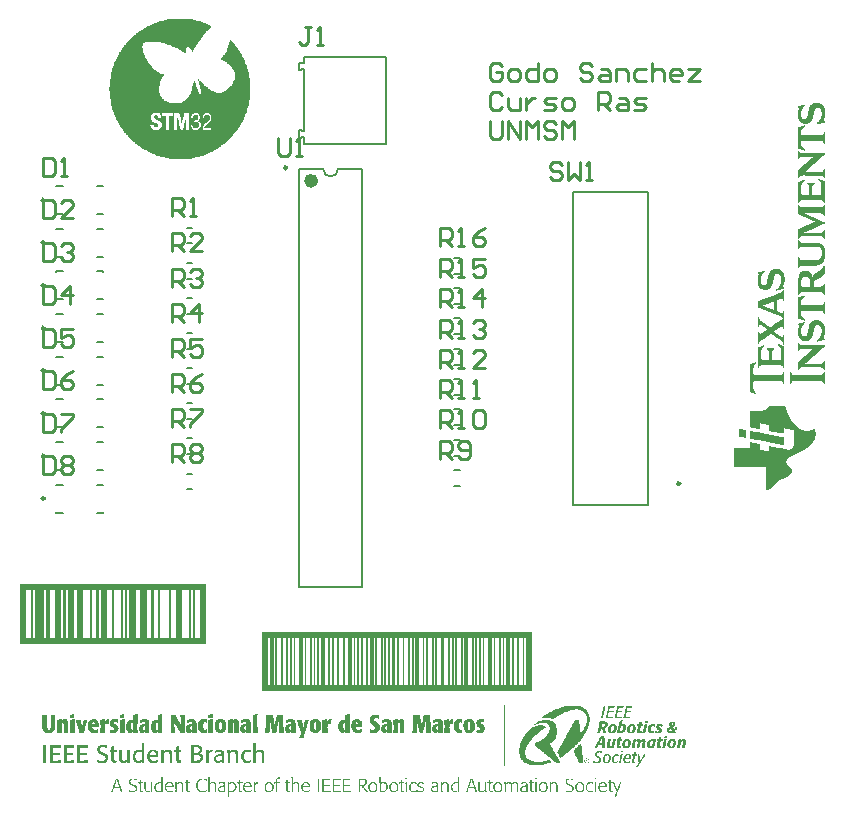
<source format=gbr>
%TF.GenerationSoftware,Altium Limited,Altium Designer,22.1.2 (22)*%
G04 Layer_Color=65535*
%FSLAX26Y26*%
%MOIN*%
%TF.SameCoordinates,26ABD0B8-493F-4C78-88A6-316F46C79C97*%
%TF.FilePolarity,Positive*%
%TF.FileFunction,Legend,Top*%
%TF.Part,Single*%
G01*
G75*
%TA.AperFunction,NonConductor*%
%ADD25C,0.009842*%
%ADD26C,0.023622*%
%ADD27C,0.007874*%
%ADD28C,0.010000*%
G36*
X5452023Y3376966D02*
X5458434D01*
Y3375898D01*
X5461640D01*
Y3374829D01*
X5463777D01*
Y3373760D01*
X5465914D01*
Y3372692D01*
X5466983D01*
Y3371623D01*
X5468051D01*
Y3370555D01*
X5469120D01*
Y3369486D01*
X5470189D01*
Y3368418D01*
X5471257D01*
Y3367349D01*
X5472326D01*
Y3365212D01*
X5473395D01*
Y3363075D01*
X5474463D01*
Y3360937D01*
X5475532D01*
Y3358800D01*
X5476600D01*
Y3354526D01*
X5477669D01*
Y3349183D01*
X5478737D01*
Y3335291D01*
X5477669D01*
Y3328880D01*
X5476600D01*
Y3325674D01*
X5475532D01*
Y3323537D01*
X5474463D01*
Y3321400D01*
X5473395D01*
Y3317125D01*
X5474463D01*
Y3316057D01*
X5476600D01*
Y3314988D01*
X5477669D01*
Y3311782D01*
X5476600D01*
Y3310714D01*
X5472326D01*
Y3309645D01*
X5468051D01*
Y3308577D01*
X5464846D01*
Y3307508D01*
X5460571D01*
Y3306439D01*
X5456297D01*
Y3305371D01*
X5453091D01*
Y3304302D01*
X5449886D01*
Y3305371D01*
X5448817D01*
Y3307508D01*
X5449886D01*
Y3308577D01*
X5450954D01*
Y3309645D01*
X5452023D01*
Y3310714D01*
X5453091D01*
Y3311782D01*
X5455228D01*
Y3313919D01*
X5456297D01*
Y3314988D01*
X5457366D01*
Y3316057D01*
X5458434D01*
Y3317125D01*
X5459503D01*
Y3319262D01*
X5460571D01*
Y3320331D01*
X5461640D01*
Y3322468D01*
X5462709D01*
Y3324605D01*
X5463777D01*
Y3326743D01*
X5464846D01*
Y3329948D01*
X5465914D01*
Y3334223D01*
X5466983D01*
Y3348114D01*
X5465914D01*
Y3351320D01*
X5464846D01*
Y3354526D01*
X5463777D01*
Y3355594D01*
X5462709D01*
Y3356663D01*
X5461640D01*
Y3357732D01*
X5460571D01*
Y3358800D01*
X5457366D01*
Y3359869D01*
X5449886D01*
Y3358800D01*
X5447748D01*
Y3357732D01*
X5446680D01*
Y3356663D01*
X5445611D01*
Y3355594D01*
X5444543D01*
Y3353457D01*
X5443474D01*
Y3350251D01*
X5442405D01*
Y3347046D01*
X5441337D01*
Y3341703D01*
X5440268D01*
Y3338497D01*
Y3337428D01*
X5439200D01*
Y3332086D01*
X5438131D01*
Y3327811D01*
X5437062D01*
Y3324605D01*
X5435994D01*
Y3321400D01*
X5434925D01*
Y3319262D01*
X5433857D01*
Y3317125D01*
X5432788D01*
Y3316057D01*
X5431720D01*
Y3313919D01*
X5430651D01*
Y3312851D01*
X5429582D01*
Y3311782D01*
X5427445D01*
Y3310714D01*
X5426377D01*
Y3309645D01*
X5424239D01*
Y3308577D01*
X5422102D01*
Y3307508D01*
X5418896D01*
Y3306439D01*
X5408211D01*
Y3307508D01*
X5405005D01*
Y3308577D01*
X5401799D01*
Y3309645D01*
X5399662D01*
Y3310714D01*
X5398593D01*
Y3311782D01*
X5397525D01*
Y3312851D01*
X5395387D01*
Y3313919D01*
X5394319D01*
Y3316057D01*
X5393250D01*
Y3317125D01*
X5392182D01*
Y3319262D01*
X5391113D01*
Y3321400D01*
X5390044D01*
Y3323537D01*
X5388976D01*
Y3327811D01*
X5387907D01*
Y3334223D01*
X5386839D01*
Y3342771D01*
X5387907D01*
Y3348114D01*
X5388976D01*
Y3352389D01*
X5390044D01*
Y3354526D01*
X5391113D01*
Y3356663D01*
X5392182D01*
Y3359869D01*
X5388976D01*
Y3365212D01*
X5391113D01*
Y3366280D01*
X5395387D01*
Y3367349D01*
X5398593D01*
Y3368418D01*
X5402868D01*
Y3369486D01*
X5406073D01*
Y3370555D01*
X5409279D01*
Y3371623D01*
X5411416D01*
Y3370555D01*
X5412485D01*
Y3368418D01*
X5411416D01*
Y3367349D01*
X5410348D01*
Y3366280D01*
X5409279D01*
Y3364143D01*
X5408211D01*
Y3363075D01*
X5407142D01*
Y3362006D01*
X5406073D01*
Y3360937D01*
X5405005D01*
Y3358800D01*
X5403936D01*
Y3357732D01*
X5402868D01*
Y3355594D01*
X5401799D01*
Y3352389D01*
X5400730D01*
Y3350251D01*
X5399662D01*
Y3344909D01*
X5398593D01*
Y3333154D01*
X5399662D01*
Y3328880D01*
X5400730D01*
Y3327811D01*
X5401799D01*
Y3325674D01*
X5402868D01*
Y3324605D01*
X5405005D01*
Y3323537D01*
X5407142D01*
Y3322468D01*
X5412485D01*
Y3323537D01*
X5414622D01*
Y3324605D01*
X5415691D01*
Y3325674D01*
X5416759D01*
Y3327811D01*
X5417828D01*
Y3329948D01*
X5418896D01*
Y3334223D01*
X5419965D01*
Y3338497D01*
X5421034D01*
Y3343840D01*
X5422102D01*
Y3349183D01*
X5423171D01*
Y3353457D01*
X5424239D01*
Y3356663D01*
X5425308D01*
Y3359869D01*
X5426377D01*
Y3362006D01*
X5427445D01*
Y3365212D01*
X5428514D01*
Y3366280D01*
X5429582D01*
Y3368418D01*
X5430651D01*
Y3369486D01*
X5431720D01*
Y3370555D01*
X5432788D01*
Y3371623D01*
X5433857D01*
Y3372692D01*
X5434925D01*
Y3373760D01*
X5435994D01*
Y3374829D01*
X5438131D01*
Y3375898D01*
X5441337D01*
Y3376966D01*
X5447748D01*
Y3378035D01*
X5452023D01*
Y3376966D01*
D02*
G37*
G36*
X5411416Y3301096D02*
X5412485D01*
Y3298959D01*
X5411416D01*
Y3297891D01*
X5410348D01*
Y3296822D01*
X5409279D01*
Y3295753D01*
X5407142D01*
Y3294685D01*
X5406073D01*
Y3293616D01*
X5405005D01*
Y3292548D01*
X5403936D01*
Y3291479D01*
X5402868D01*
Y3289342D01*
X5401799D01*
Y3288273D01*
X5400730D01*
Y3285068D01*
X5399662D01*
Y3276519D01*
X5398593D01*
Y3273313D01*
X5399662D01*
Y3270107D01*
X5400730D01*
Y3269039D01*
X5468051D01*
Y3270107D01*
X5470189D01*
Y3271176D01*
X5471257D01*
Y3272244D01*
X5472326D01*
Y3274382D01*
X5473395D01*
Y3277588D01*
X5474463D01*
Y3278656D01*
X5476600D01*
Y3277588D01*
X5477669D01*
Y3241256D01*
X5476600D01*
Y3240187D01*
X5474463D01*
Y3241256D01*
X5473395D01*
Y3244461D01*
X5472326D01*
Y3246598D01*
X5471257D01*
Y3247667D01*
X5470189D01*
Y3248736D01*
X5468051D01*
Y3249804D01*
X5400730D01*
Y3248736D01*
X5399662D01*
Y3245530D01*
X5398593D01*
Y3243393D01*
X5399662D01*
Y3233775D01*
X5400730D01*
Y3231638D01*
X5401799D01*
Y3229501D01*
X5402868D01*
Y3228432D01*
X5403936D01*
Y3227364D01*
X5405005D01*
Y3226295D01*
X5406073D01*
Y3225227D01*
X5407142D01*
Y3224158D01*
X5408211D01*
Y3223090D01*
X5410348D01*
Y3222021D01*
X5411416D01*
Y3220952D01*
X5412485D01*
Y3217747D01*
X5409279D01*
Y3218815D01*
X5406073D01*
Y3219884D01*
X5401799D01*
Y3220952D01*
X5398593D01*
Y3222021D01*
X5395387D01*
Y3223090D01*
X5391113D01*
Y3224158D01*
X5388976D01*
Y3240187D01*
Y3241256D01*
Y3295753D01*
X5392182D01*
Y3296822D01*
X5396456D01*
Y3297891D01*
X5399662D01*
Y3298959D01*
X5402868D01*
Y3300028D01*
X5406073D01*
Y3301096D01*
X5409279D01*
Y3302165D01*
X5411416D01*
Y3301096D01*
D02*
G37*
G36*
X3359318Y3655118D02*
X3371916D01*
Y3653018D01*
X3382415D01*
Y3650919D01*
X3390814D01*
Y3648819D01*
X3397113D01*
Y3646719D01*
X3403412D01*
Y3644619D01*
X3409711D01*
Y3642520D01*
X3416010D01*
Y3640420D01*
X3420210D01*
Y3638320D01*
X3424409D01*
Y3636220D01*
X3428609D01*
Y3634121D01*
X3432808D01*
Y3629921D01*
X3430709D01*
Y3627822D01*
X3428609D01*
Y3625722D01*
X3426509D01*
Y3623622D01*
X3424409D01*
Y3621522D01*
X3422310D01*
Y3619423D01*
X3420210D01*
Y3617323D01*
X3418110D01*
Y3615223D01*
X3416010D01*
Y3611024D01*
X3413911D01*
Y3608924D01*
X3411811D01*
Y3606824D01*
X3409711D01*
Y3604724D01*
X3407611D01*
Y3602625D01*
X3405512D01*
Y3598425D01*
X3403412D01*
Y3596325D01*
X3401312D01*
Y3594226D01*
X3399213D01*
Y3590026D01*
X3397113D01*
Y3587927D01*
X3395013D01*
Y3583727D01*
X3392913D01*
Y3581627D01*
X3390814D01*
Y3579528D01*
X3388714D01*
Y3575328D01*
X3386614D01*
Y3573228D01*
X3384514D01*
Y3569029D01*
X3382415D01*
Y3564829D01*
X3380315D01*
Y3562730D01*
X3378215D01*
Y3558530D01*
X3376115D01*
Y3556430D01*
X3374016D01*
Y3552231D01*
X3371916D01*
Y3548032D01*
X3367716D01*
Y3552231D01*
X3365617D01*
Y3554331D01*
X3363517D01*
Y3556430D01*
X3361417D01*
Y3560630D01*
X3357218D01*
Y3562730D01*
X3350919D01*
Y3558530D01*
X3348819D01*
Y3541732D01*
X3344619D01*
Y3543832D01*
X3342520D01*
Y3545932D01*
X3340420D01*
Y3548032D01*
X3336220D01*
Y3550131D01*
X3332021D01*
Y3552231D01*
X3329921D01*
Y3554331D01*
X3325722D01*
Y3556430D01*
X3321522D01*
Y3558530D01*
X3317323D01*
Y3560630D01*
X3313123D01*
Y3562730D01*
X3306824D01*
Y3564829D01*
X3302625D01*
Y3566929D01*
X3298425D01*
Y3569029D01*
X3292126D01*
Y3571129D01*
X3285827D01*
Y3573228D01*
X3279528D01*
Y3575328D01*
X3273228D01*
Y3577428D01*
X3264829D01*
Y3579528D01*
X3254331D01*
Y3581627D01*
X3218635D01*
Y3579528D01*
X3212336D01*
Y3577428D01*
X3210236D01*
Y3575328D01*
X3206037D01*
Y3573228D01*
X3203937D01*
Y3566929D01*
X3201837D01*
Y3558530D01*
X3203937D01*
Y3548032D01*
X3206037D01*
Y3541732D01*
X3208137D01*
Y3537533D01*
X3210236D01*
Y3531234D01*
X3212336D01*
Y3527034D01*
X3214436D01*
Y3522835D01*
X3216535D01*
Y3518635D01*
X3218635D01*
Y3516535D01*
X3220735D01*
Y3512336D01*
X3222835D01*
Y3510236D01*
X3224934D01*
Y3506037D01*
X3227034D01*
Y3503937D01*
X3229134D01*
Y3501837D01*
X3231234D01*
Y3499738D01*
X3233333D01*
Y3495538D01*
X3235433D01*
Y3493438D01*
X3237533D01*
Y3491339D01*
X3239633D01*
Y3489239D01*
X3241732D01*
Y3487139D01*
X3245932D01*
Y3485039D01*
X3248032D01*
Y3482940D01*
X3250131D01*
Y3480840D01*
X3254331D01*
Y3478740D01*
X3258530D01*
Y3476640D01*
X3262730D01*
Y3474541D01*
X3275328D01*
Y3470341D01*
X3273228D01*
Y3468242D01*
X3271129D01*
Y3464042D01*
X3269029D01*
Y3459843D01*
X3266929D01*
Y3455643D01*
X3264829D01*
Y3451444D01*
X3262730D01*
Y3443045D01*
X3260630D01*
Y3434646D01*
X3258530D01*
Y3411549D01*
X3260630D01*
Y3405249D01*
X3262730D01*
Y3398950D01*
X3264829D01*
Y3396850D01*
X3266929D01*
Y3392651D01*
X3269029D01*
Y3390551D01*
X3271129D01*
Y3388451D01*
X3273228D01*
Y3386352D01*
X3275328D01*
Y3384252D01*
X3279528D01*
Y3382152D01*
X3283727D01*
Y3380052D01*
X3290026D01*
Y3377953D01*
X3298425D01*
Y3375853D01*
X3325722D01*
Y3377953D01*
X3334121D01*
Y3380052D01*
X3338320D01*
Y3382152D01*
X3342520D01*
Y3384252D01*
X3344619D01*
Y3386352D01*
X3348819D01*
Y3388451D01*
X3350919D01*
Y3390551D01*
X3353018D01*
Y3394751D01*
X3355118D01*
Y3396850D01*
X3357218D01*
Y3401050D01*
X3359318D01*
Y3403150D01*
X3361417D01*
Y3407349D01*
X3363517D01*
Y3413648D01*
X3365617D01*
Y3417848D01*
X3367716D01*
Y3426247D01*
X3369816D01*
Y3432546D01*
X3371916D01*
Y3443045D01*
X3374016D01*
Y3451444D01*
X3378215D01*
Y3443045D01*
X3380315D01*
Y3436745D01*
X3382415D01*
Y3430446D01*
X3384514D01*
Y3424147D01*
X3386614D01*
Y3417848D01*
X3388714D01*
Y3413648D01*
X3390814D01*
Y3409449D01*
X3392913D01*
Y3407349D01*
X3395013D01*
Y3405249D01*
X3397113D01*
Y3424147D01*
X3395013D01*
Y3436745D01*
X3392913D01*
Y3445144D01*
X3390814D01*
Y3451444D01*
X3388714D01*
Y3455643D01*
X3390814D01*
Y3453543D01*
X3392913D01*
Y3451444D01*
X3395013D01*
Y3449344D01*
X3397113D01*
Y3447244D01*
X3399213D01*
Y3445144D01*
X3401312D01*
Y3443045D01*
X3403412D01*
Y3440945D01*
X3405512D01*
Y3438845D01*
X3407611D01*
Y3436745D01*
X3409711D01*
Y3434646D01*
X3411811D01*
Y3432546D01*
X3413911D01*
Y3430446D01*
X3416010D01*
Y3428347D01*
X3420210D01*
Y3426247D01*
X3422310D01*
Y3424147D01*
X3424409D01*
Y3422047D01*
X3428609D01*
Y3419948D01*
X3430709D01*
Y3417848D01*
X3434908D01*
Y3415748D01*
X3441207D01*
Y3413648D01*
X3447506D01*
Y3411549D01*
X3468504D01*
Y3413648D01*
X3474803D01*
Y3415748D01*
X3479003D01*
Y3417848D01*
X3481102D01*
Y3419948D01*
X3485302D01*
Y3422047D01*
X3487402D01*
Y3424147D01*
X3489501D01*
Y3426247D01*
X3491601D01*
Y3428347D01*
X3493701D01*
Y3430446D01*
X3495800D01*
Y3432546D01*
X3497900D01*
Y3434646D01*
X3500000D01*
Y3438845D01*
X3502100D01*
Y3440945D01*
X3504200D01*
Y3445144D01*
X3506299D01*
Y3449344D01*
X3508399D01*
Y3453543D01*
X3510499D01*
Y3464042D01*
X3512598D01*
Y3470341D01*
X3510499D01*
Y3480840D01*
X3508399D01*
Y3485039D01*
X3506299D01*
Y3489239D01*
X3504200D01*
Y3491339D01*
X3502100D01*
Y3495538D01*
X3500000D01*
Y3497638D01*
X3497900D01*
Y3499738D01*
X3495800D01*
Y3501837D01*
X3493701D01*
Y3503937D01*
X3491601D01*
Y3506037D01*
X3487402D01*
Y3508137D01*
X3485302D01*
Y3510236D01*
X3483202D01*
Y3512336D01*
X3479003D01*
Y3514436D01*
X3476903D01*
Y3516535D01*
X3472703D01*
Y3518635D01*
X3468504D01*
Y3520735D01*
X3464304D01*
Y3524934D01*
X3466404D01*
Y3527034D01*
X3468504D01*
Y3529134D01*
X3470604D01*
Y3531234D01*
X3472703D01*
Y3535433D01*
X3474803D01*
Y3537533D01*
X3476903D01*
Y3541732D01*
X3479003D01*
Y3543832D01*
X3481102D01*
Y3548032D01*
X3483202D01*
Y3554331D01*
X3485302D01*
Y3558530D01*
X3487402D01*
Y3564829D01*
X3489501D01*
Y3571129D01*
X3491601D01*
Y3579528D01*
X3493701D01*
Y3587927D01*
X3495800D01*
Y3585827D01*
X3497900D01*
Y3583727D01*
X3500000D01*
Y3581627D01*
X3502100D01*
Y3579528D01*
X3504200D01*
Y3577428D01*
X3506299D01*
Y3575328D01*
X3508399D01*
Y3573228D01*
X3510499D01*
Y3569029D01*
X3512598D01*
Y3566929D01*
X3514698D01*
Y3564829D01*
X3516798D01*
Y3560630D01*
X3518898D01*
Y3558530D01*
X3520997D01*
Y3556430D01*
X3523097D01*
Y3552231D01*
X3525197D01*
Y3550131D01*
X3527297D01*
Y3545932D01*
X3529396D01*
Y3541732D01*
X3531496D01*
Y3539633D01*
X3533596D01*
Y3535433D01*
X3535695D01*
Y3531234D01*
X3537795D01*
Y3527034D01*
X3539895D01*
Y3522835D01*
X3541995D01*
Y3518635D01*
X3544095D01*
Y3512336D01*
X3546194D01*
Y3508137D01*
X3548294D01*
Y3501837D01*
X3550394D01*
Y3495538D01*
X3552493D01*
Y3489239D01*
X3554593D01*
Y3480840D01*
X3556693D01*
Y3472441D01*
X3558793D01*
Y3459843D01*
X3560892D01*
Y3440945D01*
X3562992D01*
Y3405249D01*
X3560892D01*
Y3386352D01*
X3558793D01*
Y3375853D01*
X3556693D01*
Y3365354D01*
X3554593D01*
Y3359055D01*
X3552493D01*
Y3350656D01*
X3550394D01*
Y3344357D01*
X3548294D01*
Y3340157D01*
X3546194D01*
Y3333858D01*
X3544095D01*
Y3329659D01*
X3541995D01*
Y3325459D01*
X3539895D01*
Y3319160D01*
X3537795D01*
Y3314961D01*
X3535695D01*
Y3312861D01*
X3533596D01*
Y3308661D01*
X3531496D01*
Y3304462D01*
X3529396D01*
Y3300262D01*
X3527297D01*
Y3298163D01*
X3525197D01*
Y3293963D01*
X3523097D01*
Y3291863D01*
X3520997D01*
Y3287664D01*
X3518898D01*
Y3285564D01*
X3516798D01*
Y3283465D01*
X3514698D01*
Y3279265D01*
X3512598D01*
Y3277165D01*
X3510499D01*
Y3275066D01*
X3508399D01*
Y3272966D01*
X3506299D01*
Y3268766D01*
X3504200D01*
Y3266667D01*
X3502100D01*
Y3264567D01*
X3500000D01*
Y3262467D01*
X3497900D01*
Y3260367D01*
X3495800D01*
Y3258268D01*
X3493701D01*
Y3256168D01*
X3491601D01*
Y3254068D01*
X3489501D01*
Y3251968D01*
X3487402D01*
Y3249869D01*
X3485302D01*
Y3247769D01*
X3483202D01*
Y3245669D01*
X3481102D01*
Y3243570D01*
X3476903D01*
Y3241470D01*
X3474803D01*
Y3239370D01*
X3472703D01*
Y3237270D01*
X3470604D01*
Y3235171D01*
X3466404D01*
Y3233071D01*
X3464304D01*
Y3230971D01*
X3460105D01*
Y3228871D01*
X3458005D01*
Y3226772D01*
X3453806D01*
Y3224672D01*
X3451706D01*
Y3222572D01*
X3447506D01*
Y3220472D01*
X3443307D01*
Y3218373D01*
X3441207D01*
Y3216273D01*
X3437008D01*
Y3214173D01*
X3432808D01*
Y3212073D01*
X3428609D01*
Y3209974D01*
X3422310D01*
Y3207874D01*
X3418110D01*
Y3205774D01*
X3413911D01*
Y3203675D01*
X3407611D01*
Y3201575D01*
X3401312D01*
Y3199475D01*
X3395013D01*
Y3197375D01*
X3386614D01*
Y3195276D01*
X3378215D01*
Y3193176D01*
X3367716D01*
Y3191076D01*
X3350919D01*
Y3188976D01*
X3306824D01*
Y3191076D01*
X3290026D01*
Y3193176D01*
X3277428D01*
Y3195276D01*
X3269029D01*
Y3197375D01*
X3260630D01*
Y3199475D01*
X3254331D01*
Y3201575D01*
X3248032D01*
Y3203675D01*
X3243832D01*
Y3205774D01*
X3237533D01*
Y3207874D01*
X3233333D01*
Y3209974D01*
X3229134D01*
Y3212073D01*
X3224934D01*
Y3214173D01*
X3220735D01*
Y3216273D01*
X3216535D01*
Y3218373D01*
X3212336D01*
Y3220472D01*
X3208137D01*
Y3222572D01*
X3206037D01*
Y3224672D01*
X3201837D01*
Y3226772D01*
X3197638D01*
Y3228871D01*
X3195538D01*
Y3230971D01*
X3193438D01*
Y3233071D01*
X3189239D01*
Y3235171D01*
X3187139D01*
Y3237270D01*
X3185039D01*
Y3239370D01*
X3180840D01*
Y3241470D01*
X3178740D01*
Y3243570D01*
X3176640D01*
Y3245669D01*
X3174541D01*
Y3247769D01*
X3172441D01*
Y3249869D01*
X3168242D01*
Y3251968D01*
X3166142D01*
Y3254068D01*
X3164042D01*
Y3256168D01*
X3161942D01*
Y3258268D01*
X3159843D01*
Y3260367D01*
X3157743D01*
Y3262467D01*
X3155643D01*
Y3264567D01*
X3153543D01*
Y3268766D01*
X3151444D01*
Y3270866D01*
X3149344D01*
Y3272966D01*
X3147244D01*
Y3275066D01*
X3145144D01*
Y3277165D01*
X3143045D01*
Y3281365D01*
X3140945D01*
Y3283465D01*
X3138845D01*
Y3285564D01*
X3136745D01*
Y3289764D01*
X3134646D01*
Y3291863D01*
X3132546D01*
Y3296063D01*
X3130446D01*
Y3298163D01*
X3128347D01*
Y3302362D01*
X3126247D01*
Y3306562D01*
X3124147D01*
Y3308661D01*
X3122047D01*
Y3312861D01*
X3119948D01*
Y3317060D01*
X3117848D01*
Y3321260D01*
X3115748D01*
Y3325459D01*
X3113648D01*
Y3329659D01*
X3111549D01*
Y3335958D01*
X3109449D01*
Y3340157D01*
X3107349D01*
Y3346457D01*
X3105249D01*
Y3352756D01*
X3103150D01*
Y3361155D01*
X3101050D01*
Y3367454D01*
X3098950D01*
Y3377953D01*
X3096850D01*
Y3390551D01*
X3094751D01*
Y3417848D01*
X3092651D01*
Y3430446D01*
X3094751D01*
Y3455643D01*
X3096850D01*
Y3468242D01*
X3098950D01*
Y3478740D01*
X3101050D01*
Y3487139D01*
X3103150D01*
Y3493438D01*
X3105249D01*
Y3499738D01*
X3107349D01*
Y3506037D01*
X3109449D01*
Y3512336D01*
X3111549D01*
Y3516535D01*
X3113648D01*
Y3520735D01*
X3115748D01*
Y3524934D01*
X3117848D01*
Y3529134D01*
X3119948D01*
Y3533333D01*
X3122047D01*
Y3537533D01*
X3124147D01*
Y3541732D01*
X3126247D01*
Y3545932D01*
X3128347D01*
Y3548032D01*
X3130446D01*
Y3552231D01*
X3132546D01*
Y3554331D01*
X3134646D01*
Y3558530D01*
X3136745D01*
Y3560630D01*
X3138845D01*
Y3562730D01*
X3140945D01*
Y3566929D01*
X3143045D01*
Y3569029D01*
X3145144D01*
Y3571129D01*
X3147244D01*
Y3573228D01*
X3149344D01*
Y3577428D01*
X3151444D01*
Y3579528D01*
X3153543D01*
Y3581627D01*
X3155643D01*
Y3583727D01*
X3157743D01*
Y3585827D01*
X3159843D01*
Y3587927D01*
X3161942D01*
Y3590026D01*
X3164042D01*
Y3592126D01*
X3166142D01*
Y3594226D01*
X3168242D01*
Y3596325D01*
X3170341D01*
Y3598425D01*
X3172441D01*
Y3600525D01*
X3174541D01*
Y3602625D01*
X3178740D01*
Y3604724D01*
X3180840D01*
Y3606824D01*
X3182940D01*
Y3608924D01*
X3185039D01*
Y3611024D01*
X3189239D01*
Y3613123D01*
X3191339D01*
Y3615223D01*
X3193438D01*
Y3617323D01*
X3197638D01*
Y3619423D01*
X3199738D01*
Y3621522D01*
X3203937D01*
Y3623622D01*
X3208137D01*
Y3625722D01*
X3210236D01*
Y3627822D01*
X3214436D01*
Y3629921D01*
X3218635D01*
Y3632021D01*
X3222835D01*
Y3634121D01*
X3227034D01*
Y3636220D01*
X3231234D01*
Y3638320D01*
X3235433D01*
Y3640420D01*
X3241732D01*
Y3642520D01*
X3245932D01*
Y3644619D01*
X3252231D01*
Y3646719D01*
X3258530D01*
Y3648819D01*
X3266929D01*
Y3650919D01*
X3275328D01*
Y3653018D01*
X3283727D01*
Y3655118D01*
X3298425D01*
Y3657218D01*
X3359318D01*
Y3655118D01*
D02*
G37*
G36*
X5392182Y3214541D02*
X5393250D01*
Y3212403D01*
X5394319D01*
Y3211335D01*
X5395387D01*
Y3210266D01*
X5397525D01*
Y3209198D01*
X5477669D01*
Y3208129D01*
X5478737D01*
Y3205992D01*
X5477669D01*
Y3204923D01*
X5476600D01*
Y3203855D01*
X5475532D01*
Y3202786D01*
X5474463D01*
Y3201718D01*
X5473395D01*
Y3200649D01*
X5472326D01*
Y3199581D01*
X5471257D01*
Y3198512D01*
X5469120D01*
Y3197443D01*
X5468051D01*
Y3196375D01*
X5466983D01*
Y3195306D01*
X5465914D01*
Y3194238D01*
X5464846D01*
Y3193169D01*
X5463777D01*
Y3192100D01*
X5461640D01*
Y3191032D01*
X5460571D01*
Y3189963D01*
X5459503D01*
Y3188895D01*
X5458434D01*
Y3187826D01*
X5457366D01*
Y3186757D01*
X5456297D01*
Y3185689D01*
X5455228D01*
Y3184620D01*
X5453091D01*
Y3183552D01*
X5452023D01*
Y3182483D01*
X5450954D01*
Y3181414D01*
X5449886D01*
Y3180346D01*
X5448817D01*
Y3179277D01*
X5447748D01*
Y3178209D01*
X5445611D01*
Y3176072D01*
X5443474D01*
Y3175003D01*
X5442405D01*
Y3173934D01*
X5441337D01*
Y3172866D01*
X5440268D01*
Y3171797D01*
X5439200D01*
Y3170729D01*
X5438131D01*
Y3169660D01*
X5435994D01*
Y3168591D01*
X5434925D01*
Y3167523D01*
X5433857D01*
Y3166454D01*
X5432788D01*
Y3165386D01*
X5431720D01*
Y3164317D01*
X5430651D01*
Y3163249D01*
X5429582D01*
Y3162180D01*
X5427445D01*
Y3161111D01*
X5426377D01*
Y3160043D01*
X5425308D01*
Y3158974D01*
X5424239D01*
Y3157905D01*
X5423171D01*
Y3156837D01*
X5422102D01*
Y3155768D01*
X5421034D01*
Y3154700D01*
X5418896D01*
Y3153631D01*
X5417828D01*
Y3152563D01*
X5416759D01*
Y3151494D01*
X5415691D01*
Y3150425D01*
X5414622D01*
Y3149357D01*
X5413553D01*
Y3148288D01*
X5411416D01*
Y3147220D01*
X5412485D01*
Y3146151D01*
X5413553D01*
Y3147220D01*
X5414622D01*
Y3146151D01*
X5416759D01*
Y3147220D01*
X5417828D01*
Y3146151D01*
X5461640D01*
Y3147220D01*
X5462709D01*
Y3146151D01*
X5463777D01*
Y3147220D01*
X5468051D01*
Y3148288D01*
X5470189D01*
Y3149357D01*
X5471257D01*
Y3151494D01*
X5472326D01*
Y3152563D01*
X5473395D01*
Y3155768D01*
X5477669D01*
Y3126916D01*
X5476600D01*
Y3125848D01*
X5474463D01*
Y3126916D01*
X5473395D01*
Y3129054D01*
X5472326D01*
Y3131191D01*
X5471257D01*
Y3132259D01*
X5470189D01*
Y3133328D01*
X5469120D01*
Y3134397D01*
X5462709D01*
Y3135465D01*
X5461640D01*
Y3134397D01*
X5410348D01*
Y3135465D01*
X5409279D01*
Y3134397D01*
X5408211D01*
Y3135465D01*
X5406073D01*
Y3134397D01*
X5397525D01*
Y3133328D01*
X5395387D01*
Y3132259D01*
X5394319D01*
Y3130122D01*
X5393250D01*
Y3129054D01*
X5392182D01*
Y3126916D01*
X5391113D01*
Y3125848D01*
X5388976D01*
Y3153631D01*
X5390044D01*
Y3154700D01*
X5391113D01*
Y3155768D01*
X5393250D01*
Y3156837D01*
X5394319D01*
Y3157905D01*
X5395387D01*
Y3158974D01*
X5396456D01*
Y3160043D01*
X5397525D01*
Y3161111D01*
X5398593D01*
Y3162180D01*
X5399662D01*
Y3163249D01*
X5401799D01*
Y3164317D01*
X5402868D01*
Y3165386D01*
X5403936D01*
Y3166454D01*
X5405005D01*
Y3167523D01*
X5406073D01*
Y3168591D01*
X5407142D01*
Y3169660D01*
X5409279D01*
Y3171797D01*
X5411416D01*
Y3172866D01*
X5412485D01*
Y3173934D01*
X5413553D01*
Y3175003D01*
X5414622D01*
Y3176072D01*
X5415691D01*
Y3177140D01*
X5416759D01*
Y3178209D01*
X5417828D01*
Y3179277D01*
X5419965D01*
Y3180346D01*
X5421034D01*
Y3181414D01*
X5422102D01*
Y3182483D01*
X5423171D01*
Y3183552D01*
X5424239D01*
Y3184620D01*
X5425308D01*
Y3185689D01*
X5426377D01*
Y3186757D01*
X5428514D01*
Y3187826D01*
X5429582D01*
Y3188895D01*
X5430651D01*
Y3189963D01*
X5431720D01*
Y3191032D01*
X5432788D01*
Y3192100D01*
X5433857D01*
Y3193169D01*
X5434925D01*
Y3194238D01*
X5437062D01*
Y3195306D01*
X5438131D01*
Y3196375D01*
X5439200D01*
Y3197443D01*
X5399662D01*
Y3196375D01*
X5396456D01*
Y3195306D01*
X5394319D01*
Y3194238D01*
X5393250D01*
Y3192100D01*
X5392182D01*
Y3188895D01*
X5388976D01*
Y3216678D01*
X5392182D01*
Y3214541D01*
D02*
G37*
G36*
X5457366Y3123711D02*
X5459503D01*
Y3122642D01*
X5461640D01*
Y3121573D01*
X5464846D01*
Y3120505D01*
X5466983D01*
Y3119436D01*
X5470189D01*
Y3118368D01*
X5472326D01*
Y3117299D01*
X5475532D01*
Y3116231D01*
X5477669D01*
Y3044635D01*
X5476600D01*
Y3043567D01*
X5474463D01*
Y3044635D01*
X5473395D01*
Y3047841D01*
X5472326D01*
Y3048910D01*
X5471257D01*
Y3049978D01*
X5470189D01*
Y3051047D01*
X5468051D01*
Y3052115D01*
X5397525D01*
Y3051047D01*
X5395387D01*
Y3049978D01*
X5394319D01*
Y3048910D01*
X5393250D01*
Y3046772D01*
X5392182D01*
Y3043567D01*
X5388976D01*
Y3113025D01*
X5390044D01*
Y3114093D01*
X5393250D01*
Y3115162D01*
X5396456D01*
Y3116231D01*
X5399662D01*
Y3117299D01*
X5401799D01*
Y3118368D01*
X5405005D01*
Y3119436D01*
X5409279D01*
Y3118368D01*
X5410348D01*
Y3117299D01*
X5409279D01*
Y3116231D01*
X5408211D01*
Y3115162D01*
X5407142D01*
Y3114093D01*
X5406073D01*
Y3113025D01*
X5405005D01*
Y3111956D01*
X5403936D01*
Y3109819D01*
X5402868D01*
Y3108750D01*
X5401799D01*
Y3106613D01*
X5400730D01*
Y3103407D01*
X5399662D01*
Y3095927D01*
X5398593D01*
Y3077761D01*
X5399662D01*
Y3073487D01*
X5400730D01*
Y3072418D01*
X5401799D01*
Y3071350D01*
X5425308D01*
Y3100202D01*
X5424239D01*
Y3102339D01*
X5423171D01*
Y3103407D01*
X5422102D01*
Y3104476D01*
X5419965D01*
Y3105545D01*
X5417828D01*
Y3108750D01*
X5443474D01*
Y3105545D01*
X5441337D01*
Y3104476D01*
X5439200D01*
Y3103407D01*
X5438131D01*
Y3102339D01*
X5437062D01*
Y3100202D01*
X5435994D01*
Y3071350D01*
X5463777D01*
Y3072418D01*
X5465914D01*
Y3105545D01*
X5464846D01*
Y3109819D01*
X5463777D01*
Y3111956D01*
X5462709D01*
Y3114093D01*
X5461640D01*
Y3115162D01*
X5460571D01*
Y3116231D01*
X5459503D01*
Y3117299D01*
X5458434D01*
Y3118368D01*
X5457366D01*
Y3119436D01*
X5456297D01*
Y3120505D01*
X5455228D01*
Y3123711D01*
X5456297D01*
Y3124779D01*
X5457366D01*
Y3123711D01*
D02*
G37*
G36*
X5476600Y3036086D02*
X5477669D01*
Y3000823D01*
X5473395D01*
Y3004029D01*
X5472326D01*
Y3005097D01*
X5471257D01*
Y3006166D01*
X5470189D01*
Y3007235D01*
X5469120D01*
Y3008303D01*
X5463777D01*
Y3009372D01*
X5410348D01*
Y3007235D01*
X5412485D01*
Y3006166D01*
X5415691D01*
Y3005097D01*
X5417828D01*
Y3004029D01*
X5419965D01*
Y3002960D01*
X5422102D01*
Y3001892D01*
X5425308D01*
Y3000823D01*
X5427445D01*
Y2999754D01*
X5429582D01*
Y2998686D01*
X5432788D01*
Y2997617D01*
X5434925D01*
Y2996549D01*
X5437062D01*
Y2995480D01*
X5440268D01*
Y2994412D01*
X5442405D01*
Y2993343D01*
X5444543D01*
Y2992274D01*
X5447748D01*
Y2991206D01*
X5449886D01*
Y2990137D01*
X5452023D01*
Y2989068D01*
X5454160D01*
Y2988000D01*
X5457366D01*
Y2986931D01*
X5459503D01*
Y2985863D01*
X5461640D01*
Y2984794D01*
X5463777D01*
Y2983726D01*
X5466983D01*
Y2982657D01*
X5469120D01*
Y2981588D01*
X5471257D01*
Y2980520D01*
X5474463D01*
Y2979451D01*
X5476600D01*
Y2978383D01*
X5478737D01*
Y2975177D01*
X5476600D01*
Y2974108D01*
X5474463D01*
Y2973040D01*
X5471257D01*
Y2971971D01*
X5469120D01*
Y2970903D01*
X5466983D01*
Y2969834D01*
X5464846D01*
Y2968765D01*
X5462709D01*
Y2967697D01*
X5459503D01*
Y2966628D01*
X5457366D01*
Y2965560D01*
X5455228D01*
Y2964491D01*
X5453091D01*
Y2963422D01*
X5449886D01*
Y2962354D01*
X5447748D01*
Y2961285D01*
X5445611D01*
Y2960217D01*
X5443474D01*
Y2959148D01*
X5440268D01*
Y2958079D01*
X5438131D01*
Y2957011D01*
X5435994D01*
Y2955942D01*
X5433857D01*
Y2954874D01*
X5430651D01*
Y2953805D01*
X5428514D01*
Y2952736D01*
X5426377D01*
Y2951668D01*
X5424239D01*
Y2950599D01*
X5421034D01*
Y2949531D01*
X5418896D01*
Y2948462D01*
X5416759D01*
Y2947394D01*
X5414622D01*
Y2946325D01*
X5411416D01*
Y2945256D01*
X5409279D01*
Y2943119D01*
X5410348D01*
Y2944188D01*
X5468051D01*
Y2945256D01*
X5470189D01*
Y2946325D01*
X5471257D01*
Y2947394D01*
X5472326D01*
Y2949531D01*
X5473395D01*
Y2951668D01*
X5474463D01*
Y2952736D01*
X5476600D01*
Y2951668D01*
X5477669D01*
Y2924953D01*
X5476600D01*
Y2923885D01*
X5474463D01*
Y2924953D01*
X5473395D01*
Y2927090D01*
X5472326D01*
Y2928159D01*
X5471257D01*
Y2930296D01*
X5470189D01*
Y2931365D01*
X5468051D01*
Y2932433D01*
X5397525D01*
Y2931365D01*
X5395387D01*
Y2930296D01*
X5394319D01*
Y2929227D01*
X5393250D01*
Y2927090D01*
X5392182D01*
Y2923885D01*
X5388976D01*
Y2957011D01*
X5392182D01*
Y2958079D01*
X5394319D01*
Y2959148D01*
X5396456D01*
Y2960217D01*
X5399662D01*
Y2961285D01*
X5401799D01*
Y2962354D01*
X5403936D01*
Y2963422D01*
X5406073D01*
Y2964491D01*
X5409279D01*
Y2965560D01*
X5411416D01*
Y2966628D01*
X5413553D01*
Y2967697D01*
X5415691D01*
Y2968765D01*
X5418896D01*
Y2969834D01*
X5421034D01*
Y2970903D01*
X5423171D01*
Y2971971D01*
X5425308D01*
Y2973040D01*
X5427445D01*
Y2974108D01*
X5430651D01*
Y2975177D01*
X5432788D01*
Y2976245D01*
X5434925D01*
Y2977314D01*
X5437062D01*
Y2978383D01*
X5440268D01*
Y2979451D01*
X5442405D01*
Y2980520D01*
X5444543D01*
Y2981588D01*
X5443474D01*
Y2982657D01*
X5441337D01*
Y2983726D01*
X5438131D01*
Y2984794D01*
X5435994D01*
Y2985863D01*
X5433857D01*
Y2986931D01*
X5430651D01*
Y2988000D01*
X5428514D01*
Y2989068D01*
X5426377D01*
Y2990137D01*
X5424239D01*
Y2991206D01*
X5421034D01*
Y2992274D01*
X5418896D01*
Y2993343D01*
X5416759D01*
Y2994412D01*
X5413553D01*
Y2995480D01*
X5411416D01*
Y2996549D01*
X5409279D01*
Y2997617D01*
X5406073D01*
Y2998686D01*
X5403936D01*
Y2999754D01*
X5401799D01*
Y3000823D01*
X5398593D01*
Y3001892D01*
X5396456D01*
Y3002960D01*
X5393250D01*
Y3004029D01*
X5391113D01*
Y3005097D01*
X5388976D01*
Y3037155D01*
X5392182D01*
Y3033949D01*
X5393250D01*
Y3031812D01*
X5394319D01*
Y3030744D01*
X5395387D01*
Y3029675D01*
X5397525D01*
Y3028606D01*
X5468051D01*
Y3029675D01*
X5470189D01*
Y3030744D01*
X5471257D01*
Y3031812D01*
X5472326D01*
Y3033949D01*
X5473395D01*
Y3037155D01*
X5476600D01*
Y3036086D01*
D02*
G37*
G36*
X5392182Y2915336D02*
X5393250D01*
Y2914267D01*
X5394319D01*
Y2913199D01*
X5395387D01*
Y2912130D01*
X5397525D01*
Y2911061D01*
X5454160D01*
Y2909993D01*
X5459503D01*
Y2908924D01*
X5461640D01*
Y2907856D01*
X5463777D01*
Y2906787D01*
X5465914D01*
Y2905719D01*
X5468051D01*
Y2904650D01*
X5469120D01*
Y2903581D01*
X5470189D01*
Y2902513D01*
X5471257D01*
Y2900376D01*
X5472326D01*
Y2899307D01*
X5473395D01*
Y2897170D01*
X5474463D01*
Y2896101D01*
X5475532D01*
Y2892896D01*
X5476600D01*
Y2889690D01*
X5477669D01*
Y2883278D01*
X5478737D01*
Y2866181D01*
X5477669D01*
Y2858701D01*
X5476600D01*
Y2855495D01*
X5475532D01*
Y2852289D01*
X5474463D01*
Y2850152D01*
X5473395D01*
Y2848015D01*
X5472326D01*
Y2845878D01*
X5471257D01*
Y2844809D01*
X5470189D01*
Y2843740D01*
X5469120D01*
Y2841603D01*
X5466983D01*
Y2840535D01*
X5465914D01*
Y2839466D01*
X5464846D01*
Y2838398D01*
X5462709D01*
Y2837329D01*
X5460571D01*
Y2836260D01*
X5457366D01*
Y2835192D01*
X5453091D01*
Y2834123D01*
X5397525D01*
Y2833055D01*
X5395387D01*
Y2831986D01*
X5394319D01*
Y2830917D01*
X5393250D01*
Y2828780D01*
X5392182D01*
Y2825574D01*
X5388976D01*
Y2861907D01*
X5392182D01*
Y2858701D01*
X5393250D01*
Y2856564D01*
X5394319D01*
Y2855495D01*
X5395387D01*
Y2854426D01*
X5397525D01*
Y2853358D01*
X5454160D01*
Y2854426D01*
X5457366D01*
Y2855495D01*
X5459503D01*
Y2856564D01*
X5460571D01*
Y2857632D01*
X5461640D01*
Y2858701D01*
X5462709D01*
Y2859769D01*
X5463777D01*
Y2861907D01*
X5464846D01*
Y2864044D01*
X5465914D01*
Y2868318D01*
X5466983D01*
Y2885415D01*
X5465914D01*
Y2888621D01*
X5464846D01*
Y2890758D01*
X5463777D01*
Y2892896D01*
X5462709D01*
Y2893964D01*
X5461640D01*
Y2895033D01*
X5459503D01*
Y2896101D01*
X5457366D01*
Y2897170D01*
X5454160D01*
Y2898238D01*
X5398593D01*
Y2897170D01*
X5395387D01*
Y2896101D01*
X5394319D01*
Y2895033D01*
X5393250D01*
Y2892896D01*
X5392182D01*
Y2889690D01*
X5388976D01*
Y2918542D01*
X5392182D01*
Y2915336D01*
D02*
G37*
G36*
X5475532Y2833055D02*
X5476600D01*
Y2830917D01*
X5477669D01*
Y2826643D01*
X5478737D01*
Y2814889D01*
X5477669D01*
Y2810614D01*
X5476600D01*
Y2807408D01*
X5475532D01*
Y2805271D01*
X5474463D01*
Y2804203D01*
X5473395D01*
Y2803134D01*
X5472326D01*
Y2802066D01*
X5471257D01*
Y2799928D01*
X5469120D01*
Y2798860D01*
X5468051D01*
Y2797791D01*
X5466983D01*
Y2796723D01*
X5464846D01*
Y2795654D01*
X5463777D01*
Y2794585D01*
X5461640D01*
Y2793517D01*
X5459503D01*
Y2792448D01*
X5457366D01*
Y2791380D01*
X5455228D01*
Y2790311D01*
X5452023D01*
Y2789242D01*
X5450954D01*
Y2788174D01*
X5448817D01*
Y2787105D01*
X5446680D01*
Y2786037D01*
X5445611D01*
Y2784968D01*
X5444543D01*
Y2783899D01*
X5443474D01*
Y2782831D01*
X5442405D01*
Y2781762D01*
X5441337D01*
Y2777488D01*
X5440268D01*
Y2765733D01*
X5441337D01*
Y2764665D01*
X5465914D01*
Y2765733D01*
X5469120D01*
Y2766802D01*
X5470189D01*
Y2767871D01*
X5471257D01*
Y2768939D01*
X5472326D01*
Y2771076D01*
X5473395D01*
Y2773214D01*
X5474463D01*
Y2774282D01*
X5476600D01*
Y2773214D01*
X5477669D01*
Y2736882D01*
X5473395D01*
Y2740087D01*
X5472326D01*
Y2742224D01*
X5471257D01*
Y2743293D01*
X5470189D01*
Y2744362D01*
X5466983D01*
Y2745430D01*
X5398593D01*
Y2744362D01*
X5395387D01*
Y2743293D01*
X5394319D01*
Y2742224D01*
X5393250D01*
Y2740087D01*
X5392182D01*
Y2736882D01*
X5388976D01*
Y2794585D01*
X5390044D01*
Y2799928D01*
X5391113D01*
Y2803134D01*
X5392182D01*
Y2805271D01*
X5393250D01*
Y2807408D01*
X5394319D01*
Y2809546D01*
X5395387D01*
Y2810614D01*
X5396456D01*
Y2811683D01*
X5397525D01*
Y2812751D01*
X5398593D01*
Y2813820D01*
X5399662D01*
Y2814889D01*
X5401799D01*
Y2815957D01*
X5402868D01*
Y2817026D01*
X5407142D01*
Y2818094D01*
X5418896D01*
Y2817026D01*
X5422102D01*
Y2815957D01*
X5424239D01*
Y2814889D01*
X5426377D01*
Y2813820D01*
X5427445D01*
Y2812751D01*
X5428514D01*
Y2811683D01*
X5429582D01*
Y2810614D01*
X5430651D01*
Y2809546D01*
X5431720D01*
Y2807408D01*
X5432788D01*
Y2805271D01*
X5433857D01*
Y2803134D01*
X5434925D01*
Y2798860D01*
X5435994D01*
Y2795654D01*
X5437062D01*
Y2797791D01*
X5438131D01*
Y2799928D01*
X5439200D01*
Y2802066D01*
X5440268D01*
Y2803134D01*
X5441337D01*
Y2804203D01*
X5442405D01*
Y2805271D01*
X5443474D01*
Y2806340D01*
X5444543D01*
Y2807408D01*
X5445611D01*
Y2808477D01*
X5446680D01*
Y2809546D01*
X5448817D01*
Y2810614D01*
X5449886D01*
Y2811683D01*
X5450954D01*
Y2812751D01*
X5453091D01*
Y2813820D01*
X5455228D01*
Y2814889D01*
X5456297D01*
Y2815957D01*
X5458434D01*
Y2817026D01*
X5460571D01*
Y2818094D01*
X5461640D01*
Y2819163D01*
X5463777D01*
Y2820231D01*
X5464846D01*
Y2821300D01*
X5465914D01*
Y2822369D01*
X5466983D01*
Y2823437D01*
X5468051D01*
Y2824506D01*
X5469120D01*
Y2825574D01*
X5470189D01*
Y2827712D01*
X5471257D01*
Y2829849D01*
X5472326D01*
Y2833055D01*
X5473395D01*
Y2834123D01*
X5475532D01*
Y2833055D01*
D02*
G37*
G36*
X5317381Y2823437D02*
X5323792D01*
Y2822369D01*
X5326998D01*
Y2821300D01*
X5329135D01*
Y2820231D01*
X5331272D01*
Y2819163D01*
X5332341D01*
Y2818094D01*
X5333409D01*
Y2817026D01*
X5334478D01*
Y2815957D01*
X5335547D01*
Y2814889D01*
X5336615D01*
Y2813820D01*
X5337684D01*
Y2811683D01*
X5338752D01*
Y2810614D01*
X5339821D01*
Y2808477D01*
X5340890D01*
Y2806340D01*
X5341958D01*
Y2803134D01*
X5343027D01*
Y2797791D01*
X5344095D01*
Y2778557D01*
X5343027D01*
Y2774282D01*
X5341958D01*
Y2771076D01*
X5340890D01*
Y2768939D01*
X5339821D01*
Y2766802D01*
X5338752D01*
Y2763596D01*
X5340890D01*
Y2762528D01*
X5343027D01*
Y2758253D01*
X5341958D01*
Y2757185D01*
X5338752D01*
Y2756116D01*
X5334478D01*
Y2755048D01*
X5330204D01*
Y2753979D01*
X5325929D01*
Y2752910D01*
X5321655D01*
Y2751842D01*
X5318449D01*
Y2750773D01*
X5316312D01*
Y2751842D01*
X5315243D01*
Y2753979D01*
X5316312D01*
Y2755048D01*
X5317381D01*
Y2756116D01*
X5318449D01*
Y2757185D01*
X5319518D01*
Y2758253D01*
X5320586D01*
Y2759322D01*
X5321655D01*
Y2760390D01*
X5322723D01*
Y2761459D01*
X5323792D01*
Y2763596D01*
X5324861D01*
Y2764665D01*
X5325929D01*
Y2766802D01*
X5326998D01*
Y2767871D01*
X5328066D01*
Y2770008D01*
X5329135D01*
Y2772145D01*
X5330204D01*
Y2775351D01*
X5331272D01*
Y2779625D01*
X5332341D01*
Y2795654D01*
X5331272D01*
Y2798860D01*
X5330204D01*
Y2800997D01*
X5329135D01*
Y2802066D01*
X5328066D01*
Y2803134D01*
X5326998D01*
Y2804203D01*
X5325929D01*
Y2805271D01*
X5323792D01*
Y2806340D01*
X5316312D01*
Y2805271D01*
X5313106D01*
Y2804203D01*
X5312038D01*
Y2803134D01*
X5310969D01*
Y2800997D01*
X5309900D01*
Y2798860D01*
X5308832D01*
Y2795654D01*
X5307763D01*
Y2791380D01*
X5306695D01*
Y2787105D01*
X5305626D01*
Y2781762D01*
X5304557D01*
Y2777488D01*
X5303489D01*
Y2773214D01*
X5302420D01*
Y2770008D01*
X5301352D01*
Y2767871D01*
X5300283D01*
Y2765733D01*
X5299215D01*
Y2763596D01*
X5298146D01*
Y2762528D01*
X5297077D01*
Y2760390D01*
X5296009D01*
Y2759322D01*
X5294940D01*
Y2758253D01*
X5293872D01*
Y2757185D01*
X5291734D01*
Y2756116D01*
X5290666D01*
Y2755048D01*
X5288529D01*
Y2753979D01*
X5284254D01*
Y2752910D01*
X5273568D01*
Y2753979D01*
X5270363D01*
Y2755048D01*
X5267157D01*
Y2756116D01*
X5266088D01*
Y2757185D01*
X5263951D01*
Y2758253D01*
X5262882D01*
Y2759322D01*
X5261814D01*
Y2760390D01*
X5260745D01*
Y2761459D01*
X5259677D01*
Y2762528D01*
X5258608D01*
Y2764665D01*
X5257540D01*
Y2766802D01*
X5256471D01*
Y2768939D01*
X5255402D01*
Y2771076D01*
X5254334D01*
Y2775351D01*
X5253265D01*
Y2793517D01*
X5254334D01*
Y2797791D01*
X5255402D01*
Y2799928D01*
X5256471D01*
Y2802066D01*
X5257540D01*
Y2806340D01*
X5255402D01*
Y2807408D01*
X5254334D01*
Y2811683D01*
X5256471D01*
Y2812751D01*
X5260745D01*
Y2813820D01*
X5263951D01*
Y2814889D01*
X5268225D01*
Y2815957D01*
X5271431D01*
Y2817026D01*
X5275706D01*
Y2818094D01*
X5277843D01*
Y2815957D01*
X5278911D01*
Y2814889D01*
X5277843D01*
Y2813820D01*
X5276774D01*
Y2812751D01*
X5275706D01*
Y2811683D01*
X5274637D01*
Y2810614D01*
X5273568D01*
Y2809546D01*
X5272500D01*
Y2808477D01*
X5271431D01*
Y2806340D01*
X5270363D01*
Y2805271D01*
X5269294D01*
Y2803134D01*
X5268225D01*
Y2800997D01*
X5267157D01*
Y2798860D01*
X5266088D01*
Y2794585D01*
X5265020D01*
Y2788174D01*
X5263951D01*
Y2782831D01*
X5265020D01*
Y2777488D01*
X5266088D01*
Y2774282D01*
X5267157D01*
Y2773214D01*
X5268225D01*
Y2772145D01*
X5269294D01*
Y2771076D01*
X5270363D01*
Y2770008D01*
X5273568D01*
Y2768939D01*
X5276774D01*
Y2770008D01*
X5279980D01*
Y2771076D01*
X5281048D01*
Y2772145D01*
X5282117D01*
Y2773214D01*
X5283186D01*
Y2776419D01*
X5284254D01*
Y2779625D01*
X5285323D01*
Y2783899D01*
X5286391D01*
Y2789242D01*
X5287460D01*
Y2793517D01*
X5288529D01*
Y2797791D01*
X5289597D01*
Y2802066D01*
X5290666D01*
Y2805271D01*
X5291734D01*
Y2808477D01*
X5292803D01*
Y2810614D01*
X5293872D01*
Y2812751D01*
X5294940D01*
Y2813820D01*
X5296009D01*
Y2815957D01*
X5297077D01*
Y2817026D01*
X5298146D01*
Y2818094D01*
X5299215D01*
Y2819163D01*
X5300283D01*
Y2820231D01*
X5302420D01*
Y2821300D01*
X5304557D01*
Y2822369D01*
X5307763D01*
Y2823437D01*
X5314175D01*
Y2824506D01*
X5317381D01*
Y2823437D01*
D02*
G37*
G36*
X5343027Y2717647D02*
X5341958D01*
Y2716578D01*
X5339821D01*
Y2718716D01*
X5338752D01*
Y2720853D01*
X5337684D01*
Y2721921D01*
X5336615D01*
Y2722990D01*
X5335547D01*
Y2724059D01*
X5332341D01*
Y2722990D01*
X5328066D01*
Y2721921D01*
X5325929D01*
Y2720853D01*
X5322723D01*
Y2719784D01*
X5319518D01*
Y2718716D01*
X5318449D01*
Y2682384D01*
X5320586D01*
Y2681315D01*
X5323792D01*
Y2680246D01*
X5325929D01*
Y2679178D01*
X5329135D01*
Y2678109D01*
X5336615D01*
Y2679178D01*
X5337684D01*
Y2680246D01*
X5338752D01*
Y2682384D01*
X5339821D01*
Y2684521D01*
X5343027D01*
Y2623611D01*
X5339821D01*
Y2625748D01*
X5338752D01*
Y2628954D01*
X5337684D01*
Y2630023D01*
X5336615D01*
Y2631091D01*
X5331272D01*
Y2630023D01*
X5329135D01*
Y2628954D01*
X5326998D01*
Y2627885D01*
X5325929D01*
Y2626817D01*
X5324861D01*
Y2625748D01*
X5322723D01*
Y2624680D01*
X5321655D01*
Y2623611D01*
X5319518D01*
Y2622543D01*
X5318449D01*
Y2621474D01*
X5316312D01*
Y2620405D01*
X5315243D01*
Y2619337D01*
X5313106D01*
Y2618268D01*
X5312038D01*
Y2617200D01*
X5310969D01*
Y2616131D01*
X5308832D01*
Y2615062D01*
X5307763D01*
Y2612925D01*
X5309900D01*
Y2611857D01*
X5310969D01*
Y2610788D01*
X5313106D01*
Y2609720D01*
X5314175D01*
Y2608651D01*
X5316312D01*
Y2607582D01*
X5317381D01*
Y2606514D01*
X5319518D01*
Y2605445D01*
X5321655D01*
Y2604377D01*
X5322723D01*
Y2603308D01*
X5324861D01*
Y2602239D01*
X5325929D01*
Y2601171D01*
X5328066D01*
Y2600102D01*
X5329135D01*
Y2599034D01*
X5331272D01*
Y2597965D01*
X5336615D01*
Y2599034D01*
X5337684D01*
Y2600102D01*
X5338752D01*
Y2603308D01*
X5339821D01*
Y2604377D01*
X5343027D01*
Y2571250D01*
X5339821D01*
Y2572319D01*
X5338752D01*
Y2575525D01*
X5337684D01*
Y2577662D01*
X5336615D01*
Y2579799D01*
X5335547D01*
Y2580868D01*
X5334478D01*
Y2581936D01*
X5333409D01*
Y2583005D01*
X5332341D01*
Y2584073D01*
X5331272D01*
Y2585142D01*
X5329135D01*
Y2586211D01*
X5328066D01*
Y2587279D01*
X5326998D01*
Y2588348D01*
X5324861D01*
Y2589416D01*
X5323792D01*
Y2590485D01*
X5321655D01*
Y2591553D01*
X5320586D01*
Y2592622D01*
X5319518D01*
Y2593691D01*
X5317381D01*
Y2594759D01*
X5316312D01*
Y2595828D01*
X5314175D01*
Y2596896D01*
X5313106D01*
Y2597965D01*
X5310969D01*
Y2599034D01*
X5309900D01*
Y2600102D01*
X5308832D01*
Y2601171D01*
X5306695D01*
Y2602239D01*
X5305626D01*
Y2603308D01*
X5303489D01*
Y2604377D01*
X5302420D01*
Y2605445D01*
X5300283D01*
Y2606514D01*
X5299215D01*
Y2607582D01*
X5298146D01*
Y2606514D01*
X5296009D01*
Y2605445D01*
X5294940D01*
Y2604377D01*
X5292803D01*
Y2603308D01*
X5291734D01*
Y2602239D01*
X5290666D01*
Y2601171D01*
X5288529D01*
Y2600102D01*
X5287460D01*
Y2599034D01*
X5285323D01*
Y2597965D01*
X5284254D01*
Y2596896D01*
X5283186D01*
Y2595828D01*
X5281048D01*
Y2594759D01*
X5279980D01*
Y2593691D01*
X5277843D01*
Y2592622D01*
X5276774D01*
Y2591553D01*
X5275706D01*
Y2590485D01*
X5273568D01*
Y2589416D01*
X5272500D01*
Y2588348D01*
X5270363D01*
Y2587279D01*
X5269294D01*
Y2586211D01*
X5268225D01*
Y2585142D01*
X5266088D01*
Y2584073D01*
X5265020D01*
Y2583005D01*
X5263951D01*
Y2581936D01*
X5261814D01*
Y2579799D01*
X5260745D01*
Y2578730D01*
X5259677D01*
Y2576593D01*
X5258608D01*
Y2574456D01*
X5257540D01*
Y2572319D01*
X5254334D01*
Y2613994D01*
X5257540D01*
Y2611857D01*
X5258608D01*
Y2609720D01*
X5259677D01*
Y2608651D01*
X5260745D01*
Y2607582D01*
X5266088D01*
Y2608651D01*
X5267157D01*
Y2609720D01*
X5269294D01*
Y2610788D01*
X5271431D01*
Y2611857D01*
X5272500D01*
Y2612925D01*
X5273568D01*
Y2613994D01*
X5275706D01*
Y2615062D01*
X5276774D01*
Y2616131D01*
X5278911D01*
Y2617200D01*
X5281048D01*
Y2618268D01*
X5282117D01*
Y2619337D01*
X5284254D01*
Y2620405D01*
X5285323D01*
Y2621474D01*
X5286391D01*
Y2622543D01*
X5285323D01*
Y2623611D01*
X5283186D01*
Y2624680D01*
X5282117D01*
Y2625748D01*
X5279980D01*
Y2626817D01*
X5278911D01*
Y2627885D01*
X5277843D01*
Y2628954D01*
X5275706D01*
Y2630023D01*
X5274637D01*
Y2631091D01*
X5272500D01*
Y2632160D01*
X5271431D01*
Y2633229D01*
X5269294D01*
Y2634297D01*
X5268225D01*
Y2635366D01*
X5266088D01*
Y2636434D01*
X5263951D01*
Y2637503D01*
X5259677D01*
Y2636434D01*
X5258608D01*
Y2634297D01*
X5257540D01*
Y2631091D01*
X5254334D01*
Y2662080D01*
X5257540D01*
Y2659943D01*
X5258608D01*
Y2657806D01*
X5259677D01*
Y2655669D01*
X5260745D01*
Y2654600D01*
X5261814D01*
Y2652463D01*
X5262882D01*
Y2651394D01*
X5263951D01*
Y2650326D01*
X5265020D01*
Y2649257D01*
X5267157D01*
Y2648189D01*
X5268225D01*
Y2647120D01*
X5270363D01*
Y2646052D01*
X5271431D01*
Y2644983D01*
X5272500D01*
Y2643914D01*
X5274637D01*
Y2642846D01*
X5275706D01*
Y2641777D01*
X5277843D01*
Y2640709D01*
X5278911D01*
Y2639640D01*
X5281048D01*
Y2638571D01*
X5282117D01*
Y2637503D01*
X5283186D01*
Y2636434D01*
X5285323D01*
Y2635366D01*
X5286391D01*
Y2634297D01*
X5288529D01*
Y2633229D01*
X5289597D01*
Y2632160D01*
X5290666D01*
Y2631091D01*
X5292803D01*
Y2630023D01*
X5293872D01*
Y2628954D01*
X5297077D01*
Y2630023D01*
X5298146D01*
Y2631091D01*
X5300283D01*
Y2632160D01*
X5301352D01*
Y2633229D01*
X5302420D01*
Y2634297D01*
X5304557D01*
Y2635366D01*
X5305626D01*
Y2636434D01*
X5307763D01*
Y2637503D01*
X5308832D01*
Y2638571D01*
X5309900D01*
Y2639640D01*
X5312038D01*
Y2640709D01*
X5313106D01*
Y2641777D01*
X5315243D01*
Y2642846D01*
X5316312D01*
Y2643914D01*
X5318449D01*
Y2644983D01*
X5319518D01*
Y2646052D01*
X5320586D01*
Y2647120D01*
X5322723D01*
Y2648189D01*
X5323792D01*
Y2649257D01*
X5325929D01*
Y2650326D01*
X5326998D01*
Y2651394D01*
X5329135D01*
Y2652463D01*
X5330204D01*
Y2653532D01*
X5331272D01*
Y2654600D01*
X5333409D01*
Y2655669D01*
X5334478D01*
Y2656737D01*
X5335547D01*
Y2657806D01*
X5336615D01*
Y2661012D01*
X5335547D01*
Y2662080D01*
X5334478D01*
Y2663149D01*
X5332341D01*
Y2664218D01*
X5331272D01*
Y2665286D01*
X5329135D01*
Y2666355D01*
X5326998D01*
Y2667423D01*
X5324861D01*
Y2668492D01*
X5321655D01*
Y2669561D01*
X5318449D01*
Y2670629D01*
X5316312D01*
Y2671698D01*
X5313106D01*
Y2672766D01*
X5310969D01*
Y2673835D01*
X5307763D01*
Y2674903D01*
X5305626D01*
Y2675972D01*
X5302420D01*
Y2677041D01*
X5300283D01*
Y2678109D01*
X5297077D01*
Y2679178D01*
X5294940D01*
Y2680246D01*
X5291734D01*
Y2681315D01*
X5289597D01*
Y2682384D01*
X5286391D01*
Y2683452D01*
X5284254D01*
Y2684521D01*
X5281048D01*
Y2685589D01*
X5277843D01*
Y2686658D01*
X5275706D01*
Y2687727D01*
X5272500D01*
Y2688795D01*
X5270363D01*
Y2689864D01*
X5267157D01*
Y2690932D01*
X5263951D01*
Y2692001D01*
X5261814D01*
Y2693070D01*
X5258608D01*
Y2694138D01*
X5256471D01*
Y2695207D01*
X5254334D01*
Y2715510D01*
X5256471D01*
Y2716578D01*
X5258608D01*
Y2717647D01*
X5261814D01*
Y2718716D01*
X5263951D01*
Y2719784D01*
X5267157D01*
Y2720853D01*
X5269294D01*
Y2721921D01*
X5272500D01*
Y2722990D01*
X5274637D01*
Y2724059D01*
X5277843D01*
Y2725127D01*
X5281048D01*
Y2726196D01*
X5283186D01*
Y2727264D01*
X5286391D01*
Y2728333D01*
X5289597D01*
Y2729401D01*
X5291734D01*
Y2730470D01*
X5294940D01*
Y2731539D01*
X5298146D01*
Y2732607D01*
X5300283D01*
Y2733676D01*
X5303489D01*
Y2734744D01*
X5306695D01*
Y2735813D01*
X5308832D01*
Y2736882D01*
X5312038D01*
Y2737950D01*
X5315243D01*
Y2739019D01*
X5317381D01*
Y2740087D01*
X5320586D01*
Y2741156D01*
X5322723D01*
Y2742224D01*
X5325929D01*
Y2743293D01*
X5329135D01*
Y2744362D01*
X5331272D01*
Y2745430D01*
X5333409D01*
Y2746499D01*
X5334478D01*
Y2747568D01*
X5335547D01*
Y2748636D01*
X5336615D01*
Y2749705D01*
X5337684D01*
Y2751842D01*
X5338752D01*
Y2752910D01*
X5339821D01*
Y2753979D01*
X5343027D01*
Y2717647D01*
D02*
G37*
G36*
X5411416Y2734744D02*
X5412485D01*
Y2732607D01*
X5411416D01*
Y2731539D01*
X5410348D01*
Y2730470D01*
X5409279D01*
Y2729401D01*
X5408211D01*
Y2728333D01*
X5406073D01*
Y2727264D01*
X5405005D01*
Y2726196D01*
X5403936D01*
Y2724059D01*
X5402868D01*
Y2722990D01*
X5401799D01*
Y2720853D01*
X5400730D01*
Y2718716D01*
X5399662D01*
Y2710167D01*
X5398593D01*
Y2706961D01*
X5399662D01*
Y2703755D01*
X5400730D01*
Y2702687D01*
X5468051D01*
Y2703755D01*
X5470189D01*
Y2704824D01*
X5471257D01*
Y2705892D01*
X5472326D01*
Y2708030D01*
X5473395D01*
Y2711235D01*
X5474463D01*
Y2712304D01*
X5476600D01*
Y2711235D01*
X5477669D01*
Y2674903D01*
X5476600D01*
Y2673835D01*
X5474463D01*
Y2674903D01*
X5473395D01*
Y2678109D01*
X5472326D01*
Y2680246D01*
X5471257D01*
Y2681315D01*
X5470189D01*
Y2682384D01*
X5468051D01*
Y2683452D01*
X5400730D01*
Y2682384D01*
X5399662D01*
Y2678109D01*
X5398593D01*
Y2675972D01*
X5399662D01*
Y2667423D01*
X5400730D01*
Y2665286D01*
X5401799D01*
Y2663149D01*
X5402868D01*
Y2662080D01*
X5403936D01*
Y2661012D01*
X5405005D01*
Y2659943D01*
X5406073D01*
Y2658875D01*
X5407142D01*
Y2657806D01*
X5408211D01*
Y2656737D01*
X5409279D01*
Y2655669D01*
X5411416D01*
Y2654600D01*
X5412485D01*
Y2651394D01*
X5408211D01*
Y2652463D01*
X5405005D01*
Y2653532D01*
X5401799D01*
Y2654600D01*
X5398593D01*
Y2655669D01*
X5394319D01*
Y2656737D01*
X5391113D01*
Y2657806D01*
X5388976D01*
Y2729401D01*
X5392182D01*
Y2730470D01*
X5396456D01*
Y2731539D01*
X5399662D01*
Y2732607D01*
X5402868D01*
Y2733676D01*
X5407142D01*
Y2734744D01*
X5410348D01*
Y2735813D01*
X5411416D01*
Y2734744D01*
D02*
G37*
G36*
X5453091Y2652463D02*
X5458434D01*
Y2651394D01*
X5461640D01*
Y2650326D01*
X5463777D01*
Y2649257D01*
X5465914D01*
Y2648189D01*
X5466983D01*
Y2647120D01*
X5468051D01*
Y2646052D01*
X5469120D01*
Y2644983D01*
X5470189D01*
Y2643914D01*
X5471257D01*
Y2642846D01*
X5472326D01*
Y2640709D01*
X5473395D01*
Y2638571D01*
X5474463D01*
Y2636434D01*
X5475532D01*
Y2634297D01*
X5476600D01*
Y2631091D01*
X5477669D01*
Y2624680D01*
X5478737D01*
Y2610788D01*
X5477669D01*
Y2605445D01*
X5476600D01*
Y2602239D01*
X5475532D01*
Y2599034D01*
X5474463D01*
Y2596896D01*
X5473395D01*
Y2592622D01*
X5475532D01*
Y2591553D01*
X5476600D01*
Y2590485D01*
X5477669D01*
Y2587279D01*
X5475532D01*
Y2586211D01*
X5472326D01*
Y2585142D01*
X5468051D01*
Y2584073D01*
X5464846D01*
Y2583005D01*
X5460571D01*
Y2581936D01*
X5456297D01*
Y2580868D01*
X5452023D01*
Y2579799D01*
X5449886D01*
Y2581936D01*
X5448817D01*
Y2583005D01*
X5449886D01*
Y2584073D01*
X5450954D01*
Y2585142D01*
X5452023D01*
Y2586211D01*
X5453091D01*
Y2587279D01*
X5454160D01*
Y2588348D01*
X5455228D01*
Y2589416D01*
X5456297D01*
Y2590485D01*
X5457366D01*
Y2591553D01*
X5458434D01*
Y2592622D01*
X5459503D01*
Y2594759D01*
X5460571D01*
Y2595828D01*
X5461640D01*
Y2597965D01*
X5462709D01*
Y2600102D01*
X5463777D01*
Y2602239D01*
X5464846D01*
Y2605445D01*
X5465914D01*
Y2609720D01*
X5466983D01*
Y2623611D01*
X5465914D01*
Y2627885D01*
X5464846D01*
Y2630023D01*
X5463777D01*
Y2631091D01*
X5462709D01*
Y2632160D01*
X5461640D01*
Y2633229D01*
X5460571D01*
Y2634297D01*
X5458434D01*
Y2635366D01*
X5448817D01*
Y2634297D01*
X5447748D01*
Y2633229D01*
X5446680D01*
Y2632160D01*
X5445611D01*
Y2631091D01*
X5444543D01*
Y2628954D01*
X5443474D01*
Y2626817D01*
X5442405D01*
Y2622543D01*
X5441337D01*
Y2618268D01*
X5440268D01*
Y2612925D01*
X5439200D01*
Y2608651D01*
X5438131D01*
Y2604377D01*
X5437062D01*
Y2600102D01*
X5435994D01*
Y2597965D01*
X5434925D01*
Y2594759D01*
X5433857D01*
Y2593691D01*
X5432788D01*
Y2591553D01*
X5431720D01*
Y2590485D01*
X5430651D01*
Y2589416D01*
X5429582D01*
Y2588348D01*
X5428514D01*
Y2587279D01*
X5427445D01*
Y2586211D01*
X5426377D01*
Y2585142D01*
X5424239D01*
Y2584073D01*
X5422102D01*
Y2583005D01*
X5417828D01*
Y2581936D01*
X5408211D01*
Y2583005D01*
X5405005D01*
Y2584073D01*
X5401799D01*
Y2585142D01*
X5400730D01*
Y2586211D01*
X5398593D01*
Y2587279D01*
X5397525D01*
Y2588348D01*
X5396456D01*
Y2589416D01*
X5395387D01*
Y2590485D01*
X5394319D01*
Y2591553D01*
X5393250D01*
Y2592622D01*
X5392182D01*
Y2594759D01*
X5391113D01*
Y2596896D01*
X5390044D01*
Y2600102D01*
X5388976D01*
Y2603308D01*
X5387907D01*
Y2609720D01*
X5386839D01*
Y2618268D01*
X5387907D01*
Y2624680D01*
X5388976D01*
Y2627885D01*
X5390044D01*
Y2630023D01*
X5391113D01*
Y2632160D01*
X5392182D01*
Y2635366D01*
X5391113D01*
Y2636434D01*
X5388976D01*
Y2640709D01*
X5390044D01*
Y2641777D01*
X5394319D01*
Y2642846D01*
X5398593D01*
Y2643914D01*
X5401799D01*
Y2644983D01*
X5406073D01*
Y2646052D01*
X5409279D01*
Y2647120D01*
X5411416D01*
Y2646052D01*
X5412485D01*
Y2643914D01*
X5411416D01*
Y2642846D01*
X5410348D01*
Y2641777D01*
X5409279D01*
Y2640709D01*
X5408211D01*
Y2638571D01*
X5407142D01*
Y2637503D01*
X5406073D01*
Y2636434D01*
X5405005D01*
Y2634297D01*
X5403936D01*
Y2633229D01*
X5402868D01*
Y2631091D01*
X5401799D01*
Y2628954D01*
X5400730D01*
Y2625748D01*
X5399662D01*
Y2621474D01*
X5398593D01*
Y2608651D01*
X5399662D01*
Y2605445D01*
X5400730D01*
Y2603308D01*
X5401799D01*
Y2601171D01*
X5402868D01*
Y2600102D01*
X5405005D01*
Y2599034D01*
X5413553D01*
Y2600102D01*
X5415691D01*
Y2601171D01*
X5416759D01*
Y2603308D01*
X5417828D01*
Y2606514D01*
X5418896D01*
Y2609720D01*
X5419965D01*
Y2615062D01*
X5421034D01*
Y2619337D01*
X5422102D01*
Y2624680D01*
X5423171D01*
Y2628954D01*
X5424239D01*
Y2632160D01*
X5425308D01*
Y2635366D01*
X5426377D01*
Y2638571D01*
X5427445D01*
Y2640709D01*
X5428514D01*
Y2641777D01*
X5429582D01*
Y2643914D01*
X5430651D01*
Y2644983D01*
X5431720D01*
Y2647120D01*
X5433857D01*
Y2648189D01*
X5434925D01*
Y2649257D01*
X5435994D01*
Y2650326D01*
X5438131D01*
Y2651394D01*
X5441337D01*
Y2652463D01*
X5446680D01*
Y2653532D01*
X5453091D01*
Y2652463D01*
D02*
G37*
G36*
X5323792Y2572319D02*
X5326998D01*
Y2571250D01*
X5329135D01*
Y2570182D01*
X5332341D01*
Y2569113D01*
X5334478D01*
Y2568045D01*
X5337684D01*
Y2566976D01*
X5339821D01*
Y2565907D01*
X5341958D01*
Y2564839D01*
X5343027D01*
Y2493243D01*
X5341958D01*
Y2492175D01*
X5339821D01*
Y2494312D01*
X5338752D01*
Y2496449D01*
X5337684D01*
Y2498586D01*
X5336615D01*
Y2499655D01*
X5335547D01*
Y2500724D01*
X5332341D01*
Y2501792D01*
X5265020D01*
Y2500724D01*
X5261814D01*
Y2499655D01*
X5260745D01*
Y2498586D01*
X5259677D01*
Y2497518D01*
X5258608D01*
Y2495381D01*
X5257540D01*
Y2493243D01*
X5256471D01*
Y2492175D01*
X5255402D01*
Y2493243D01*
X5254334D01*
Y2561633D01*
X5255402D01*
Y2562702D01*
X5257540D01*
Y2563770D01*
X5260745D01*
Y2564839D01*
X5263951D01*
Y2565907D01*
X5266088D01*
Y2566976D01*
X5269294D01*
Y2568045D01*
X5271431D01*
Y2569113D01*
X5274637D01*
Y2568045D01*
X5275706D01*
Y2565907D01*
X5274637D01*
Y2564839D01*
X5273568D01*
Y2563770D01*
X5272500D01*
Y2562702D01*
X5271431D01*
Y2561633D01*
X5270363D01*
Y2560564D01*
X5269294D01*
Y2558427D01*
X5268225D01*
Y2557359D01*
X5267157D01*
Y2554153D01*
X5266088D01*
Y2550947D01*
X5265020D01*
Y2523164D01*
X5266088D01*
Y2522095D01*
X5267157D01*
Y2521027D01*
X5290666D01*
Y2549879D01*
X5289597D01*
Y2552016D01*
X5288529D01*
Y2553084D01*
X5286391D01*
Y2554153D01*
X5284254D01*
Y2558427D01*
X5308832D01*
Y2554153D01*
X5306695D01*
Y2553084D01*
X5304557D01*
Y2552016D01*
X5303489D01*
Y2550947D01*
X5302420D01*
Y2547741D01*
X5301352D01*
Y2521027D01*
X5330204D01*
Y2522095D01*
X5331272D01*
Y2524232D01*
X5332341D01*
Y2525301D01*
Y2526370D01*
Y2549879D01*
X5331272D01*
Y2556290D01*
X5330204D01*
Y2559496D01*
X5329135D01*
Y2561633D01*
X5328066D01*
Y2563770D01*
X5326998D01*
Y2564839D01*
X5325929D01*
Y2565907D01*
X5324861D01*
Y2566976D01*
X5323792D01*
Y2568045D01*
X5322723D01*
Y2569113D01*
X5321655D01*
Y2570182D01*
X5320586D01*
Y2572319D01*
X5321655D01*
Y2573387D01*
X5323792D01*
Y2572319D01*
D02*
G37*
G36*
X5391113Y2576593D02*
X5392182D01*
Y2574456D01*
X5393250D01*
Y2573387D01*
X5394319D01*
Y2572319D01*
X5395387D01*
Y2571250D01*
X5396456D01*
Y2570182D01*
X5400730D01*
Y2569113D01*
X5478737D01*
Y2565907D01*
X5477669D01*
Y2564839D01*
X5476600D01*
Y2563770D01*
X5475532D01*
Y2562702D01*
X5473395D01*
Y2561633D01*
X5472326D01*
Y2560564D01*
X5471257D01*
Y2559496D01*
X5470189D01*
Y2558427D01*
X5469120D01*
Y2557359D01*
X5468051D01*
Y2556290D01*
X5466983D01*
Y2555222D01*
X5464846D01*
Y2554153D01*
X5463777D01*
Y2553084D01*
X5462709D01*
Y2552016D01*
X5461640D01*
Y2550947D01*
X5460571D01*
Y2549879D01*
X5459503D01*
Y2548810D01*
X5458434D01*
Y2547741D01*
X5456297D01*
Y2546673D01*
X5455228D01*
Y2545604D01*
X5454160D01*
Y2544536D01*
X5453091D01*
Y2543467D01*
X5452023D01*
Y2542398D01*
X5450954D01*
Y2541330D01*
X5449886D01*
Y2540261D01*
X5447748D01*
Y2539193D01*
X5446680D01*
Y2538124D01*
X5445611D01*
Y2537055D01*
X5444543D01*
Y2535987D01*
X5443474D01*
Y2534918D01*
X5442405D01*
Y2533850D01*
X5441337D01*
Y2532781D01*
X5439200D01*
Y2531713D01*
X5438131D01*
Y2530644D01*
X5437062D01*
Y2529575D01*
X5435994D01*
Y2528507D01*
X5434925D01*
Y2527438D01*
X5433857D01*
Y2526370D01*
X5432788D01*
Y2525301D01*
X5430651D01*
Y2524232D01*
X5429582D01*
Y2523164D01*
X5428514D01*
Y2522095D01*
X5427445D01*
Y2521027D01*
X5426377D01*
Y2519958D01*
X5425308D01*
Y2518890D01*
X5424239D01*
Y2517821D01*
X5422102D01*
Y2516752D01*
X5421034D01*
Y2515684D01*
X5419965D01*
Y2514615D01*
X5418896D01*
Y2513547D01*
X5417828D01*
Y2512478D01*
X5416759D01*
Y2511409D01*
X5415691D01*
Y2510341D01*
X5414622D01*
Y2509272D01*
X5412485D01*
Y2508204D01*
X5411416D01*
Y2507135D01*
X5466983D01*
Y2508204D01*
X5469120D01*
Y2509272D01*
X5470189D01*
Y2510341D01*
X5471257D01*
Y2511409D01*
X5472326D01*
Y2513547D01*
X5473395D01*
Y2515684D01*
X5474463D01*
Y2516752D01*
X5476600D01*
Y2515684D01*
X5477669D01*
Y2486832D01*
X5473395D01*
Y2490038D01*
X5472326D01*
Y2492175D01*
X5471257D01*
Y2493243D01*
X5469120D01*
Y2494312D01*
X5465914D01*
Y2495381D01*
X5399662D01*
Y2494312D01*
X5397525D01*
Y2493243D01*
X5395387D01*
Y2492175D01*
X5394319D01*
Y2491106D01*
X5393250D01*
Y2488969D01*
X5392182D01*
Y2486832D01*
X5388976D01*
Y2513547D01*
X5390044D01*
Y2514615D01*
X5391113D01*
Y2515684D01*
X5392182D01*
Y2516752D01*
X5393250D01*
Y2517821D01*
X5394319D01*
Y2518890D01*
X5396456D01*
Y2519958D01*
X5397525D01*
Y2521027D01*
X5398593D01*
Y2522095D01*
X5399662D01*
Y2523164D01*
X5400730D01*
Y2524232D01*
X5401799D01*
Y2525301D01*
X5402868D01*
Y2526370D01*
X5405005D01*
Y2527438D01*
X5406073D01*
Y2528507D01*
X5407142D01*
Y2529575D01*
X5408211D01*
Y2530644D01*
X5409279D01*
Y2531713D01*
X5410348D01*
Y2532781D01*
X5411416D01*
Y2533850D01*
X5413553D01*
Y2534918D01*
X5414622D01*
Y2535987D01*
X5415691D01*
Y2537055D01*
X5416759D01*
Y2538124D01*
X5417828D01*
Y2539193D01*
X5418896D01*
Y2540261D01*
X5419965D01*
Y2541330D01*
X5422102D01*
Y2542398D01*
X5423171D01*
Y2543467D01*
X5424239D01*
Y2544536D01*
X5425308D01*
Y2545604D01*
X5426377D01*
Y2546673D01*
X5427445D01*
Y2547741D01*
X5428514D01*
Y2548810D01*
X5429582D01*
Y2549879D01*
X5431720D01*
Y2550947D01*
X5432788D01*
Y2552016D01*
X5433857D01*
Y2553084D01*
X5434925D01*
Y2554153D01*
X5435994D01*
Y2555222D01*
X5437062D01*
Y2556290D01*
X5438131D01*
Y2557359D01*
X5397525D01*
Y2556290D01*
X5395387D01*
Y2555222D01*
X5394319D01*
Y2554153D01*
X5393250D01*
Y2552016D01*
X5392182D01*
Y2549879D01*
X5388976D01*
Y2577662D01*
X5391113D01*
Y2576593D01*
D02*
G37*
G36*
X5476600Y2479352D02*
X5477669D01*
Y2439814D01*
X5473395D01*
Y2443020D01*
X5472326D01*
Y2445157D01*
X5471257D01*
Y2446226D01*
X5470189D01*
Y2447294D01*
X5469120D01*
Y2448363D01*
X5465914D01*
Y2449431D01*
X5371878D01*
Y2448363D01*
X5368673D01*
Y2447294D01*
X5367604D01*
Y2446226D01*
X5366536D01*
Y2444088D01*
X5365467D01*
Y2441951D01*
X5364398D01*
Y2439814D01*
X5361193D01*
Y2479352D01*
X5362261D01*
Y2480420D01*
X5363330D01*
Y2479352D01*
X5364398D01*
Y2478283D01*
X5365467D01*
Y2475077D01*
X5366536D01*
Y2474009D01*
X5367604D01*
Y2471872D01*
X5369741D01*
Y2470803D01*
X5374016D01*
Y2469734D01*
X5375084D01*
Y2470803D01*
X5376153D01*
Y2469734D01*
X5464846D01*
Y2470803D01*
X5469120D01*
Y2471872D01*
X5470189D01*
Y2472940D01*
X5471257D01*
Y2474009D01*
X5472326D01*
Y2476146D01*
X5473395D01*
Y2479352D01*
X5474463D01*
Y2480420D01*
X5476600D01*
Y2479352D01*
D02*
G37*
G36*
X5248991Y2510341D02*
X5247922D01*
Y2509272D01*
X5246854D01*
Y2508204D01*
X5245785D01*
Y2507135D01*
X5244717D01*
Y2506066D01*
X5243648D01*
Y2504998D01*
X5242579D01*
Y2502861D01*
X5241511D01*
Y2499655D01*
X5240442D01*
Y2494312D01*
X5239374D01*
Y2472940D01*
X5240442D01*
Y2471872D01*
X5241511D01*
Y2470803D01*
X5244717D01*
Y2469734D01*
X5325929D01*
Y2470803D01*
X5328066D01*
Y2469734D01*
X5330204D01*
Y2470803D01*
X5334478D01*
Y2471872D01*
X5335547D01*
Y2472940D01*
X5336615D01*
Y2474009D01*
X5337684D01*
Y2475077D01*
X5338752D01*
Y2478283D01*
X5339821D01*
Y2479352D01*
X5341958D01*
Y2478283D01*
X5343027D01*
Y2440883D01*
X5339821D01*
Y2441951D01*
X5338752D01*
Y2444088D01*
X5337684D01*
Y2446226D01*
X5336615D01*
Y2447294D01*
X5334478D01*
Y2448363D01*
X5331272D01*
Y2449431D01*
X5242579D01*
Y2448363D01*
X5240442D01*
Y2446226D01*
X5239374D01*
Y2424854D01*
X5240442D01*
Y2419511D01*
X5241511D01*
Y2417374D01*
X5242579D01*
Y2415236D01*
X5243648D01*
Y2413099D01*
X5244717D01*
Y2412031D01*
X5245785D01*
Y2410962D01*
X5246854D01*
Y2409894D01*
X5247922D01*
Y2408825D01*
X5248991D01*
Y2406688D01*
X5247922D01*
Y2405619D01*
X5246854D01*
Y2406688D01*
X5243648D01*
Y2407756D01*
X5240442D01*
Y2408825D01*
X5238305D01*
Y2409894D01*
X5235099D01*
Y2410962D01*
X5231893D01*
Y2412031D01*
X5228688D01*
Y2413099D01*
X5226551D01*
Y2506066D01*
X5227619D01*
Y2507135D01*
X5230825D01*
Y2508204D01*
X5234031D01*
Y2509272D01*
X5237236D01*
Y2510341D01*
X5240442D01*
Y2511409D01*
X5243648D01*
Y2512478D01*
X5246854D01*
Y2513547D01*
X5248991D01*
Y2510341D01*
D02*
G37*
G36*
X5194493Y2290211D02*
X5199836D01*
Y2289143D01*
X5205179D01*
Y2288074D01*
X5210522D01*
Y2287006D01*
X5215865D01*
Y2260291D01*
X5213727D01*
Y2261360D01*
X5208385D01*
Y2262428D01*
X5203042D01*
Y2263497D01*
X5197699D01*
Y2264565D01*
X5192356D01*
Y2265634D01*
X5190218D01*
Y2291280D01*
X5194493D01*
Y2290211D01*
D02*
G37*
G36*
X5228688Y2283800D02*
X5232962D01*
Y2282731D01*
X5239374D01*
Y2281663D01*
X5244717D01*
Y2280594D01*
X5250059D01*
Y2279526D01*
X5255402D01*
Y2278457D01*
X5260745D01*
Y2277389D01*
X5265020D01*
Y2276320D01*
X5270363D01*
Y2275251D01*
X5275706D01*
Y2274183D01*
X5281048D01*
Y2273114D01*
X5286391D01*
Y2272046D01*
X5291734D01*
Y2270977D01*
X5297077D01*
Y2269908D01*
X5302420D01*
Y2268840D01*
X5308832D01*
Y2267771D01*
X5314175D01*
Y2266703D01*
X5319518D01*
Y2265634D01*
X5324861D01*
Y2264565D01*
X5330204D01*
Y2263497D01*
X5335547D01*
Y2262428D01*
X5340890D01*
Y2261360D01*
X5341958D01*
Y2235713D01*
X5338752D01*
Y2236782D01*
X5333409D01*
Y2237851D01*
X5328066D01*
Y2238919D01*
X5322723D01*
Y2239988D01*
X5317381D01*
Y2241056D01*
X5312038D01*
Y2242125D01*
X5306695D01*
Y2243194D01*
X5300283D01*
Y2244262D01*
X5296009D01*
Y2245331D01*
X5290666D01*
Y2246399D01*
X5285323D01*
Y2247468D01*
X5279980D01*
Y2248537D01*
X5274637D01*
Y2249605D01*
X5269294D01*
Y2250674D01*
X5263951D01*
Y2251742D01*
X5258608D01*
Y2252811D01*
X5253265D01*
Y2253880D01*
X5247922D01*
Y2254948D01*
X5242579D01*
Y2256017D01*
X5237236D01*
Y2257085D01*
X5230825D01*
Y2258154D01*
X5227619D01*
Y2284869D01*
X5228688D01*
Y2283800D01*
D02*
G37*
G36*
X5346232Y2362876D02*
X5347301D01*
Y2358601D01*
X5348370D01*
Y2355395D01*
X5349438D01*
Y2352190D01*
X5350507D01*
Y2348984D01*
X5351575D01*
Y2345778D01*
X5352644D01*
Y2342572D01*
X5353712D01*
Y2340435D01*
X5354781D01*
Y2338298D01*
X5355850D01*
Y2335092D01*
X5356918D01*
Y2332955D01*
X5357987D01*
Y2330818D01*
X5359056D01*
Y2328681D01*
X5360124D01*
Y2326544D01*
X5361193D01*
Y2325475D01*
X5362261D01*
Y2323338D01*
X5363330D01*
Y2321201D01*
X5364398D01*
Y2320132D01*
X5365467D01*
Y2317995D01*
X5366536D01*
Y2316926D01*
X5367604D01*
Y2314789D01*
X5368673D01*
Y2313720D01*
X5369741D01*
Y2312652D01*
X5370810D01*
Y2310515D01*
X5371878D01*
Y2309446D01*
X5372947D01*
Y2308378D01*
X5374016D01*
Y2307309D01*
X5375084D01*
Y2306240D01*
X5376153D01*
Y2305172D01*
X5377221D01*
Y2304103D01*
X5378290D01*
Y2303035D01*
X5379359D01*
Y2301966D01*
X5380427D01*
Y2300897D01*
X5381496D01*
Y2299829D01*
X5382564D01*
Y2298760D01*
X5383633D01*
Y2297692D01*
X5384702D01*
Y2296623D01*
X5386839D01*
Y2295555D01*
X5387907D01*
Y2294486D01*
X5388976D01*
Y2293417D01*
X5391113D01*
Y2292349D01*
X5392182D01*
Y2291280D01*
X5394319D01*
Y2290211D01*
X5396456D01*
Y2289143D01*
X5398593D01*
Y2288074D01*
X5401799D01*
Y2287006D01*
X5403936D01*
Y2285937D01*
X5408211D01*
Y2284869D01*
X5427445D01*
Y2285937D01*
X5431720D01*
Y2287006D01*
X5435994D01*
Y2288074D01*
X5439200D01*
Y2289143D01*
X5441337D01*
Y2290211D01*
X5443474D01*
Y2288074D01*
X5444543D01*
Y2284869D01*
X5445611D01*
Y2279526D01*
X5446680D01*
Y2265634D01*
X5445611D01*
Y2261360D01*
X5444543D01*
Y2258154D01*
X5443474D01*
Y2254948D01*
X5442405D01*
Y2252811D01*
X5441337D01*
Y2250674D01*
X5440268D01*
Y2248537D01*
X5439200D01*
Y2247468D01*
X5438131D01*
Y2245331D01*
X5437062D01*
Y2244262D01*
X5435994D01*
Y2242125D01*
X5434925D01*
Y2241056D01*
X5433857D01*
Y2239988D01*
X5432788D01*
Y2238919D01*
X5431720D01*
Y2237851D01*
X5430651D01*
Y2236782D01*
X5429582D01*
Y2235713D01*
X5428514D01*
Y2234645D01*
X5427445D01*
Y2233576D01*
X5426377D01*
Y2232508D01*
X5425308D01*
Y2231439D01*
X5424239D01*
Y2230371D01*
X5423171D01*
Y2229302D01*
X5421034D01*
Y2228233D01*
X5419965D01*
Y2227165D01*
X5418896D01*
Y2226096D01*
X5416759D01*
Y2225028D01*
X5415691D01*
Y2223959D01*
X5413553D01*
Y2222890D01*
X5412485D01*
Y2221822D01*
X5410348D01*
Y2220753D01*
X5408211D01*
Y2219685D01*
X5406073D01*
Y2218616D01*
X5403936D01*
Y2217548D01*
X5401799D01*
Y2216479D01*
X5399662D01*
Y2215410D01*
X5397525D01*
Y2214342D01*
X5395387D01*
Y2213273D01*
X5393250D01*
Y2212204D01*
X5391113D01*
Y2211136D01*
X5387907D01*
Y2210067D01*
X5385770D01*
Y2208999D01*
X5383633D01*
Y2207930D01*
X5381496D01*
Y2206862D01*
X5379359D01*
Y2205793D01*
X5377221D01*
Y2204724D01*
X5374016D01*
Y2203656D01*
X5372947D01*
Y2202587D01*
X5370810D01*
Y2201519D01*
X5368673D01*
Y2200450D01*
X5366536D01*
Y2199381D01*
X5364398D01*
Y2198313D01*
X5363330D01*
Y2197244D01*
X5361193D01*
Y2196176D01*
X5360124D01*
Y2195107D01*
X5357987D01*
Y2194039D01*
X5356918D01*
Y2192970D01*
X5355850D01*
Y2191901D01*
X5354781D01*
Y2190833D01*
X5353712D01*
Y2189764D01*
X5352644D01*
Y2188696D01*
X5351575D01*
Y2186558D01*
X5350507D01*
Y2182284D01*
X5349438D01*
Y2178010D01*
X5350507D01*
Y2173735D01*
X5351575D01*
Y2171598D01*
X5352644D01*
Y2169461D01*
X5353712D01*
Y2168392D01*
X5354781D01*
Y2167324D01*
X5355850D01*
Y2166255D01*
X5356918D01*
Y2165187D01*
X5357987D01*
Y2164118D01*
X5359056D01*
Y2163050D01*
X5360124D01*
Y2161981D01*
X5361193D01*
Y2160912D01*
X5362261D01*
Y2159844D01*
X5363330D01*
Y2158775D01*
X5364398D01*
Y2157706D01*
X5365467D01*
Y2155569D01*
X5366536D01*
Y2152364D01*
X5367604D01*
Y2147021D01*
X5366536D01*
Y2143815D01*
X5365467D01*
Y2141678D01*
X5364398D01*
Y2139541D01*
X5363330D01*
Y2138472D01*
X5362261D01*
Y2137403D01*
X5361193D01*
Y2136335D01*
X5360124D01*
Y2135266D01*
X5359056D01*
Y2134198D01*
X5357987D01*
Y2133129D01*
X5355850D01*
Y2132060D01*
X5354781D01*
Y2130992D01*
X5352644D01*
Y2129923D01*
X5350507D01*
Y2128855D01*
X5348370D01*
Y2127786D01*
X5346232D01*
Y2126717D01*
X5343027D01*
Y2125649D01*
X5340890D01*
Y2124580D01*
X5337684D01*
Y2123512D01*
X5334478D01*
Y2122443D01*
X5332341D01*
Y2121374D01*
X5330204D01*
Y2120306D01*
X5328066D01*
Y2119237D01*
X5325929D01*
Y2118169D01*
X5324861D01*
Y2117100D01*
X5322723D01*
Y2116032D01*
X5321655D01*
Y2114963D01*
X5320586D01*
Y2113894D01*
X5319518D01*
Y2112826D01*
X5318449D01*
Y2111757D01*
X5317381D01*
Y2110689D01*
X5316312D01*
Y2109620D01*
X5315243D01*
Y2108551D01*
X5314175D01*
Y2107483D01*
X5313106D01*
Y2106414D01*
X5312038D01*
Y2105346D01*
X5310969D01*
Y2103209D01*
X5309900D01*
Y2102140D01*
X5308832D01*
Y2101071D01*
X5307763D01*
Y2100003D01*
X5306695D01*
Y2098934D01*
X5305626D01*
Y2097866D01*
X5304557D01*
Y2096797D01*
X5303489D01*
Y2095728D01*
X5302420D01*
Y2094660D01*
X5300283D01*
Y2093591D01*
X5299215D01*
Y2092523D01*
X5297077D01*
Y2091454D01*
X5296009D01*
Y2090385D01*
X5293872D01*
Y2089317D01*
X5291734D01*
Y2088248D01*
X5288529D01*
Y2087180D01*
X5283186D01*
Y2086111D01*
X5281048D01*
Y2087180D01*
X5279980D01*
Y2164118D01*
X5175258D01*
Y2228233D01*
X5226551D01*
Y2229302D01*
X5227619D01*
Y2246399D01*
X5228688D01*
Y2245331D01*
X5234031D01*
Y2244262D01*
X5239374D01*
Y2243194D01*
X5244717D01*
Y2242125D01*
X5251128D01*
Y2241056D01*
X5256471D01*
Y2239988D01*
X5260745D01*
Y2220753D01*
X5263951D01*
Y2219685D01*
X5269294D01*
Y2218616D01*
X5274637D01*
Y2217548D01*
X5279980D01*
Y2216479D01*
X5285323D01*
Y2215410D01*
X5290666D01*
Y2214342D01*
X5291734D01*
Y2215410D01*
X5292803D01*
Y2233576D01*
X5293872D01*
Y2232508D01*
X5299215D01*
Y2231439D01*
X5304557D01*
Y2230371D01*
X5309900D01*
Y2229302D01*
X5314175D01*
Y2228233D01*
X5320586D01*
Y2227165D01*
X5325929D01*
Y2226096D01*
X5331272D01*
Y2225028D01*
X5336615D01*
Y2223959D01*
X5341958D01*
Y2222890D01*
X5347301D01*
Y2221822D01*
X5352644D01*
Y2220753D01*
X5362261D01*
Y2221822D01*
X5365467D01*
Y2222890D01*
X5366536D01*
Y2223959D01*
X5368673D01*
Y2225028D01*
X5369741D01*
Y2227165D01*
X5370810D01*
Y2228233D01*
X5371878D01*
Y2231439D01*
X5372947D01*
Y2233576D01*
X5374016D01*
Y2239988D01*
X5375084D01*
Y2285937D01*
X5372947D01*
Y2287006D01*
X5367604D01*
Y2288074D01*
X5362261D01*
Y2289143D01*
X5356918D01*
Y2290211D01*
X5351575D01*
Y2291280D01*
X5346232D01*
Y2292349D01*
X5341958D01*
Y2280594D01*
X5340890D01*
Y2277389D01*
X5339821D01*
Y2276320D01*
X5338752D01*
Y2275251D01*
X5329135D01*
Y2276320D01*
X5323792D01*
Y2277389D01*
X5318449D01*
Y2278457D01*
X5313106D01*
Y2279526D01*
X5307763D01*
Y2280594D01*
X5302420D01*
Y2281663D01*
X5297077D01*
Y2282731D01*
X5292803D01*
Y2301966D01*
X5291734D01*
Y2303035D01*
X5287460D01*
Y2304103D01*
X5282117D01*
Y2305172D01*
X5276774D01*
Y2306240D01*
X5271431D01*
Y2307309D01*
X5266088D01*
Y2308378D01*
X5260745D01*
Y2289143D01*
X5258608D01*
Y2290211D01*
X5253265D01*
Y2291280D01*
X5248991D01*
Y2292349D01*
X5243648D01*
Y2293417D01*
X5238305D01*
Y2294486D01*
X5232962D01*
Y2295555D01*
X5227619D01*
Y2350052D01*
X5267157D01*
Y2351121D01*
X5271431D01*
Y2352190D01*
X5275706D01*
Y2353258D01*
X5277843D01*
Y2354327D01*
X5279980D01*
Y2355395D01*
X5282117D01*
Y2356464D01*
X5283186D01*
Y2357533D01*
X5285323D01*
Y2358601D01*
X5286391D01*
Y2359670D01*
X5287460D01*
Y2360738D01*
X5288529D01*
Y2361807D01*
X5289597D01*
Y2362876D01*
X5290666D01*
Y2365013D01*
X5346232D01*
Y2362876D01*
D02*
G37*
G36*
X4836444Y1361091D02*
X4820701D01*
Y1359659D01*
X4819270D01*
Y1353935D01*
X4817839D01*
Y1349641D01*
X4832150D01*
Y1345348D01*
X4817839D01*
Y1343917D01*
X4816407D01*
Y1341054D01*
X4814976D01*
Y1333898D01*
X4813545D01*
Y1332467D01*
X4814976D01*
Y1331036D01*
X4829288D01*
Y1326743D01*
X4806389D01*
Y1329605D01*
X4807821D01*
Y1335330D01*
X4809252D01*
Y1341054D01*
X4810683D01*
Y1348210D01*
X4812114D01*
Y1355366D01*
X4813545D01*
Y1361091D01*
X4814976D01*
Y1365384D01*
X4836444D01*
Y1361091D01*
D02*
G37*
G36*
X4807821Y1363953D02*
X4806389D01*
Y1361091D01*
X4790647D01*
Y1359659D01*
Y1358228D01*
X4789215D01*
Y1351072D01*
X4787784D01*
Y1349641D01*
X4802096D01*
Y1345348D01*
X4787784D01*
Y1343917D01*
X4786353D01*
Y1338192D01*
X4784922D01*
Y1331036D01*
X4800665D01*
Y1328174D01*
X4799234D01*
Y1326743D01*
X4777766D01*
Y1332467D01*
X4779197D01*
Y1339623D01*
X4780628D01*
Y1345348D01*
X4782060D01*
Y1352504D01*
X4783491D01*
Y1358228D01*
X4784922D01*
Y1365384D01*
X4807821D01*
Y1363953D01*
D02*
G37*
G36*
X4777766Y1362522D02*
X4776335D01*
Y1361091D01*
X4760592D01*
Y1355366D01*
X4759161D01*
Y1349641D01*
X4773473D01*
Y1346779D01*
X4772042D01*
Y1345348D01*
X4757730D01*
Y1342485D01*
X4756299D01*
Y1335330D01*
X4754868D01*
Y1331036D01*
X4770610D01*
Y1328174D01*
X4769179D01*
Y1326743D01*
X4747712D01*
Y1331036D01*
X4749143D01*
Y1336761D01*
X4750574D01*
Y1343917D01*
X4752005D01*
Y1349641D01*
X4753436D01*
Y1356797D01*
X4754868D01*
Y1363953D01*
X4756299D01*
Y1365384D01*
X4777766D01*
Y1362522D01*
D02*
G37*
G36*
X4746281Y1361091D02*
X4744850D01*
Y1355366D01*
X4743418D01*
Y1349641D01*
X4741987D01*
Y1343917D01*
X4740556D01*
Y1336761D01*
X4739125D01*
Y1332467D01*
Y1331036D01*
Y1329605D01*
X4737694D01*
Y1326743D01*
X4731969D01*
Y1332467D01*
X4733400D01*
Y1338192D01*
X4734831D01*
Y1345348D01*
X4736262D01*
Y1351072D01*
X4737694D01*
Y1358228D01*
X4739125D01*
Y1363953D01*
X4740556D01*
Y1365384D01*
X4746281D01*
Y1361091D01*
D02*
G37*
G36*
X3436769Y1328174D02*
X3435338D01*
Y1326743D01*
X3425319D01*
Y1325312D01*
X3422457D01*
Y1336761D01*
Y1338192D01*
X3429613D01*
Y1339623D01*
X3436769D01*
Y1328174D01*
D02*
G37*
G36*
X3141950Y1326743D02*
X3130500D01*
Y1325312D01*
X3127638D01*
Y1326743D01*
Y1328174D01*
Y1338192D01*
X3134794D01*
Y1339623D01*
X3141950D01*
Y1326743D01*
D02*
G37*
G36*
X2975935Y1328174D02*
X2974504D01*
Y1326743D01*
X2964486D01*
Y1325312D01*
X2961624D01*
Y1338192D01*
X2968779D01*
Y1339623D01*
X2975935D01*
Y1328174D01*
D02*
G37*
G36*
X3989197Y1335330D02*
X3992059D01*
Y1322449D01*
X3990628D01*
Y1323880D01*
X3987765D01*
Y1325312D01*
X3983472D01*
Y1326743D01*
X3980610D01*
Y1325312D01*
X3977747D01*
Y1323880D01*
X3976316D01*
Y1318156D01*
X3977747D01*
Y1316725D01*
X3979179D01*
Y1315293D01*
X3980610D01*
Y1313862D01*
X3983472D01*
Y1312431D01*
X3984903D01*
Y1311000D01*
X3986334D01*
Y1309569D01*
X3989197D01*
Y1308138D01*
X3990628D01*
Y1306706D01*
X3992059D01*
Y1303844D01*
X3993490D01*
Y1299551D01*
X3994921D01*
Y1298120D01*
Y1296688D01*
Y1290964D01*
X3993490D01*
Y1286670D01*
X3992059D01*
Y1283808D01*
X3990628D01*
Y1282377D01*
X3989197D01*
Y1280946D01*
X3987765D01*
Y1279514D01*
X3984903D01*
Y1278083D01*
X3982041D01*
Y1276652D01*
X3964867D01*
Y1278083D01*
X3962005D01*
Y1279514D01*
X3960573D01*
Y1290964D01*
X3963436D01*
Y1289533D01*
X3966298D01*
Y1288101D01*
X3974885D01*
Y1289533D01*
X3976316D01*
Y1290964D01*
X3977747D01*
Y1296688D01*
X3976316D01*
Y1298120D01*
X3974885D01*
Y1299551D01*
X3973454D01*
Y1300982D01*
X3972023D01*
Y1302413D01*
X3969161D01*
Y1303844D01*
X3967729D01*
Y1305275D01*
X3966298D01*
Y1306706D01*
X3964867D01*
Y1308138D01*
X3963436D01*
Y1309569D01*
X3962005D01*
Y1312431D01*
X3960573D01*
Y1328174D01*
X3962005D01*
Y1329605D01*
X3963436D01*
Y1332467D01*
X3964867D01*
Y1333898D01*
X3967729D01*
Y1335330D01*
X3970592D01*
Y1336761D01*
X3989197D01*
Y1335330D01*
D02*
G37*
G36*
X4342693Y1321018D02*
X4344125D01*
Y1319587D01*
X4342693D01*
Y1311000D01*
X4341262D01*
Y1312431D01*
X4339831D01*
Y1313862D01*
X4332675D01*
Y1312431D01*
X4331244D01*
Y1308138D01*
X4332675D01*
Y1306706D01*
X4335538D01*
Y1305275D01*
X4336969D01*
Y1303844D01*
X4339831D01*
Y1302413D01*
X4341262D01*
Y1300982D01*
X4342693D01*
Y1298120D01*
X4344125D01*
Y1295257D01*
X4345556D01*
Y1289533D01*
X4344125D01*
Y1285239D01*
X4342693D01*
Y1282377D01*
X4341262D01*
Y1280946D01*
X4339831D01*
Y1279514D01*
X4336969D01*
Y1278083D01*
X4332675D01*
Y1276652D01*
X4322657D01*
Y1278083D01*
X4316933D01*
Y1280946D01*
X4315501D01*
Y1283808D01*
X4316933D01*
Y1289533D01*
X4318364D01*
Y1288101D01*
X4321226D01*
Y1286670D01*
X4328382D01*
Y1288101D01*
X4329813D01*
Y1292395D01*
X4328382D01*
Y1293826D01*
X4325519D01*
Y1295257D01*
X4324088D01*
Y1296688D01*
X4321226D01*
Y1298120D01*
X4319795D01*
Y1299551D01*
X4318364D01*
Y1302413D01*
X4316933D01*
Y1305275D01*
X4315501D01*
Y1312431D01*
X4316933D01*
Y1316725D01*
X4318364D01*
Y1318156D01*
X4319795D01*
Y1319587D01*
X4321226D01*
Y1321018D01*
X4324088D01*
Y1322449D01*
X4342693D01*
Y1321018D01*
D02*
G37*
G36*
X4269704Y1311000D02*
X4265411D01*
Y1312431D01*
X4262548D01*
Y1311000D01*
X4259686D01*
Y1308138D01*
X4258255D01*
Y1305275D01*
X4256824D01*
Y1295257D01*
X4258255D01*
Y1290964D01*
X4259686D01*
Y1289533D01*
X4262548D01*
Y1288101D01*
X4268273D01*
Y1289533D01*
X4269704D01*
Y1282377D01*
Y1280946D01*
Y1278083D01*
X4263980D01*
Y1276652D01*
X4256824D01*
Y1278083D01*
X4251099D01*
Y1279514D01*
X4248237D01*
Y1280946D01*
X4246806D01*
Y1282377D01*
X4245374D01*
Y1283808D01*
X4243943D01*
Y1286670D01*
X4242512D01*
Y1290964D01*
X4241081D01*
Y1308138D01*
X4242512D01*
Y1312431D01*
X4243943D01*
Y1315293D01*
X4245374D01*
Y1316725D01*
X4246806D01*
Y1318156D01*
X4248237D01*
Y1319587D01*
X4249668D01*
Y1321018D01*
X4252530D01*
Y1322449D01*
X4269704D01*
Y1311000D01*
D02*
G37*
G36*
X3120482D02*
X3119051D01*
Y1312431D01*
X3117620D01*
Y1313862D01*
X3110464D01*
Y1312431D01*
X3109033D01*
Y1308138D01*
X3110464D01*
Y1306706D01*
X3113327D01*
Y1305275D01*
X3114758D01*
Y1303844D01*
X3117620D01*
Y1302413D01*
X3119051D01*
Y1300982D01*
X3120482D01*
Y1298120D01*
X3121914D01*
Y1293826D01*
X3123345D01*
Y1289533D01*
X3121914D01*
Y1285239D01*
X3120482D01*
Y1282377D01*
X3119051D01*
Y1280946D01*
X3117620D01*
Y1279514D01*
X3114758D01*
Y1278083D01*
X3110464D01*
Y1276652D01*
X3100446D01*
Y1278083D01*
X3094722D01*
Y1280946D01*
X3093290D01*
Y1285239D01*
X3094722D01*
Y1289533D01*
X3096153D01*
Y1288101D01*
X3099015D01*
Y1286670D01*
X3106171D01*
Y1288101D01*
X3107602D01*
Y1292395D01*
X3106171D01*
Y1293826D01*
X3103308D01*
Y1295257D01*
X3101877D01*
Y1296688D01*
X3099015D01*
Y1298120D01*
X3097584D01*
Y1299551D01*
X3096153D01*
Y1302413D01*
X3094722D01*
Y1305275D01*
X3093290D01*
Y1312431D01*
X3094722D01*
Y1316725D01*
X3096153D01*
Y1318156D01*
X3097584D01*
Y1319587D01*
X3099015D01*
Y1321018D01*
X3101877D01*
Y1322449D01*
X3120482D01*
Y1311000D01*
D02*
G37*
G36*
X4887966Y1316725D02*
Y1313862D01*
X4886534D01*
Y1311000D01*
X4882241D01*
Y1309569D01*
X4877947D01*
Y1316725D01*
X4879379D01*
Y1318156D01*
X4887966D01*
Y1316725D01*
D02*
G37*
G36*
X3416733Y1309569D02*
X3415301D01*
Y1311000D01*
X3413870D01*
Y1312431D01*
X3409577D01*
Y1311000D01*
X3408146D01*
Y1309569D01*
X3406715D01*
Y1308138D01*
X3405283D01*
Y1303844D01*
X3403852D01*
Y1300982D01*
Y1299551D01*
Y1296688D01*
X3405283D01*
Y1292395D01*
X3406715D01*
Y1289533D01*
X3409577D01*
Y1288101D01*
X3415301D01*
Y1289533D01*
X3416733D01*
Y1278083D01*
X3411008D01*
Y1276652D01*
X3403852D01*
Y1278083D01*
X3398127D01*
Y1279514D01*
X3396696D01*
Y1280946D01*
X3393834D01*
Y1282377D01*
X3392403D01*
Y1285239D01*
X3390972D01*
Y1288101D01*
X3389540D01*
Y1292395D01*
X3388109D01*
Y1306706D01*
X3389540D01*
Y1312431D01*
X3390972D01*
Y1315293D01*
X3392403D01*
Y1316725D01*
X3393834D01*
Y1318156D01*
X3395265D01*
Y1319587D01*
X3396696D01*
Y1321018D01*
X3399559D01*
Y1322449D01*
X3416733D01*
Y1309569D01*
D02*
G37*
G36*
X3343743Y1278083D02*
X3328001D01*
Y1280946D01*
X3326569D01*
Y1283808D01*
X3325138D01*
Y1285239D01*
X3323707D01*
Y1288101D01*
X3322276D01*
Y1290964D01*
X3320845D01*
Y1292395D01*
X3319414D01*
Y1295257D01*
X3317983D01*
Y1298120D01*
X3316551D01*
Y1299551D01*
X3315120D01*
Y1302413D01*
X3313689D01*
Y1303844D01*
X3312258D01*
Y1306706D01*
X3310827D01*
Y1308138D01*
X3309395D01*
Y1298120D01*
X3310827D01*
Y1278083D01*
X3296515D01*
Y1335330D01*
X3313689D01*
Y1332467D01*
X3315120D01*
Y1329605D01*
X3316551D01*
Y1326743D01*
X3317983D01*
Y1325312D01*
X3319414D01*
Y1322449D01*
X3320845D01*
Y1319587D01*
X3322276D01*
Y1318156D01*
X3323707D01*
Y1315293D01*
X3325138D01*
Y1313862D01*
X3326569D01*
Y1311000D01*
X3328001D01*
Y1309569D01*
X3329432D01*
Y1308138D01*
X3330863D01*
Y1329605D01*
X3329432D01*
Y1335330D01*
X3343743D01*
Y1278083D01*
D02*
G37*
G36*
X4225338Y1315293D02*
X4226769D01*
Y1316725D01*
X4228201D01*
Y1319587D01*
X4229632D01*
Y1321018D01*
X4231063D01*
Y1322449D01*
X4239650D01*
Y1321018D01*
X4238219D01*
Y1308138D01*
X4236787D01*
Y1306706D01*
X4233925D01*
Y1308138D01*
X4229632D01*
Y1306706D01*
X4228201D01*
Y1305275D01*
X4226769D01*
Y1298120D01*
X4225338D01*
Y1293826D01*
X4226769D01*
Y1278083D01*
X4209595D01*
Y1293826D01*
X4211027D01*
Y1302413D01*
X4209595D01*
Y1321018D01*
X4216751D01*
Y1322449D01*
X4223907D01*
Y1323880D01*
X4225338D01*
Y1315293D01*
D02*
G37*
G36*
X4162367Y1313862D02*
X4163798D01*
Y1285239D01*
X4165230D01*
Y1278083D01*
X4148056D01*
Y1316725D01*
X4146624D01*
Y1315293D01*
Y1312431D01*
X4145193D01*
Y1305275D01*
X4143762D01*
Y1298120D01*
X4142331D01*
Y1292395D01*
X4140900D01*
Y1285239D01*
X4139469D01*
Y1278083D01*
X4126588D01*
Y1280946D01*
X4125157D01*
Y1286670D01*
X4123726D01*
Y1292395D01*
X4122295D01*
Y1299551D01*
X4120863D01*
Y1305275D01*
X4119432D01*
Y1312431D01*
X4118001D01*
Y1315293D01*
X4116570D01*
Y1278083D01*
X4102258D01*
Y1282377D01*
X4103690D01*
Y1313862D01*
X4105121D01*
Y1315293D01*
X4103690D01*
Y1316725D01*
X4105121D01*
Y1335330D01*
X4128019D01*
Y1328174D01*
X4129450D01*
Y1322449D01*
X4130882D01*
Y1315293D01*
X4132313D01*
Y1309569D01*
X4133744D01*
Y1306706D01*
X4135175D01*
Y1312431D01*
X4136606D01*
Y1319587D01*
X4138038D01*
Y1326743D01*
X4139469D01*
Y1333898D01*
X4140900D01*
Y1335330D01*
X4162367D01*
Y1313862D01*
D02*
G37*
G36*
X3818889Y1315293D02*
X3820320D01*
Y1316725D01*
X3821751D01*
Y1319587D01*
X3823182D01*
Y1321018D01*
X3824613D01*
Y1322449D01*
X3833200D01*
Y1319587D01*
X3831769D01*
Y1308138D01*
X3830338D01*
Y1306706D01*
X3827476D01*
Y1308138D01*
X3823182D01*
Y1306706D01*
X3821751D01*
Y1305275D01*
X3820320D01*
Y1298120D01*
X3818889D01*
Y1293826D01*
X3820320D01*
Y1278083D01*
X3803146D01*
Y1321018D01*
X3810302D01*
Y1322449D01*
X3817457D01*
Y1323880D01*
X3818889D01*
Y1315293D01*
D02*
G37*
G36*
X3671479Y1332467D02*
X3672910D01*
Y1313862D01*
Y1312431D01*
Y1298120D01*
X3674341D01*
Y1278083D01*
X3658599D01*
Y1300982D01*
X3657167D01*
Y1311000D01*
X3658599D01*
Y1312431D01*
X3657167D01*
Y1313862D01*
X3655736D01*
Y1308138D01*
X3654305D01*
Y1300982D01*
X3652874D01*
Y1295257D01*
X3651443D01*
Y1288101D01*
X3650012D01*
Y1279514D01*
X3648581D01*
Y1278083D01*
X3635700D01*
Y1285239D01*
X3634269D01*
Y1290964D01*
X3632838D01*
Y1296688D01*
X3631407D01*
Y1303844D01*
X3629975D01*
Y1311000D01*
X3628544D01*
Y1315293D01*
X3627113D01*
Y1279514D01*
X3625682D01*
Y1278083D01*
X3612802D01*
Y1292395D01*
X3614233D01*
Y1329605D01*
X3615664D01*
Y1335330D01*
X3637131D01*
Y1332467D01*
X3638562D01*
Y1325312D01*
X3639994D01*
Y1319587D01*
X3641425D01*
Y1313862D01*
X3642856D01*
Y1306706D01*
X3644287D01*
Y1308138D01*
X3645718D01*
Y1315293D01*
X3647149D01*
Y1322449D01*
X3648581D01*
Y1329605D01*
X3650012D01*
Y1335330D01*
X3671479D01*
Y1332467D01*
D02*
G37*
G36*
X3077547Y1315293D02*
X3078979D01*
Y1316725D01*
X3080410D01*
Y1319587D01*
X3081841D01*
Y1321018D01*
X3083272D01*
Y1322449D01*
X3091859D01*
Y1319587D01*
X3090428D01*
Y1308138D01*
X3088997D01*
Y1306706D01*
X3086135D01*
Y1308138D01*
X3081841D01*
Y1306706D01*
X3080410D01*
Y1305275D01*
X3078979D01*
Y1288101D01*
Y1286670D01*
Y1278083D01*
X3061805D01*
Y1293826D01*
X3063236D01*
Y1303844D01*
X3061805D01*
Y1321018D01*
X3068961D01*
Y1322449D01*
X3076116D01*
Y1323880D01*
X3077547D01*
Y1315293D01*
D02*
G37*
G36*
X4935194Y1303844D02*
X4936625D01*
Y1300982D01*
X4935194D01*
Y1298120D01*
X4932332D01*
Y1299551D01*
X4930900D01*
Y1300982D01*
X4926607D01*
Y1299551D01*
X4923745D01*
Y1296688D01*
X4925176D01*
Y1295257D01*
X4926607D01*
Y1293826D01*
X4929469D01*
Y1292395D01*
X4932332D01*
Y1290964D01*
X4933763D01*
Y1286670D01*
X4935194D01*
Y1285239D01*
X4933763D01*
Y1280946D01*
X4932332D01*
Y1279514D01*
X4930900D01*
Y1278083D01*
X4929469D01*
Y1276652D01*
X4925176D01*
Y1275221D01*
X4918020D01*
Y1276652D01*
X4912295D01*
Y1278083D01*
X4910864D01*
Y1280946D01*
X4912295D01*
Y1283808D01*
X4915158D01*
Y1282377D01*
X4918020D01*
Y1280946D01*
X4922313D01*
Y1282377D01*
X4925176D01*
Y1286670D01*
X4922313D01*
Y1288101D01*
X4919451D01*
Y1289533D01*
X4918020D01*
Y1290964D01*
X4916589D01*
Y1292395D01*
X4915158D01*
Y1300982D01*
X4916589D01*
Y1302413D01*
X4918020D01*
Y1303844D01*
X4919451D01*
Y1305275D01*
X4935194D01*
Y1303844D01*
D02*
G37*
G36*
X4910864D02*
X4912295D01*
Y1300982D01*
X4910864D01*
Y1298120D01*
X4908002D01*
Y1299551D01*
X4900846D01*
Y1298120D01*
X4899415D01*
Y1296688D01*
X4897984D01*
Y1293826D01*
X4896552D01*
Y1285239D01*
X4897984D01*
Y1283808D01*
X4899415D01*
Y1282377D01*
X4906571D01*
Y1283808D01*
X4908002D01*
Y1278083D01*
X4906571D01*
Y1276652D01*
X4902277D01*
Y1275221D01*
X4896552D01*
Y1276652D01*
X4892259D01*
Y1278083D01*
X4890828D01*
Y1279514D01*
X4889397D01*
Y1280946D01*
X4887966D01*
Y1285239D01*
X4886534D01*
Y1292395D01*
X4887966D01*
Y1296688D01*
X4889397D01*
Y1299551D01*
X4890828D01*
Y1300982D01*
X4892259D01*
Y1302413D01*
X4893690D01*
Y1303844D01*
X4896552D01*
Y1305275D01*
X4910864D01*
Y1303844D01*
D02*
G37*
G36*
X3758780Y1319587D02*
X3757349D01*
Y1315293D01*
X3755918D01*
Y1311000D01*
X3754486D01*
Y1306706D01*
X3753055D01*
Y1302413D01*
X3751624D01*
Y1298120D01*
X3750193D01*
Y1293826D01*
X3748762D01*
Y1288101D01*
X3747331D01*
Y1283808D01*
X3745899D01*
Y1279514D01*
X3744468D01*
Y1273790D01*
X3743037D01*
Y1268065D01*
X3741606D01*
Y1262341D01*
X3740175D01*
Y1260909D01*
X3738744D01*
Y1259478D01*
X3727294D01*
Y1260909D01*
X3725863D01*
Y1262341D01*
X3727294D01*
Y1265203D01*
X3728726D01*
Y1269496D01*
X3730157D01*
Y1273790D01*
X3731588D01*
Y1278083D01*
X3730157D01*
Y1282377D01*
X3728726D01*
Y1288101D01*
X3727294D01*
Y1292395D01*
X3725863D01*
Y1296688D01*
X3724432D01*
Y1300982D01*
X3723001D01*
Y1305275D01*
X3721570D01*
Y1309569D01*
X3720139D01*
Y1313862D01*
X3718707D01*
Y1318156D01*
X3717276D01*
Y1321018D01*
X3734450D01*
Y1316725D01*
X3735881D01*
Y1309569D01*
X3737312D01*
Y1303844D01*
X3738744D01*
Y1298120D01*
X3740175D01*
Y1302413D01*
X3741606D01*
Y1308138D01*
X3743037D01*
Y1313862D01*
X3744468D01*
Y1321018D01*
X3758780D01*
Y1319587D01*
D02*
G37*
G36*
X3020301D02*
X3018870D01*
Y1313862D01*
X3017439D01*
Y1309569D01*
X3016008D01*
Y1303844D01*
X3014576D01*
Y1299551D01*
X3013145D01*
Y1295257D01*
X3011714D01*
Y1289533D01*
X3010283D01*
Y1283808D01*
X3008852D01*
Y1279514D01*
X3007421D01*
Y1278083D01*
X2993109D01*
Y1280946D01*
X2991678D01*
Y1285239D01*
X2990247D01*
Y1290964D01*
X2988816D01*
Y1295257D01*
X2987384D01*
Y1300982D01*
X2985953D01*
Y1305275D01*
X2984522D01*
Y1311000D01*
X2983091D01*
Y1315293D01*
X2981660D01*
Y1321018D01*
X2997403D01*
Y1315293D01*
X2998834D01*
Y1306706D01*
X3000265D01*
Y1299551D01*
X3001696D01*
Y1296688D01*
X3003127D01*
Y1303844D01*
X3004558D01*
Y1311000D01*
X3005990D01*
Y1318156D01*
X3007421D01*
Y1321018D01*
X3020301D01*
Y1319587D01*
D02*
G37*
G36*
X2911533Y1289533D02*
X2910102D01*
Y1285239D01*
X2908671D01*
Y1283808D01*
X2907239D01*
Y1282377D01*
X2905808D01*
Y1280946D01*
X2904377D01*
Y1279514D01*
X2902946D01*
Y1278083D01*
X2898652D01*
Y1276652D01*
X2881479D01*
Y1278083D01*
X2877185D01*
Y1279514D01*
X2875754D01*
Y1280946D01*
X2874323D01*
Y1282377D01*
X2872892D01*
Y1283808D01*
X2871460D01*
Y1286670D01*
X2870029D01*
Y1290964D01*
X2868598D01*
Y1335330D01*
X2885772D01*
Y1292395D01*
X2887203D01*
Y1289533D01*
X2888634D01*
Y1288101D01*
X2894359D01*
Y1289533D01*
X2895790D01*
Y1292395D01*
X2897221D01*
Y1335330D01*
X2911533D01*
Y1289533D01*
D02*
G37*
G36*
X4654686Y1366815D02*
X4660411D01*
Y1365384D01*
X4664704D01*
Y1363953D01*
X4668998D01*
Y1362522D01*
X4671860D01*
Y1361091D01*
X4673291D01*
Y1359659D01*
X4676154D01*
Y1358228D01*
X4677585D01*
Y1356797D01*
X4679016D01*
Y1355366D01*
X4680447D01*
Y1353935D01*
X4681878D01*
Y1352504D01*
X4683310D01*
Y1351072D01*
X4684741D01*
Y1349641D01*
X4686172D01*
Y1346779D01*
X4687603D01*
Y1345348D01*
X4689034D01*
Y1341054D01*
X4690465D01*
Y1338192D01*
X4691897D01*
Y1331036D01*
X4693328D01*
Y1312431D01*
X4691897D01*
Y1305275D01*
X4690465D01*
Y1299551D01*
X4689034D01*
Y1295257D01*
X4687603D01*
Y1290964D01*
X4686172D01*
Y1288101D01*
X4684741D01*
Y1285239D01*
X4683310D01*
Y1282377D01*
X4681878D01*
Y1279514D01*
X4680447D01*
Y1276652D01*
X4679016D01*
Y1273790D01*
X4677585D01*
Y1272359D01*
X4676154D01*
Y1269496D01*
X4674722D01*
Y1266634D01*
X4673291D01*
Y1265203D01*
X4671860D01*
Y1262341D01*
X4670429D01*
Y1260909D01*
X4668998D01*
Y1259478D01*
X4667567D01*
Y1256616D01*
X4666136D01*
Y1255185D01*
X4664704D01*
Y1253753D01*
X4663273D01*
Y1250891D01*
X4661842D01*
Y1249460D01*
X4660411D01*
Y1248029D01*
X4658980D01*
Y1246598D01*
X4657549D01*
Y1245167D01*
X4656118D01*
Y1243735D01*
X4654686D01*
Y1242304D01*
X4653255D01*
Y1240873D01*
X4651824D01*
Y1239442D01*
X4650393D01*
Y1238011D01*
X4648962D01*
Y1236580D01*
X4647530D01*
Y1235149D01*
X4646099D01*
Y1233717D01*
X4644668D01*
Y1232286D01*
X4643237D01*
Y1230855D01*
X4641806D01*
Y1229424D01*
X4640375D01*
Y1227993D01*
X4638944D01*
Y1226561D01*
X4637512D01*
Y1225130D01*
X4636081D01*
Y1223699D01*
X4634650D01*
Y1222268D01*
X4631788D01*
Y1220837D01*
X4630357D01*
Y1219406D01*
X4628926D01*
Y1217975D01*
X4627494D01*
Y1216543D01*
X4626063D01*
Y1215112D01*
X4623201D01*
Y1213681D01*
X4621770D01*
Y1212250D01*
X4620338D01*
Y1210819D01*
X4618907D01*
Y1209388D01*
X4616045D01*
Y1207956D01*
X4614614D01*
Y1206525D01*
X4613183D01*
Y1205094D01*
X4610320D01*
Y1203663D01*
X4608889D01*
Y1202232D01*
X4607458D01*
Y1200801D01*
X4604596D01*
Y1199369D01*
X4603165D01*
Y1197938D01*
X4600302D01*
Y1196507D01*
X4598871D01*
Y1195076D01*
X4597440D01*
Y1193645D01*
X4596009D01*
Y1195076D01*
X4594578D01*
Y1196507D01*
X4593146D01*
Y1199369D01*
X4591715D01*
Y1202232D01*
X4590284D01*
Y1205094D01*
X4588853D01*
Y1207956D01*
X4587422D01*
Y1209388D01*
X4585991D01*
Y1213681D01*
X4587422D01*
Y1216543D01*
X4588853D01*
Y1219406D01*
X4590284D01*
Y1222268D01*
X4591715D01*
Y1225130D01*
X4593146D01*
Y1226561D01*
X4594578D01*
Y1229424D01*
X4596009D01*
Y1232286D01*
X4597440D01*
Y1235149D01*
X4598871D01*
Y1238011D01*
X4600302D01*
Y1240873D01*
X4601733D01*
Y1242304D01*
X4603165D01*
Y1245167D01*
X4604596D01*
Y1248029D01*
X4606027D01*
Y1250891D01*
X4607458D01*
Y1253753D01*
X4608889D01*
Y1256616D01*
X4610320D01*
Y1258047D01*
X4611751D01*
Y1260909D01*
X4613183D01*
Y1263772D01*
X4614614D01*
Y1266634D01*
X4616045D01*
Y1269496D01*
X4617476D01*
Y1272359D01*
X4618907D01*
Y1275221D01*
X4620338D01*
Y1276652D01*
X4621770D01*
Y1279514D01*
X4623201D01*
Y1282377D01*
X4624632D01*
Y1285239D01*
X4626063D01*
Y1288101D01*
X4627494D01*
Y1290964D01*
X4628926D01*
Y1292395D01*
X4630357D01*
Y1293826D01*
Y1295257D01*
X4631788D01*
Y1298120D01*
X4633219D01*
Y1300982D01*
X4634650D01*
Y1303844D01*
X4636081D01*
Y1306706D01*
X4637512D01*
Y1308138D01*
X4638944D01*
Y1311000D01*
X4640375D01*
Y1313862D01*
X4641806D01*
Y1316725D01*
X4643237D01*
Y1318156D01*
X4644668D01*
Y1319587D01*
X4657549D01*
Y1316725D01*
X4658980D01*
Y1305275D01*
X4660411D01*
Y1290964D01*
X4661842D01*
Y1279514D01*
X4666136D01*
Y1280946D01*
X4667567D01*
Y1282377D01*
X4668998D01*
Y1283808D01*
X4670429D01*
Y1286670D01*
X4671860D01*
Y1288101D01*
X4673291D01*
Y1289533D01*
X4674722D01*
Y1292395D01*
X4676154D01*
Y1295257D01*
X4677585D01*
Y1298120D01*
X4679016D01*
Y1300982D01*
X4680447D01*
Y1305275D01*
X4681878D01*
Y1311000D01*
X4683310D01*
Y1319587D01*
X4684741D01*
Y1326743D01*
X4683310D01*
Y1333898D01*
X4681878D01*
Y1338192D01*
X4680447D01*
Y1339623D01*
X4679016D01*
Y1342485D01*
X4677585D01*
Y1343917D01*
X4676154D01*
Y1345348D01*
X4674722D01*
Y1346779D01*
X4673291D01*
Y1348210D01*
X4671860D01*
Y1349641D01*
X4668998D01*
Y1351072D01*
X4666136D01*
Y1352504D01*
X4661842D01*
Y1353935D01*
X4653255D01*
Y1355366D01*
X4644668D01*
Y1353935D01*
X4634650D01*
Y1352504D01*
X4628926D01*
Y1351072D01*
X4624632D01*
Y1349641D01*
X4620338D01*
Y1348210D01*
X4616045D01*
Y1346779D01*
X4611751D01*
Y1345348D01*
X4608889D01*
Y1343917D01*
X4606027D01*
Y1342485D01*
X4603165D01*
Y1341054D01*
X4600302D01*
Y1339623D01*
X4597440D01*
Y1338192D01*
X4594578D01*
Y1336761D01*
X4593146D01*
Y1335330D01*
X4590284D01*
Y1333898D01*
X4587422D01*
Y1332467D01*
X4584559D01*
Y1331036D01*
X4583128D01*
Y1329605D01*
X4580266D01*
Y1328174D01*
X4578835D01*
Y1326743D01*
X4575973D01*
Y1325312D01*
X4574541D01*
Y1323880D01*
X4573110D01*
Y1322449D01*
X4568817D01*
Y1323880D01*
X4564523D01*
Y1325312D01*
X4560230D01*
Y1326743D01*
X4538762D01*
Y1325312D01*
X4533038D01*
Y1323880D01*
X4530175D01*
Y1326743D01*
X4533038D01*
Y1328174D01*
X4534469D01*
Y1329605D01*
X4537331D01*
Y1331036D01*
X4538762D01*
Y1332467D01*
X4540194D01*
Y1333898D01*
X4543056D01*
Y1335330D01*
X4544487D01*
Y1336761D01*
X4547349D01*
Y1338192D01*
X4548780D01*
Y1339623D01*
X4551643D01*
Y1341054D01*
X4554505D01*
Y1342485D01*
X4555936D01*
Y1343917D01*
X4558799D01*
Y1345348D01*
X4561661D01*
Y1346779D01*
X4564523D01*
Y1348210D01*
X4567386D01*
Y1349641D01*
X4570248D01*
Y1351072D01*
X4573110D01*
Y1352504D01*
X4575973D01*
Y1353935D01*
X4578835D01*
Y1355366D01*
X4583128D01*
Y1356797D01*
X4585991D01*
Y1358228D01*
X4590284D01*
Y1359659D01*
X4594578D01*
Y1361091D01*
X4598871D01*
Y1362522D01*
X4603165D01*
Y1363953D01*
X4608889D01*
Y1365384D01*
X4614614D01*
Y1366815D01*
X4623201D01*
Y1368246D01*
X4654686D01*
Y1366815D01*
D02*
G37*
G36*
X4196715Y1321018D02*
X4199577D01*
Y1319587D01*
X4201009D01*
Y1318156D01*
X4202440D01*
Y1315293D01*
X4203871D01*
Y1278083D01*
X4189559D01*
Y1280946D01*
X4186697D01*
Y1279514D01*
X4185266D01*
Y1278083D01*
X4182403D01*
Y1276652D01*
X4176679D01*
Y1278083D01*
X4173816D01*
Y1279514D01*
X4172385D01*
Y1280946D01*
X4170954D01*
Y1282377D01*
X4169523D01*
Y1286670D01*
X4168092D01*
Y1295257D01*
X4169523D01*
Y1298120D01*
X4170954D01*
Y1300982D01*
X4172385D01*
Y1302413D01*
X4175248D01*
Y1303844D01*
X4178110D01*
Y1305275D01*
X4182403D01*
Y1306706D01*
X4188128D01*
Y1308138D01*
X4189559D01*
Y1309569D01*
X4188128D01*
Y1312431D01*
X4178110D01*
Y1311000D01*
X4173816D01*
Y1309569D01*
X4172385D01*
Y1319587D01*
X4173816D01*
Y1321018D01*
X4178110D01*
Y1322449D01*
X4196715D01*
Y1321018D01*
D02*
G37*
G36*
X4055030Y1318156D02*
X4056461D01*
Y1319587D01*
X4057892D01*
Y1321018D01*
X4060755D01*
Y1322449D01*
X4072204D01*
Y1321018D01*
X4073635D01*
Y1319587D01*
X4075066D01*
Y1316725D01*
X4076497D01*
Y1278083D01*
X4060755D01*
Y1309569D01*
X4059324D01*
Y1311000D01*
X4056461D01*
Y1309569D01*
X4055030D01*
Y1292395D01*
Y1290964D01*
Y1282377D01*
X4056461D01*
Y1279514D01*
X4055030D01*
Y1278083D01*
X4039287D01*
Y1286670D01*
X4040718D01*
Y1303844D01*
X4039287D01*
Y1321018D01*
X4045012D01*
Y1322449D01*
X4053599D01*
Y1323880D01*
X4055030D01*
Y1318156D01*
D02*
G37*
G36*
X4026407Y1321018D02*
X4029269D01*
Y1319587D01*
X4030700D01*
Y1318156D01*
X4032132D01*
Y1313862D01*
X4033563D01*
Y1278083D01*
X4019251D01*
Y1280946D01*
X4016389D01*
Y1279514D01*
X4014958D01*
Y1278083D01*
X4012095D01*
Y1276652D01*
X4006371D01*
Y1278083D01*
X4003508D01*
Y1279514D01*
X4000646D01*
Y1282377D01*
X3999215D01*
Y1285239D01*
X3997784D01*
Y1289533D01*
Y1290964D01*
Y1295257D01*
X3999215D01*
Y1298120D01*
X4000646D01*
Y1300982D01*
X4002077D01*
Y1302413D01*
X4004940D01*
Y1303844D01*
X4007802D01*
Y1305275D01*
X4010664D01*
Y1306706D01*
X4017820D01*
Y1312431D01*
X4007802D01*
Y1311000D01*
X4003508D01*
Y1309569D01*
X4002077D01*
Y1319587D01*
X4003508D01*
Y1321018D01*
X4007802D01*
Y1322449D01*
X4026407D01*
Y1321018D01*
D02*
G37*
G36*
X3894740Y1308138D02*
X3893309D01*
Y1298120D01*
Y1296688D01*
Y1289533D01*
X3894740D01*
Y1278083D01*
X3878997D01*
Y1280946D01*
X3877566D01*
Y1279514D01*
X3874704D01*
Y1278083D01*
X3871841D01*
Y1276652D01*
X3866117D01*
Y1278083D01*
X3863255D01*
Y1279514D01*
X3861823D01*
Y1280946D01*
X3860392D01*
Y1282377D01*
X3858961D01*
Y1285239D01*
X3857530D01*
Y1289533D01*
X3856099D01*
Y1305275D01*
X3857530D01*
Y1311000D01*
X3858961D01*
Y1313862D01*
X3860392D01*
Y1315293D01*
X3861823D01*
Y1316725D01*
X3863255D01*
Y1318156D01*
X3864686D01*
Y1319587D01*
X3867548D01*
Y1321018D01*
X3877566D01*
Y1322449D01*
X3878997D01*
Y1338192D01*
X3884722D01*
Y1339623D01*
X3891878D01*
Y1341054D01*
X3894740D01*
Y1308138D01*
D02*
G37*
G36*
X3705827Y1321018D02*
X3708689D01*
Y1319587D01*
X3710120D01*
Y1318156D01*
X3711552D01*
Y1316725D01*
X3712983D01*
Y1309569D01*
X3714414D01*
Y1278083D01*
X3698671D01*
Y1280946D01*
X3697240D01*
Y1279514D01*
X3695809D01*
Y1278083D01*
X3691515D01*
Y1276652D01*
X3687222D01*
Y1278083D01*
X3682928D01*
Y1279514D01*
X3681497D01*
Y1280946D01*
X3680066D01*
Y1283808D01*
X3678635D01*
Y1285239D01*
Y1286670D01*
Y1296688D01*
X3680066D01*
Y1299551D01*
X3681497D01*
Y1300982D01*
X3682928D01*
Y1302413D01*
X3684359D01*
Y1303844D01*
X3687222D01*
Y1305275D01*
X3691515D01*
Y1306706D01*
X3697240D01*
Y1308138D01*
X3698671D01*
Y1311000D01*
X3697240D01*
Y1312431D01*
X3687222D01*
Y1311000D01*
X3684359D01*
Y1309569D01*
X3681497D01*
Y1318156D01*
X3682928D01*
Y1321018D01*
X3687222D01*
Y1322449D01*
X3705827D01*
Y1321018D01*
D02*
G37*
G36*
X3585610Y1339623D02*
X3587041D01*
Y1338192D01*
X3585610D01*
Y1335330D01*
Y1333898D01*
Y1296688D01*
X3587041D01*
Y1278083D01*
X3569867D01*
Y1338192D01*
X3577023D01*
Y1339623D01*
X3584178D01*
Y1341054D01*
X3585610D01*
Y1339623D01*
D02*
G37*
G36*
X3556986Y1321018D02*
X3559849D01*
Y1319587D01*
X3561280D01*
Y1318156D01*
X3562711D01*
Y1313862D01*
X3564142D01*
Y1278083D01*
X3549831D01*
Y1280946D01*
X3546968D01*
Y1279514D01*
X3545537D01*
Y1278083D01*
X3542675D01*
Y1276652D01*
X3536950D01*
Y1278083D01*
X3534088D01*
Y1279514D01*
X3532657D01*
Y1280946D01*
X3531225D01*
Y1282377D01*
X3529794D01*
Y1285239D01*
X3528363D01*
Y1295257D01*
X3529794D01*
Y1298120D01*
X3531225D01*
Y1300982D01*
X3532657D01*
Y1302413D01*
X3535519D01*
Y1303844D01*
X3538381D01*
Y1305275D01*
X3541243D01*
Y1306706D01*
X3548399D01*
Y1312431D01*
X3538381D01*
Y1311000D01*
X3534088D01*
Y1309569D01*
X3532657D01*
Y1319587D01*
X3534088D01*
Y1321018D01*
X3538381D01*
Y1322449D01*
X3556986D01*
Y1321018D01*
D02*
G37*
G36*
X3502602Y1322449D02*
X3504033D01*
Y1318156D01*
X3505464D01*
Y1319587D01*
X3506896D01*
Y1321018D01*
X3508327D01*
Y1322449D01*
X3519776D01*
Y1321018D01*
X3521207D01*
Y1319587D01*
X3522639D01*
Y1316725D01*
X3524070D01*
Y1315293D01*
Y1313862D01*
Y1280946D01*
X3525501D01*
Y1279514D01*
X3524070D01*
Y1278083D01*
X3509758D01*
Y1305275D01*
X3508327D01*
Y1309569D01*
X3506896D01*
Y1311000D01*
X3505464D01*
Y1309569D01*
X3504033D01*
Y1278083D01*
X3488291D01*
Y1316725D01*
X3486859D01*
Y1319587D01*
X3488291D01*
Y1321018D01*
X3494015D01*
Y1322449D01*
X3501171D01*
Y1323880D01*
X3502602D01*
Y1322449D01*
D02*
G37*
G36*
X3438200Y1280946D02*
Y1279514D01*
Y1278083D01*
X3422457D01*
Y1318156D01*
X3421026D01*
Y1319587D01*
X3422457D01*
Y1321018D01*
X3428182D01*
Y1322449D01*
X3435338D01*
Y1323880D01*
X3438200D01*
Y1280946D01*
D02*
G37*
G36*
X3375229Y1321018D02*
X3378091D01*
Y1319587D01*
X3379522D01*
Y1318156D01*
X3380954D01*
Y1316725D01*
X3382385D01*
Y1309569D01*
X3383816D01*
Y1278083D01*
X3369504D01*
Y1279514D01*
X3368073D01*
Y1280946D01*
X3366642D01*
Y1279514D01*
X3365211D01*
Y1278083D01*
X3360917D01*
Y1276652D01*
X3356624D01*
Y1278083D01*
X3352330D01*
Y1279514D01*
X3350899D01*
Y1280946D01*
X3349468D01*
Y1283808D01*
X3348037D01*
Y1296688D01*
X3349468D01*
Y1299551D01*
X3350899D01*
Y1300982D01*
X3352330D01*
Y1302413D01*
X3353762D01*
Y1303844D01*
X3356624D01*
Y1305275D01*
X3360917D01*
Y1306706D01*
X3366642D01*
Y1308138D01*
X3368073D01*
Y1311000D01*
X3366642D01*
Y1312431D01*
X3356624D01*
Y1311000D01*
X3353762D01*
Y1309569D01*
X3352330D01*
Y1319587D01*
X3353762D01*
Y1321018D01*
X3356624D01*
Y1322449D01*
X3375229D01*
Y1321018D01*
D02*
G37*
G36*
X3269323Y1278083D02*
X3255011D01*
Y1280946D01*
X3252149D01*
Y1279514D01*
X3250718D01*
Y1278083D01*
X3247856D01*
Y1276652D01*
X3242131D01*
Y1278083D01*
X3237838D01*
Y1279514D01*
X3236406D01*
Y1280946D01*
X3234975D01*
Y1283808D01*
X3233544D01*
Y1286670D01*
X3232113D01*
Y1308138D01*
X3233544D01*
Y1312431D01*
X3234975D01*
Y1313862D01*
X3236406D01*
Y1316725D01*
X3237838D01*
Y1318156D01*
X3240700D01*
Y1319587D01*
X3242131D01*
Y1321018D01*
X3253580D01*
Y1322449D01*
X3255011D01*
Y1335330D01*
X3253580D01*
Y1336761D01*
X3255011D01*
Y1338192D01*
X3260736D01*
Y1339623D01*
X3267892D01*
Y1341054D01*
X3269323D01*
Y1278083D01*
D02*
G37*
G36*
X3219232Y1321018D02*
X3222095D01*
Y1319587D01*
X3223526D01*
Y1318156D01*
X3224957D01*
Y1315293D01*
X3226388D01*
Y1278083D01*
X3212077D01*
Y1280946D01*
X3210646D01*
Y1279514D01*
X3207783D01*
Y1278083D01*
X3204921D01*
Y1276652D01*
X3199196D01*
Y1278083D01*
X3196334D01*
Y1279514D01*
X3194903D01*
Y1280946D01*
X3193471D01*
Y1282377D01*
X3192040D01*
Y1286670D01*
X3190609D01*
Y1293826D01*
X3192040D01*
Y1298120D01*
X3193471D01*
Y1299551D01*
X3194903D01*
Y1300982D01*
X3196334D01*
Y1302413D01*
X3197765D01*
Y1303844D01*
X3200627D01*
Y1305275D01*
X3204921D01*
Y1306706D01*
X3210646D01*
Y1308138D01*
X3212077D01*
Y1311000D01*
X3210646D01*
Y1312431D01*
X3200627D01*
Y1311000D01*
X3197765D01*
Y1309569D01*
X3194903D01*
Y1319587D01*
X3196334D01*
Y1321018D01*
X3200627D01*
Y1322449D01*
X3219232D01*
Y1321018D01*
D02*
G37*
G36*
X3186316Y1339623D02*
X3187747D01*
Y1308138D01*
X3186316D01*
Y1288101D01*
X3187747D01*
Y1278083D01*
X3172004D01*
Y1280946D01*
X3170573D01*
Y1279514D01*
X3167711D01*
Y1278083D01*
X3164848D01*
Y1276652D01*
X3159124D01*
Y1278083D01*
X3156261D01*
Y1279514D01*
X3154830D01*
Y1280946D01*
X3153399D01*
Y1282377D01*
X3151968D01*
Y1285239D01*
X3150537D01*
Y1288101D01*
X3149106D01*
Y1298120D01*
Y1299551D01*
Y1306706D01*
X3150537D01*
Y1311000D01*
X3151968D01*
Y1313862D01*
X3153399D01*
Y1315293D01*
X3154830D01*
Y1316725D01*
X3156261D01*
Y1318156D01*
X3157693D01*
Y1319587D01*
X3160555D01*
Y1321018D01*
X3170573D01*
Y1322449D01*
X3172004D01*
Y1338192D01*
X3177729D01*
Y1339623D01*
X3184885D01*
Y1341054D01*
X3186316D01*
Y1339623D01*
D02*
G37*
G36*
X3143381Y1280946D02*
X3144812D01*
Y1279514D01*
X3143381D01*
Y1278083D01*
X3127638D01*
Y1302413D01*
Y1303844D01*
Y1321018D01*
X3133363D01*
Y1322449D01*
X3140519D01*
Y1323880D01*
X3143381D01*
Y1280946D01*
D02*
G37*
G36*
X2977366Y1278083D02*
X2961624D01*
Y1318156D01*
X2960192D01*
Y1319587D01*
X2961624D01*
Y1321018D01*
X2967348D01*
Y1322449D01*
X2974504D01*
Y1323880D01*
X2977366D01*
Y1278083D01*
D02*
G37*
G36*
X2933000Y1322449D02*
X2934431D01*
Y1318156D01*
X2935863D01*
Y1319587D01*
X2937294D01*
Y1321018D01*
X2938725D01*
Y1322449D01*
X2950174D01*
Y1321018D01*
X2951605D01*
Y1319587D01*
X2953037D01*
Y1318156D01*
X2954468D01*
Y1303844D01*
Y1302413D01*
Y1283808D01*
X2955899D01*
Y1278083D01*
X2940156D01*
Y1308138D01*
X2938725D01*
Y1309569D01*
X2937294D01*
Y1311000D01*
X2935863D01*
Y1309569D01*
X2934431D01*
Y1278083D01*
X2918689D01*
Y1318156D01*
X2917258D01*
Y1319587D01*
X2918689D01*
Y1321018D01*
X2924413D01*
Y1322449D01*
X2931569D01*
Y1323880D01*
X2933000D01*
Y1322449D01*
D02*
G37*
G36*
X4975266Y1312431D02*
X4976697D01*
Y1311000D01*
X4978129D01*
Y1309569D01*
X4979560D01*
Y1302413D01*
X4978129D01*
Y1300982D01*
X4976697D01*
Y1299551D01*
X4975266D01*
Y1298120D01*
X4973835D01*
Y1296688D01*
X4972404D01*
Y1292395D01*
X4973835D01*
Y1290964D01*
X4975266D01*
Y1289533D01*
X4976697D01*
Y1290964D01*
X4978129D01*
Y1293826D01*
X4979560D01*
Y1295257D01*
X4980991D01*
Y1296688D01*
X4982422D01*
Y1295257D01*
X4983853D01*
Y1292395D01*
X4985285D01*
Y1289533D01*
X4983853D01*
Y1288101D01*
X4982422D01*
Y1286670D01*
X4980991D01*
Y1285239D01*
X4979560D01*
Y1280946D01*
X4980991D01*
Y1279514D01*
X4982422D01*
Y1276652D01*
X4972404D01*
Y1278083D01*
X4968110D01*
Y1276652D01*
X4963817D01*
Y1275221D01*
X4958092D01*
Y1276652D01*
X4955230D01*
Y1278083D01*
X4953799D01*
Y1279514D01*
X4952368D01*
Y1280946D01*
X4950937D01*
Y1289533D01*
X4952368D01*
Y1292395D01*
X4953799D01*
Y1293826D01*
X4956661D01*
Y1295257D01*
X4959524D01*
Y1296688D01*
X4960955D01*
Y1299551D01*
X4959524D01*
Y1309569D01*
X4960955D01*
Y1311000D01*
X4962386D01*
Y1312431D01*
X4965248D01*
Y1313862D01*
X4975266D01*
Y1312431D01*
D02*
G37*
G36*
X4885103Y1300982D02*
X4883672D01*
Y1293826D01*
X4882241D01*
Y1288101D01*
X4880810D01*
Y1280946D01*
X4879379D01*
Y1276652D01*
X4869360D01*
Y1278083D01*
Y1279514D01*
X4870792D01*
Y1285239D01*
X4872223D01*
Y1290964D01*
X4873654D01*
Y1298120D01*
X4875085D01*
Y1303844D01*
X4876516D01*
Y1305275D01*
X4885103D01*
Y1300982D01*
D02*
G37*
G36*
X4803527Y1316725D02*
X4802096D01*
Y1311000D01*
X4800665D01*
Y1303844D01*
X4802096D01*
Y1305275D01*
X4812114D01*
Y1303844D01*
X4813545D01*
Y1300982D01*
X4814976D01*
Y1296688D01*
X4816407D01*
Y1293826D01*
X4814976D01*
Y1288101D01*
X4813545D01*
Y1285239D01*
X4812114D01*
Y1282377D01*
X4810683D01*
Y1280946D01*
X4809252D01*
Y1279514D01*
X4806389D01*
Y1278083D01*
X4803527D01*
Y1276652D01*
X4784922D01*
Y1279514D01*
Y1280946D01*
X4786353D01*
Y1288101D01*
X4787784D01*
Y1293826D01*
X4789215D01*
Y1299551D01*
X4790647D01*
Y1306706D01*
X4792078D01*
Y1313862D01*
X4793509D01*
Y1318156D01*
X4797802D01*
Y1319587D01*
X4803527D01*
Y1316725D01*
D02*
G37*
G36*
X4746281Y1313862D02*
X4750574D01*
Y1312431D01*
X4752005D01*
Y1309569D01*
X4753436D01*
Y1300982D01*
X4752005D01*
Y1298120D01*
X4750574D01*
Y1296688D01*
X4749143D01*
Y1295257D01*
X4747712D01*
Y1293826D01*
X4743418D01*
Y1290964D01*
X4744850D01*
Y1288101D01*
X4746281D01*
Y1283808D01*
X4747712D01*
Y1280946D01*
X4749143D01*
Y1276652D01*
X4739125D01*
Y1280946D01*
X4737694D01*
Y1285239D01*
X4736262D01*
Y1289533D01*
X4734831D01*
Y1290964D01*
X4731969D01*
Y1289533D01*
X4730538D01*
Y1282377D01*
X4729107D01*
Y1276652D01*
X4719089D01*
Y1279514D01*
X4720520D01*
Y1285239D01*
X4721951D01*
Y1292395D01*
X4723382D01*
Y1298120D01*
X4724813D01*
Y1303844D01*
X4726244D01*
Y1306706D01*
Y1308138D01*
Y1312431D01*
X4727675D01*
Y1315293D01*
X4746281D01*
Y1313862D01*
D02*
G37*
G36*
X4301190Y1321018D02*
X4304052D01*
Y1319587D01*
X4305483D01*
Y1318156D01*
X4306914D01*
Y1316725D01*
X4308346D01*
Y1315293D01*
X4309777D01*
Y1311000D01*
X4311208D01*
Y1303844D01*
X4312639D01*
Y1295257D01*
X4311208D01*
Y1288101D01*
X4309777D01*
Y1285239D01*
X4308346D01*
Y1283808D01*
X4306914D01*
Y1282377D01*
X4305483D01*
Y1280946D01*
X4304052D01*
Y1279514D01*
X4301190D01*
Y1278083D01*
X4296896D01*
Y1276652D01*
X4288309D01*
Y1278083D01*
X4282585D01*
Y1279514D01*
X4281154D01*
Y1280946D01*
X4278291D01*
Y1282377D01*
X4276860D01*
Y1285239D01*
X4275429D01*
Y1288101D01*
X4273998D01*
Y1295257D01*
X4272566D01*
Y1305275D01*
X4273998D01*
Y1311000D01*
X4275429D01*
Y1315293D01*
X4276860D01*
Y1316725D01*
X4278291D01*
Y1318156D01*
X4279722D01*
Y1319587D01*
X4281154D01*
Y1321018D01*
X4284016D01*
Y1322449D01*
X4301190D01*
Y1321018D01*
D02*
G37*
G36*
X3924794D02*
X3927657D01*
Y1319587D01*
X3929088D01*
Y1318156D01*
X3930519D01*
Y1316725D01*
X3931950D01*
Y1315293D01*
X3933381D01*
Y1311000D01*
X3934813D01*
Y1300982D01*
Y1299551D01*
Y1296688D01*
X3914776D01*
Y1292395D01*
X3916208D01*
Y1290964D01*
X3917639D01*
Y1289533D01*
X3919070D01*
Y1288101D01*
X3927657D01*
Y1289533D01*
X3931950D01*
Y1290964D01*
X3933381D01*
Y1280946D01*
X3931950D01*
Y1279514D01*
X3930519D01*
Y1278083D01*
X3924794D01*
Y1276652D01*
X3916208D01*
Y1278083D01*
X3910483D01*
Y1279514D01*
X3907621D01*
Y1280946D01*
X3906189D01*
Y1282377D01*
X3904758D01*
Y1283808D01*
X3903327D01*
Y1285239D01*
X3901896D01*
Y1288101D01*
X3900465D01*
Y1292395D01*
X3899034D01*
Y1306706D01*
X3900465D01*
Y1312431D01*
X3901896D01*
Y1315293D01*
X3903327D01*
Y1316725D01*
X3904758D01*
Y1318156D01*
X3906189D01*
Y1319587D01*
X3907621D01*
Y1321018D01*
X3910483D01*
Y1322449D01*
X3924794D01*
Y1321018D01*
D02*
G37*
G36*
X3787403D02*
X3790265D01*
Y1319587D01*
X3791697D01*
Y1318156D01*
X3793128D01*
Y1316725D01*
X3794559D01*
Y1315293D01*
X3795990D01*
Y1312431D01*
X3797421D01*
Y1306706D01*
X3798852D01*
Y1293826D01*
X3797421D01*
Y1288101D01*
X3795990D01*
Y1285239D01*
X3794559D01*
Y1282377D01*
X3793128D01*
Y1280946D01*
X3790265D01*
Y1279514D01*
X3788834D01*
Y1278083D01*
X3783110D01*
Y1276652D01*
X3774523D01*
Y1278083D01*
X3770229D01*
Y1279514D01*
X3767367D01*
Y1280946D01*
X3765936D01*
Y1282377D01*
X3764505D01*
Y1283808D01*
X3763073D01*
Y1286670D01*
X3761642D01*
Y1289533D01*
X3760211D01*
Y1309569D01*
X3761642D01*
Y1313862D01*
X3763073D01*
Y1316725D01*
X3764505D01*
Y1318156D01*
X3765936D01*
Y1319587D01*
X3768798D01*
Y1321018D01*
X3771660D01*
Y1322449D01*
X3787403D01*
Y1321018D01*
D02*
G37*
G36*
X3471117D02*
X3473979D01*
Y1319587D01*
X3476841D01*
Y1318156D01*
X3478272D01*
Y1315293D01*
X3479704D01*
Y1312431D01*
X3481135D01*
Y1308138D01*
X3482566D01*
Y1290964D01*
X3481135D01*
Y1286670D01*
X3479704D01*
Y1283808D01*
X3478272D01*
Y1282377D01*
X3476841D01*
Y1280946D01*
X3475410D01*
Y1279514D01*
X3472548D01*
Y1278083D01*
X3466823D01*
Y1276652D01*
X3458236D01*
Y1278083D01*
X3453943D01*
Y1279514D01*
X3451080D01*
Y1280946D01*
X3449649D01*
Y1282377D01*
X3448218D01*
Y1283808D01*
X3446787D01*
Y1286670D01*
X3445356D01*
Y1290964D01*
X3443925D01*
Y1309569D01*
X3445356D01*
Y1313862D01*
X3446787D01*
Y1315293D01*
X3448218D01*
Y1318156D01*
X3449649D01*
Y1319587D01*
X3452512D01*
Y1321018D01*
X3455374D01*
Y1322449D01*
X3471117D01*
Y1321018D01*
D02*
G37*
G36*
X3047493D02*
X3050355D01*
Y1319587D01*
X3051787D01*
Y1318156D01*
X3053218D01*
Y1316725D01*
X3054649D01*
Y1313862D01*
X3056080D01*
Y1309569D01*
X3057511D01*
Y1305275D01*
Y1303844D01*
Y1296688D01*
X3037475D01*
Y1295257D01*
X3036044D01*
Y1293826D01*
X3037475D01*
Y1290964D01*
X3038906D01*
Y1289533D01*
X3041769D01*
Y1288101D01*
X3050355D01*
Y1289533D01*
X3053218D01*
Y1290964D01*
X3056080D01*
Y1280946D01*
X3054649D01*
Y1279514D01*
X3053218D01*
Y1278083D01*
X3047493D01*
Y1276652D01*
X3037475D01*
Y1278083D01*
X3031750D01*
Y1279514D01*
X3030319D01*
Y1280946D01*
X3027457D01*
Y1282377D01*
X3026026D01*
Y1285239D01*
X3024595D01*
Y1286670D01*
X3023163D01*
Y1290964D01*
X3021732D01*
Y1309569D01*
X3023163D01*
Y1313862D01*
X3024595D01*
Y1315293D01*
X3026026D01*
Y1318156D01*
X3027457D01*
Y1319587D01*
X3030319D01*
Y1321018D01*
X3033182D01*
Y1322449D01*
X3047493D01*
Y1321018D01*
D02*
G37*
G36*
X4867929Y1312431D02*
X4866498D01*
Y1305275D01*
X4870792D01*
Y1300982D01*
X4869360D01*
Y1299551D01*
X4865067D01*
Y1298120D01*
X4863636D01*
Y1293826D01*
X4862205D01*
Y1288101D01*
X4860773D01*
Y1282377D01*
X4866498D01*
Y1278083D01*
X4865067D01*
Y1276652D01*
X4862205D01*
Y1275221D01*
X4857911D01*
Y1276652D01*
X4853618D01*
Y1278083D01*
X4852186D01*
Y1289533D01*
X4853618D01*
Y1295257D01*
X4855049D01*
Y1299551D01*
X4852186D01*
Y1305275D01*
X4856480D01*
Y1306706D01*
X4857911D01*
Y1312431D01*
X4860773D01*
Y1313862D01*
X4866498D01*
Y1315293D01*
X4867929D01*
Y1312431D01*
D02*
G37*
G36*
X4842168Y1303844D02*
X4843599D01*
Y1302413D01*
X4845031D01*
Y1300982D01*
X4846462D01*
Y1298120D01*
X4847893D01*
Y1288101D01*
X4846462D01*
Y1283808D01*
X4845031D01*
Y1282377D01*
X4843599D01*
Y1279514D01*
X4840737D01*
Y1278083D01*
X4839306D01*
Y1276652D01*
X4835013D01*
Y1275221D01*
X4827857D01*
Y1276652D01*
X4823563D01*
Y1278083D01*
X4822132D01*
Y1279514D01*
X4820701D01*
Y1280946D01*
X4819270D01*
Y1283808D01*
X4817839D01*
Y1290964D01*
X4819270D01*
Y1296688D01*
X4820701D01*
Y1299551D01*
X4822132D01*
Y1300982D01*
X4823563D01*
Y1302413D01*
X4824994D01*
Y1303844D01*
X4827857D01*
Y1305275D01*
X4842168D01*
Y1303844D01*
D02*
G37*
G36*
X4777766D02*
X4780628D01*
Y1302413D01*
X4782060D01*
Y1300982D01*
X4783491D01*
Y1293826D01*
Y1292395D01*
Y1285239D01*
X4782060D01*
Y1282377D01*
X4780628D01*
Y1280946D01*
X4779197D01*
Y1279514D01*
X4777766D01*
Y1278083D01*
X4774904D01*
Y1276652D01*
X4770610D01*
Y1275221D01*
X4764886D01*
Y1276652D01*
X4759161D01*
Y1278083D01*
X4757730D01*
Y1279514D01*
X4756299D01*
Y1282377D01*
X4754868D01*
Y1293826D01*
X4756299D01*
Y1298120D01*
X4757730D01*
Y1299551D01*
X4759161D01*
Y1300982D01*
X4760592D01*
Y1302413D01*
X4762023D01*
Y1303844D01*
X4764886D01*
Y1305275D01*
X4777766D01*
Y1303844D01*
D02*
G37*
G36*
X4953799Y1265203D02*
X4952368D01*
Y1260909D01*
X4946643D01*
Y1259478D01*
X4943781D01*
Y1260909D01*
X4942350D01*
Y1262341D01*
X4943781D01*
Y1266634D01*
X4945212D01*
Y1268065D01*
X4953799D01*
Y1265203D01*
D02*
G37*
G36*
X5012477Y1253753D02*
X5013908D01*
Y1250891D01*
X5015339D01*
Y1246598D01*
X5013908D01*
Y1238011D01*
X5012477D01*
Y1232286D01*
X5011045D01*
Y1226561D01*
X5001027D01*
Y1227993D01*
X5002458D01*
Y1235149D01*
X5003890D01*
Y1240873D01*
X5005321D01*
Y1248029D01*
X5003890D01*
Y1249460D01*
X5001027D01*
Y1248029D01*
X4998165D01*
Y1245167D01*
X4996734D01*
Y1238011D01*
X4995303D01*
Y1232286D01*
X4993871D01*
Y1226561D01*
X4983853D01*
Y1229424D01*
X4985285D01*
Y1235149D01*
X4986716D01*
Y1240873D01*
X4988147D01*
Y1248029D01*
X4989578D01*
Y1253753D01*
X4991009D01*
Y1255185D01*
X4999596D01*
Y1253753D01*
X5002458D01*
Y1255185D01*
X5012477D01*
Y1253753D01*
D02*
G37*
G36*
X4877947D02*
X4879379D01*
Y1250891D01*
X4880810D01*
Y1246598D01*
X4879379D01*
Y1239442D01*
X4877947D01*
Y1233717D01*
X4876516D01*
Y1226561D01*
X4866498D01*
Y1229424D01*
X4867929D01*
Y1235149D01*
X4869360D01*
Y1242304D01*
X4870792D01*
Y1248029D01*
X4869360D01*
Y1249460D01*
X4866498D01*
Y1248029D01*
X4863636D01*
Y1243735D01*
X4862205D01*
Y1236580D01*
X4860773D01*
Y1230855D01*
X4859342D01*
Y1226561D01*
X4850755D01*
Y1233717D01*
X4852186D01*
Y1239442D01*
X4853618D01*
Y1248029D01*
X4852186D01*
Y1249460D01*
X4849324D01*
Y1248029D01*
X4847893D01*
Y1246598D01*
X4846462D01*
Y1240873D01*
X4845031D01*
Y1235149D01*
X4843599D01*
Y1227993D01*
X4842168D01*
Y1226561D01*
X4833581D01*
Y1230855D01*
X4835013D01*
Y1236580D01*
X4836444D01*
Y1243735D01*
X4837875D01*
Y1250891D01*
X4839306D01*
Y1253753D01*
X4840737D01*
Y1255185D01*
X4849324D01*
Y1253753D01*
X4852186D01*
Y1255185D01*
X4860773D01*
Y1253753D01*
X4862205D01*
Y1252322D01*
X4865067D01*
Y1253753D01*
X4866498D01*
Y1255185D01*
X4877947D01*
Y1253753D01*
D02*
G37*
G36*
X4780628Y1249460D02*
X4779197D01*
Y1248029D01*
Y1243735D01*
X4777766D01*
Y1236580D01*
X4776335D01*
Y1230855D01*
X4774904D01*
Y1226561D01*
X4766317D01*
Y1227993D01*
X4763455D01*
Y1226561D01*
X4759161D01*
Y1225130D01*
X4756299D01*
Y1226561D01*
X4753436D01*
Y1227993D01*
X4752005D01*
Y1229424D01*
X4750574D01*
Y1239442D01*
X4752005D01*
Y1245167D01*
X4753436D01*
Y1252322D01*
X4754868D01*
Y1255185D01*
X4763455D01*
Y1249460D01*
X4762023D01*
Y1243735D01*
X4760592D01*
Y1238011D01*
X4759161D01*
Y1235149D01*
X4760592D01*
Y1232286D01*
X4764886D01*
Y1233717D01*
X4767748D01*
Y1238011D01*
X4769179D01*
Y1245167D01*
X4770610D01*
Y1252322D01*
X4772042D01*
Y1255185D01*
X4780628D01*
Y1249460D01*
D02*
G37*
G36*
X4950937Y1252322D02*
X4949505D01*
Y1245167D01*
X4948074D01*
Y1239442D01*
X4946643D01*
Y1232286D01*
X4945212D01*
Y1226561D01*
X4935194D01*
Y1229424D01*
X4936625D01*
Y1235149D01*
X4938056D01*
Y1242304D01*
X4939487D01*
Y1248029D01*
X4940918D01*
Y1253753D01*
X4942350D01*
Y1255185D01*
X4950937D01*
Y1252322D01*
D02*
G37*
G36*
X4915158D02*
X4913726D01*
Y1245167D01*
X4912295D01*
Y1239442D01*
X4910864D01*
Y1232286D01*
X4909433D01*
Y1226561D01*
X4900846D01*
Y1227993D01*
X4897984D01*
Y1226561D01*
X4893690D01*
Y1225130D01*
X4890828D01*
Y1226561D01*
X4887966D01*
Y1227993D01*
X4886534D01*
Y1229424D01*
X4885103D01*
Y1232286D01*
X4883672D01*
Y1240873D01*
X4885103D01*
Y1245167D01*
X4886534D01*
Y1248029D01*
X4887966D01*
Y1249460D01*
X4889397D01*
Y1250891D01*
X4890828D01*
Y1252322D01*
X4893690D01*
Y1253753D01*
X4896552D01*
Y1255185D01*
X4915158D01*
Y1252322D01*
D02*
G37*
G36*
X4741987Y1259478D02*
X4743418D01*
Y1240873D01*
X4744850D01*
Y1226561D01*
X4734831D01*
Y1236580D01*
X4723382D01*
Y1235149D01*
X4721951D01*
Y1232286D01*
X4720520D01*
Y1229424D01*
X4719089D01*
Y1226561D01*
X4710502D01*
Y1229424D01*
X4711933D01*
Y1230855D01*
Y1232286D01*
X4713364D01*
Y1235149D01*
X4714795D01*
Y1238011D01*
X4716226D01*
Y1240873D01*
X4717657D01*
Y1242304D01*
X4719089D01*
Y1245167D01*
X4720520D01*
Y1248029D01*
X4721951D01*
Y1250891D01*
X4723382D01*
Y1253753D01*
X4724813D01*
Y1256616D01*
X4726244D01*
Y1259478D01*
X4727675D01*
Y1262341D01*
X4729107D01*
Y1263772D01*
X4730538D01*
Y1265203D01*
X4741987D01*
Y1259478D01*
D02*
G37*
G36*
X3080410Y1235149D02*
X3084703D01*
Y1233717D01*
X3086135D01*
Y1226561D01*
X3083272D01*
Y1227993D01*
X3078979D01*
Y1229424D01*
X3066098D01*
Y1227993D01*
X3063236D01*
Y1226561D01*
X3061805D01*
Y1223699D01*
X3060374D01*
Y1219406D01*
X3061805D01*
Y1216543D01*
X3063236D01*
Y1215112D01*
X3066098D01*
Y1213681D01*
X3068961D01*
Y1212250D01*
X3071823D01*
Y1210819D01*
X3076116D01*
Y1209388D01*
X3078979D01*
Y1207956D01*
X3081841D01*
Y1206525D01*
X3083272D01*
Y1205094D01*
X3084703D01*
Y1203663D01*
X3086135D01*
Y1202232D01*
X3087566D01*
Y1199369D01*
X3088997D01*
Y1187920D01*
X3087566D01*
Y1185058D01*
X3086135D01*
Y1182196D01*
X3084703D01*
Y1180764D01*
X3083272D01*
Y1179333D01*
X3080410D01*
Y1177902D01*
X3077547D01*
Y1176471D01*
X3057511D01*
Y1177902D01*
X3053218D01*
Y1179333D01*
X3051787D01*
Y1180764D01*
Y1186489D01*
X3056080D01*
Y1185058D01*
X3058942D01*
Y1183627D01*
X3064667D01*
Y1182196D01*
X3070392D01*
Y1183627D01*
X3074685D01*
Y1185058D01*
X3077547D01*
Y1187920D01*
X3078979D01*
Y1190782D01*
X3080410D01*
Y1193645D01*
X3078979D01*
Y1196507D01*
X3077547D01*
Y1199369D01*
X3074685D01*
Y1200801D01*
X3071823D01*
Y1202232D01*
X3068961D01*
Y1203663D01*
X3066098D01*
Y1205094D01*
X3063236D01*
Y1206525D01*
X3060374D01*
Y1207956D01*
X3057511D01*
Y1209388D01*
X3056080D01*
Y1210819D01*
X3054649D01*
Y1212250D01*
X3053218D01*
Y1216543D01*
X3051787D01*
Y1225130D01*
X3053218D01*
Y1229424D01*
X3054649D01*
Y1230855D01*
X3056080D01*
Y1232286D01*
X3057511D01*
Y1233717D01*
X3060374D01*
Y1235149D01*
X3063236D01*
Y1236580D01*
X3080410D01*
Y1235149D01*
D02*
G37*
G36*
X4976697Y1253753D02*
X4978129D01*
Y1252322D01*
X4979560D01*
Y1250891D01*
X4980991D01*
Y1248029D01*
X4982422D01*
Y1239442D01*
X4980991D01*
Y1235149D01*
X4979560D01*
Y1232286D01*
X4978129D01*
Y1230855D01*
X4976697D01*
Y1229424D01*
X4975266D01*
Y1227993D01*
X4973835D01*
Y1226561D01*
X4968110D01*
Y1225130D01*
X4962386D01*
Y1226561D01*
X4958092D01*
Y1227993D01*
X4956661D01*
Y1229424D01*
X4955230D01*
Y1230855D01*
X4953799D01*
Y1233717D01*
X4952368D01*
Y1242304D01*
X4953799D01*
Y1246598D01*
X4955230D01*
Y1249460D01*
X4956661D01*
Y1250891D01*
X4958092D01*
Y1252322D01*
X4959524D01*
Y1253753D01*
X4962386D01*
Y1255185D01*
X4976697D01*
Y1253753D01*
D02*
G37*
G36*
X4932332Y1263772D02*
X4933763D01*
Y1262341D01*
X4932332D01*
Y1255185D01*
X4936625D01*
Y1250891D01*
X4935194D01*
Y1249460D01*
X4930900D01*
Y1248029D01*
X4929469D01*
Y1243735D01*
X4928038D01*
Y1238011D01*
X4926607D01*
Y1232286D01*
X4932332D01*
Y1229424D01*
X4930900D01*
Y1226561D01*
X4928038D01*
Y1225130D01*
X4923745D01*
Y1226561D01*
X4919451D01*
Y1227993D01*
X4918020D01*
Y1239442D01*
X4919451D01*
Y1245167D01*
X4920882D01*
Y1249460D01*
X4918020D01*
Y1255185D01*
X4922313D01*
Y1256616D01*
X4923745D01*
Y1262341D01*
X4926607D01*
Y1263772D01*
X4930900D01*
Y1265203D01*
X4932332D01*
Y1263772D01*
D02*
G37*
G36*
X4826426Y1253753D02*
X4827857D01*
Y1252322D01*
X4829288D01*
Y1250891D01*
X4830719D01*
Y1248029D01*
X4832150D01*
Y1239442D01*
X4830719D01*
Y1235149D01*
X4829288D01*
Y1232286D01*
X4827857D01*
Y1230855D01*
X4826426D01*
Y1229424D01*
X4824994D01*
Y1227993D01*
X4823563D01*
Y1226561D01*
X4817839D01*
Y1225130D01*
X4812114D01*
Y1226561D01*
X4807821D01*
Y1227993D01*
X4804958D01*
Y1230855D01*
X4803527D01*
Y1233717D01*
X4802096D01*
Y1242304D01*
X4803527D01*
Y1243735D01*
Y1246598D01*
X4804958D01*
Y1249460D01*
X4806389D01*
Y1250891D01*
X4807821D01*
Y1252322D01*
X4809252D01*
Y1253753D01*
X4812114D01*
Y1255185D01*
X4826426D01*
Y1253753D01*
D02*
G37*
G36*
X4799234Y1260909D02*
X4797802D01*
Y1255185D01*
X4802096D01*
Y1249460D01*
X4796371D01*
Y1248029D01*
X4794940D01*
Y1242304D01*
X4793509D01*
Y1240873D01*
Y1239442D01*
Y1236580D01*
X4792078D01*
Y1233717D01*
X4793509D01*
Y1232286D01*
X4797802D01*
Y1227993D01*
X4796371D01*
Y1226561D01*
X4793509D01*
Y1225130D01*
X4789215D01*
Y1226561D01*
X4784922D01*
Y1229424D01*
X4783491D01*
Y1236580D01*
X4784922D01*
Y1242304D01*
X4786353D01*
Y1249460D01*
X4783491D01*
Y1253753D01*
X4784922D01*
Y1255185D01*
X4787784D01*
Y1256616D01*
X4789215D01*
Y1260909D01*
X4790647D01*
Y1262341D01*
X4792078D01*
Y1263772D01*
X4797802D01*
Y1265203D01*
X4799234D01*
Y1260909D01*
D02*
G37*
G36*
X3515483Y1219406D02*
X3518345D01*
Y1217975D01*
X3519776D01*
Y1215112D01*
X3521207D01*
Y1212250D01*
X3522639D01*
Y1177902D01*
X3514051D01*
Y1207956D01*
X3512620D01*
Y1210819D01*
X3511189D01*
Y1212250D01*
X3509758D01*
Y1213681D01*
X3499740D01*
Y1212250D01*
X3498309D01*
Y1210819D01*
X3495446D01*
Y1177902D01*
X3486859D01*
Y1209388D01*
X3485428D01*
Y1219406D01*
X3489722D01*
Y1220837D01*
X3495446D01*
Y1216543D01*
X3496878D01*
Y1217975D01*
X3499740D01*
Y1219406D01*
X3502602D01*
Y1220837D01*
X3515483D01*
Y1219406D01*
D02*
G37*
G36*
X3295084D02*
X3297946D01*
Y1217975D01*
X3299377D01*
Y1215112D01*
X3300809D01*
Y1212250D01*
X3302240D01*
Y1177902D01*
X3293653D01*
Y1207956D01*
X3292222D01*
Y1210819D01*
X3290791D01*
Y1213681D01*
X3279341D01*
Y1212250D01*
X3277910D01*
Y1210819D01*
X3275048D01*
Y1177902D01*
X3265030D01*
Y1180764D01*
X3266461D01*
Y1187920D01*
Y1189351D01*
Y1206525D01*
X3265030D01*
Y1219406D01*
X3269323D01*
Y1220837D01*
X3275048D01*
Y1216543D01*
X3276479D01*
Y1217975D01*
X3279341D01*
Y1219406D01*
X3282203D01*
Y1220837D01*
X3295084D01*
Y1219406D01*
D02*
G37*
G36*
X3436769Y1216543D02*
X3435338D01*
Y1212250D01*
X3428182D01*
Y1210819D01*
X3426751D01*
Y1209388D01*
X3425319D01*
Y1202232D01*
X3423888D01*
Y1186489D01*
X3425319D01*
Y1177902D01*
X3423888D01*
Y1176471D01*
X3422457D01*
Y1177902D01*
X3415301D01*
Y1195076D01*
Y1196507D01*
Y1219406D01*
X3419595D01*
Y1220837D01*
X3423888D01*
Y1215112D01*
X3425319D01*
Y1216543D01*
X3426751D01*
Y1219406D01*
X3429613D01*
Y1220837D01*
X3436769D01*
Y1216543D01*
D02*
G37*
G36*
X4806389Y1215112D02*
X4804958D01*
Y1212250D01*
X4799234D01*
Y1213681D01*
Y1216543D01*
X4800665D01*
Y1217975D01*
X4806389D01*
Y1215112D01*
D02*
G37*
G36*
X3559849Y1219406D02*
X3564142D01*
Y1212250D01*
X3559849D01*
Y1213681D01*
X3548399D01*
Y1212250D01*
X3545537D01*
Y1210819D01*
X3544106D01*
Y1207956D01*
X3542675D01*
Y1205094D01*
X3541243D01*
Y1192214D01*
X3542675D01*
Y1189351D01*
X3544106D01*
Y1186489D01*
X3546968D01*
Y1185058D01*
X3548399D01*
Y1183627D01*
X3559849D01*
Y1185058D01*
X3562711D01*
Y1186489D01*
X3565573D01*
Y1185058D01*
X3564142D01*
Y1179333D01*
X3562711D01*
Y1177902D01*
X3558417D01*
Y1176471D01*
X3546968D01*
Y1177902D01*
X3542675D01*
Y1179333D01*
X3541243D01*
Y1180764D01*
X3538381D01*
Y1182196D01*
X3536950D01*
Y1185058D01*
X3535519D01*
Y1186489D01*
X3534088D01*
Y1189351D01*
X3532657D01*
Y1206525D01*
X3534088D01*
Y1210819D01*
X3535519D01*
Y1212250D01*
X3536950D01*
Y1215112D01*
X3538381D01*
Y1216543D01*
X3539812D01*
Y1217975D01*
X3542675D01*
Y1219406D01*
X3545537D01*
Y1220837D01*
X3559849D01*
Y1219406D01*
D02*
G37*
G36*
X4727675Y1215112D02*
X4733400D01*
Y1213681D01*
X4734831D01*
Y1209388D01*
X4730538D01*
Y1210819D01*
X4727675D01*
Y1212250D01*
X4723382D01*
Y1210819D01*
X4719089D01*
Y1209388D01*
X4717657D01*
Y1202232D01*
X4719089D01*
Y1200801D01*
X4720520D01*
Y1199369D01*
X4723382D01*
Y1197938D01*
X4726244D01*
Y1196507D01*
X4727675D01*
Y1195076D01*
X4729107D01*
Y1193645D01*
X4730538D01*
Y1192214D01*
X4731969D01*
Y1183627D01*
X4730538D01*
Y1180764D01*
X4729107D01*
Y1179333D01*
X4727675D01*
Y1177902D01*
X4724813D01*
Y1176471D01*
X4720520D01*
Y1175040D01*
X4714795D01*
Y1176471D01*
X4709070D01*
Y1177902D01*
X4706208D01*
Y1183627D01*
X4709070D01*
Y1182196D01*
X4710502D01*
Y1180764D01*
X4721951D01*
Y1182196D01*
X4724813D01*
Y1185058D01*
X4726244D01*
Y1189351D01*
X4724813D01*
Y1190782D01*
X4723382D01*
Y1192214D01*
X4721951D01*
Y1193645D01*
X4719089D01*
Y1195076D01*
X4716226D01*
Y1196507D01*
X4714795D01*
Y1197938D01*
X4713364D01*
Y1199369D01*
X4711933D01*
Y1202232D01*
X4710502D01*
Y1207956D01*
X4711933D01*
Y1210819D01*
X4713364D01*
Y1212250D01*
X4714795D01*
Y1213681D01*
X4717657D01*
Y1215112D01*
X4721951D01*
Y1216543D01*
X4727675D01*
Y1215112D01*
D02*
G37*
G36*
X4789215Y1203663D02*
X4792078D01*
Y1200801D01*
X4790647D01*
Y1199369D01*
X4787784D01*
Y1200801D01*
X4779197D01*
Y1199369D01*
X4777766D01*
Y1197938D01*
X4776335D01*
Y1196507D01*
X4774904D01*
Y1193645D01*
X4773473D01*
Y1185058D01*
X4774904D01*
Y1182196D01*
X4776335D01*
Y1180764D01*
X4784922D01*
Y1182196D01*
X4787784D01*
Y1179333D01*
X4786353D01*
Y1176471D01*
X4773473D01*
Y1177902D01*
X4772042D01*
Y1179333D01*
X4770610D01*
Y1180764D01*
X4769179D01*
Y1183627D01*
X4767748D01*
Y1185058D01*
Y1186489D01*
Y1193645D01*
X4769179D01*
Y1197938D01*
X4770610D01*
Y1199369D01*
X4772042D01*
Y1200801D01*
X4773473D01*
Y1202232D01*
X4774904D01*
Y1203663D01*
X4777766D01*
Y1205094D01*
X4789215D01*
Y1203663D01*
D02*
G37*
G36*
X4827857D02*
X4829288D01*
Y1202232D01*
X4830719D01*
Y1200801D01*
X4832150D01*
Y1190782D01*
X4830719D01*
Y1189351D01*
X4829288D01*
Y1190782D01*
X4813545D01*
Y1189351D01*
X4812114D01*
Y1183627D01*
X4813545D01*
Y1182196D01*
X4814976D01*
Y1180764D01*
X4826426D01*
Y1182196D01*
X4829288D01*
Y1180764D01*
X4827857D01*
Y1177902D01*
X4826426D01*
Y1176471D01*
X4812114D01*
Y1177902D01*
X4809252D01*
Y1180764D01*
X4807821D01*
Y1182196D01*
X4806389D01*
Y1193645D01*
X4807821D01*
Y1197938D01*
X4809252D01*
Y1199369D01*
X4810683D01*
Y1200801D01*
X4812114D01*
Y1202232D01*
X4813545D01*
Y1203663D01*
X4816407D01*
Y1205094D01*
X4827857D01*
Y1203663D01*
D02*
G37*
G36*
X4680447Y1189351D02*
X4679016D01*
Y1190782D01*
X4680447D01*
Y1189351D01*
D02*
G37*
G36*
X4679016Y1187920D02*
X4677585D01*
Y1189351D01*
X4679016D01*
Y1187920D01*
D02*
G37*
G36*
X4879379Y1203663D02*
X4877947D01*
Y1200801D01*
X4876516D01*
Y1197938D01*
X4875085D01*
Y1196507D01*
X4873654D01*
Y1193645D01*
X4872223D01*
Y1190782D01*
X4870792D01*
Y1189351D01*
X4869360D01*
Y1186489D01*
X4867929D01*
Y1183627D01*
X4866498D01*
Y1182196D01*
X4865067D01*
Y1179333D01*
X4863636D01*
Y1176471D01*
X4862205D01*
Y1175040D01*
X4860773D01*
Y1172177D01*
X4859342D01*
Y1169315D01*
X4857911D01*
Y1166453D01*
X4856480D01*
Y1163590D01*
X4849324D01*
Y1165022D01*
X4850755D01*
Y1166453D01*
X4852186D01*
Y1169315D01*
X4853618D01*
Y1170746D01*
X4855049D01*
Y1173609D01*
X4856480D01*
Y1176471D01*
X4857911D01*
Y1179333D01*
X4856480D01*
Y1187920D01*
X4855049D01*
Y1197938D01*
X4853618D01*
Y1205094D01*
X4859342D01*
Y1199369D01*
X4860773D01*
Y1192214D01*
Y1190782D01*
Y1187920D01*
X4862205D01*
Y1185058D01*
X4863636D01*
Y1187920D01*
X4865067D01*
Y1190782D01*
X4866498D01*
Y1193645D01*
X4867929D01*
Y1195076D01*
X4869360D01*
Y1197938D01*
X4870792D01*
Y1200801D01*
X4872223D01*
Y1203663D01*
X4873654D01*
Y1205094D01*
X4879379D01*
Y1203663D01*
D02*
G37*
G36*
X4686172Y1186489D02*
X4687603D01*
Y1185058D01*
X4686172D01*
Y1180764D01*
X4684741D01*
Y1182196D01*
X4681878D01*
Y1180764D01*
X4680447D01*
Y1187920D01*
X4683310D01*
Y1186489D01*
X4681878D01*
Y1185058D01*
X4683310D01*
Y1183627D01*
X4684741D01*
Y1187920D01*
X4686172D01*
Y1186489D01*
D02*
G37*
G36*
X3160555Y1216543D02*
Y1215112D01*
Y1177902D01*
X3151968D01*
Y1180764D01*
X3150537D01*
Y1179333D01*
X3147675D01*
Y1177902D01*
X3144812D01*
Y1176471D01*
X3134794D01*
Y1177902D01*
X3130500D01*
Y1179333D01*
X3129069D01*
Y1180764D01*
X3127638D01*
Y1182196D01*
X3126207D01*
Y1186489D01*
X3124776D01*
Y1219406D01*
X3129069D01*
Y1220837D01*
X3133363D01*
Y1187920D01*
X3134794D01*
Y1186489D01*
X3136225D01*
Y1185058D01*
X3137656D01*
Y1183627D01*
X3146243D01*
Y1185058D01*
X3149106D01*
Y1186489D01*
X3151968D01*
Y1219406D01*
X3154830D01*
Y1220837D01*
X3160555D01*
Y1216543D01*
D02*
G37*
G36*
X4686172Y1190782D02*
X4689034D01*
Y1189351D01*
X4690465D01*
Y1187920D01*
X4691897D01*
Y1180764D01*
X4690465D01*
Y1186489D01*
X4689034D01*
Y1187920D01*
Y1189351D01*
X4686172D01*
Y1190782D01*
X4681878D01*
Y1192214D01*
X4686172D01*
Y1190782D01*
D02*
G37*
G36*
X3581316Y1216543D02*
X3582747D01*
Y1217975D01*
X3585610D01*
Y1219406D01*
X3588472D01*
Y1220837D01*
X3601352D01*
Y1219406D01*
X3604215D01*
Y1217975D01*
X3605646D01*
Y1216543D01*
X3607077D01*
Y1213681D01*
X3608508D01*
Y1177902D01*
X3599921D01*
Y1209388D01*
X3598490D01*
Y1212250D01*
X3597059D01*
Y1213681D01*
X3587041D01*
Y1212250D01*
X3584178D01*
Y1210819D01*
X3581316D01*
Y1209388D01*
Y1207956D01*
Y1177902D01*
X3571298D01*
Y1183627D01*
X3572729D01*
Y1232286D01*
X3571298D01*
Y1240873D01*
X3572729D01*
Y1242304D01*
X3581316D01*
Y1216543D01*
D02*
G37*
G36*
X3466823Y1219406D02*
X3469686D01*
Y1217975D01*
X3471117D01*
Y1216543D01*
X3472548D01*
Y1215112D01*
X3473979D01*
Y1209388D01*
Y1207956D01*
Y1183627D01*
X3475410D01*
Y1177902D01*
X3466823D01*
Y1179333D01*
X3462530D01*
Y1177902D01*
X3459667D01*
Y1176471D01*
X3449649D01*
Y1177902D01*
X3446787D01*
Y1179333D01*
X3443925D01*
Y1182196D01*
X3442493D01*
Y1183627D01*
X3441062D01*
Y1196507D01*
X3442493D01*
Y1197938D01*
X3443925D01*
Y1199369D01*
X3445356D01*
Y1200801D01*
X3446787D01*
Y1202232D01*
X3449649D01*
Y1203663D01*
X3455374D01*
Y1205094D01*
X3463961D01*
Y1206525D01*
X3465392D01*
Y1212250D01*
X3463961D01*
Y1213681D01*
X3451080D01*
Y1212250D01*
X3446787D01*
Y1210819D01*
X3445356D01*
Y1217975D01*
X3446787D01*
Y1219406D01*
X3452512D01*
Y1220837D01*
X3466823D01*
Y1219406D01*
D02*
G37*
G36*
X3392403Y1233717D02*
X3396696D01*
Y1232286D01*
X3398127D01*
Y1230855D01*
X3399559D01*
Y1229424D01*
X3400990D01*
Y1226561D01*
X3402421D01*
Y1216543D01*
X3400990D01*
Y1213681D01*
X3399559D01*
Y1212250D01*
X3398127D01*
Y1210819D01*
X3395265D01*
Y1209388D01*
X3393834D01*
Y1206525D01*
X3399559D01*
Y1205094D01*
X3400990D01*
Y1203663D01*
X3402421D01*
Y1202232D01*
X3403852D01*
Y1199369D01*
X3405283D01*
Y1187920D01*
X3403852D01*
Y1185058D01*
X3402421D01*
Y1183627D01*
X3400990D01*
Y1182196D01*
X3399559D01*
Y1180764D01*
X3396696D01*
Y1179333D01*
X3393834D01*
Y1177902D01*
X3365211D01*
Y1230855D01*
X3363780D01*
Y1233717D01*
X3365211D01*
Y1235149D01*
X3392403D01*
Y1233717D01*
D02*
G37*
G36*
X3323707Y1220837D02*
X3332294D01*
Y1213681D01*
X3323707D01*
Y1186489D01*
X3325138D01*
Y1185058D01*
X3326569D01*
Y1183627D01*
X3329432D01*
Y1185058D01*
X3332294D01*
Y1177902D01*
X3319414D01*
Y1179333D01*
X3317983D01*
Y1180764D01*
X3316551D01*
Y1182196D01*
X3315120D01*
Y1205094D01*
Y1206525D01*
Y1213681D01*
X3309395D01*
Y1215112D01*
X3307964D01*
Y1219406D01*
X3309395D01*
Y1220837D01*
X3315120D01*
Y1230855D01*
X3317983D01*
Y1232286D01*
X3323707D01*
Y1220837D01*
D02*
G37*
G36*
X3209214Y1177902D02*
X3200627D01*
Y1179333D01*
X3197765D01*
Y1177902D01*
X3193471D01*
Y1176471D01*
X3183453D01*
Y1177902D01*
X3180591D01*
Y1179333D01*
X3177729D01*
Y1180764D01*
X3176298D01*
Y1182196D01*
X3174867D01*
Y1185058D01*
X3173435D01*
Y1186489D01*
X3172004D01*
Y1190782D01*
X3170573D01*
Y1205094D01*
X3172004D01*
Y1207956D01*
X3173435D01*
Y1210819D01*
X3174867D01*
Y1213681D01*
X3176298D01*
Y1215112D01*
X3177729D01*
Y1216543D01*
X3180591D01*
Y1217975D01*
X3182022D01*
Y1219406D01*
X3186316D01*
Y1220837D01*
X3200627D01*
Y1242304D01*
X3209214D01*
Y1177902D01*
D02*
G37*
G36*
X3109033Y1230855D02*
X3107602D01*
Y1220837D01*
X3117620D01*
Y1213681D01*
X3109033D01*
Y1212250D01*
X3107602D01*
Y1187920D01*
X3109033D01*
Y1185058D01*
X3111895D01*
Y1183627D01*
X3114758D01*
Y1185058D01*
X3116189D01*
Y1183627D01*
X3117620D01*
Y1179333D01*
X3116189D01*
Y1177902D01*
X3103308D01*
Y1179333D01*
X3101877D01*
Y1180764D01*
X3100446D01*
Y1183627D01*
X3099015D01*
Y1213681D01*
X3093290D01*
Y1219406D01*
X3094722D01*
Y1220837D01*
X3099015D01*
Y1230855D01*
X3101877D01*
Y1232286D01*
X3109033D01*
Y1230855D01*
D02*
G37*
G36*
X3020301Y1227993D02*
X2994540D01*
Y1210819D01*
X3018870D01*
Y1205094D01*
X3017439D01*
Y1203663D01*
X2994540D01*
Y1183627D01*
X3008852D01*
Y1185058D01*
X3020301D01*
Y1177902D01*
X2985953D01*
Y1232286D01*
X2984522D01*
Y1233717D01*
X2985953D01*
Y1235149D01*
X3020301D01*
Y1227993D01*
D02*
G37*
G36*
X2931569Y1232286D02*
X2930138D01*
Y1227993D01*
X2905808D01*
Y1217975D01*
X2904377D01*
Y1212250D01*
X2905808D01*
Y1210819D01*
X2928707D01*
Y1205094D01*
X2927276D01*
Y1203663D01*
X2905808D01*
Y1202232D01*
X2904377D01*
Y1185058D01*
X2905808D01*
Y1183627D01*
X2920120D01*
Y1185058D01*
X2930138D01*
Y1183627D01*
X2931569D01*
Y1177902D01*
X2895790D01*
Y1235149D01*
X2931569D01*
Y1232286D01*
D02*
G37*
G36*
X2881479Y1220837D02*
Y1219406D01*
Y1177902D01*
X2871460D01*
Y1235149D01*
X2881479D01*
Y1220837D01*
D02*
G37*
G36*
X4847893Y1207956D02*
X4846462D01*
Y1205094D01*
X4852186D01*
Y1202232D01*
X4850755D01*
Y1200801D01*
X4845031D01*
Y1196507D01*
X4843599D01*
Y1189351D01*
X4842168D01*
Y1180764D01*
X4847893D01*
Y1179333D01*
X4846462D01*
Y1176471D01*
X4837875D01*
Y1177902D01*
X4836444D01*
Y1189351D01*
X4837875D01*
Y1195076D01*
X4839306D01*
Y1200801D01*
X4836444D01*
Y1205094D01*
X4840737D01*
Y1207956D01*
X4842168D01*
Y1212250D01*
X4846462D01*
Y1213681D01*
X4847893D01*
Y1207956D01*
D02*
G37*
G36*
X4803527Y1202232D02*
X4802096D01*
Y1196507D01*
X4800665D01*
Y1190782D01*
X4799234D01*
Y1183627D01*
X4797802D01*
Y1177902D01*
X4796371D01*
Y1176471D01*
X4792078D01*
Y1183627D01*
X4793509D01*
Y1190782D01*
X4794940D01*
Y1192214D01*
Y1193645D01*
Y1197938D01*
X4796371D01*
Y1203663D01*
X4797802D01*
Y1205094D01*
X4803527D01*
Y1202232D01*
D02*
G37*
G36*
X4757730Y1203663D02*
X4760592D01*
Y1202232D01*
X4762023D01*
Y1200801D01*
X4763455D01*
Y1186489D01*
X4762023D01*
Y1183627D01*
X4760592D01*
Y1180764D01*
X4759161D01*
Y1179333D01*
X4757730D01*
Y1177902D01*
X4754868D01*
Y1176471D01*
X4741987D01*
Y1177902D01*
X4740556D01*
Y1179333D01*
X4739125D01*
Y1180764D01*
X4737694D01*
Y1193645D01*
X4739125D01*
Y1197938D01*
X4740556D01*
Y1199369D01*
X4741987D01*
Y1202232D01*
X4744850D01*
Y1203663D01*
X4746281D01*
Y1205094D01*
X4757730D01*
Y1203663D01*
D02*
G37*
G36*
X4690465Y1177902D02*
X4689034D01*
Y1176471D01*
X4686172D01*
Y1177902D01*
X4687603D01*
Y1179333D01*
X4689034D01*
Y1180764D01*
X4690465D01*
Y1177902D01*
D02*
G37*
G36*
X4677585Y1183627D02*
Y1182196D01*
Y1180764D01*
X4679016D01*
Y1179333D01*
X4680447D01*
Y1177902D01*
X4681878D01*
Y1176471D01*
X4679016D01*
Y1177902D01*
X4677585D01*
Y1180764D01*
X4676154D01*
Y1187920D01*
X4677585D01*
Y1183627D01*
D02*
G37*
G36*
X4666136Y1232286D02*
X4667567D01*
Y1217975D01*
X4668998D01*
Y1203663D01*
X4670429D01*
Y1187920D01*
X4671860D01*
Y1177902D01*
X4670429D01*
Y1176471D01*
X4658980D01*
Y1177902D01*
X4657549D01*
Y1180764D01*
X4656118D01*
Y1183627D01*
X4654686D01*
Y1186489D01*
X4653255D01*
Y1189351D01*
X4651824D01*
Y1192214D01*
X4650393D01*
Y1195076D01*
X4648962D01*
Y1197938D01*
X4647530D01*
Y1200801D01*
X4646099D01*
Y1203663D01*
X4644668D01*
Y1205094D01*
Y1206525D01*
X4643237D01*
Y1209388D01*
X4641806D01*
Y1212250D01*
X4640375D01*
Y1215112D01*
X4638944D01*
Y1217975D01*
X4640375D01*
Y1219406D01*
X4641806D01*
Y1220837D01*
X4643237D01*
Y1222268D01*
X4644668D01*
Y1223699D01*
X4646099D01*
Y1225130D01*
X4647530D01*
Y1226561D01*
X4648962D01*
Y1227993D01*
X4650393D01*
Y1229424D01*
X4651824D01*
Y1230855D01*
X4653255D01*
Y1232286D01*
X4654686D01*
Y1233717D01*
X4656118D01*
Y1235149D01*
X4657549D01*
Y1236580D01*
X4658980D01*
Y1238011D01*
X4660411D01*
Y1239442D01*
X4661842D01*
Y1240873D01*
X4663273D01*
Y1242304D01*
X4666136D01*
Y1232286D01*
D02*
G37*
G36*
X4557367Y1319587D02*
X4563092D01*
Y1318156D01*
X4565954D01*
Y1316725D01*
X4568817D01*
Y1315293D01*
X4570248D01*
Y1313862D01*
X4573110D01*
Y1312431D01*
X4574541D01*
Y1311000D01*
X4575973D01*
Y1309569D01*
X4577404D01*
Y1306706D01*
X4578835D01*
Y1305275D01*
X4580266D01*
Y1302413D01*
X4581697D01*
Y1299551D01*
X4583128D01*
Y1293826D01*
X4584559D01*
Y1283808D01*
X4585991D01*
Y1279514D01*
X4584559D01*
Y1269496D01*
X4583128D01*
Y1263772D01*
X4581697D01*
Y1260909D01*
X4580266D01*
Y1258047D01*
X4578835D01*
Y1256616D01*
Y1255185D01*
X4577404D01*
Y1253753D01*
X4575973D01*
Y1252322D01*
X4574541D01*
Y1249460D01*
X4573110D01*
Y1248029D01*
X4571679D01*
Y1246598D01*
X4568817D01*
Y1245167D01*
X4567386D01*
Y1243735D01*
X4565954D01*
Y1242304D01*
X4563092D01*
Y1240873D01*
X4561661D01*
Y1238011D01*
X4563092D01*
Y1235149D01*
X4564523D01*
Y1233717D01*
X4565954D01*
Y1230855D01*
X4567386D01*
Y1227993D01*
X4568817D01*
Y1225130D01*
X4570248D01*
Y1223699D01*
X4571679D01*
Y1220837D01*
X4573110D01*
Y1217975D01*
X4574541D01*
Y1215112D01*
X4575973D01*
Y1213681D01*
X4577404D01*
Y1210819D01*
X4578835D01*
Y1207956D01*
X4580266D01*
Y1206525D01*
X4581697D01*
Y1203663D01*
X4583128D01*
Y1200801D01*
X4584559D01*
Y1197938D01*
X4585991D01*
Y1196507D01*
X4587422D01*
Y1193645D01*
X4588853D01*
Y1190782D01*
X4590284D01*
Y1189351D01*
X4591715D01*
Y1186489D01*
X4593146D01*
Y1183627D01*
X4594578D01*
Y1180764D01*
X4596009D01*
Y1177902D01*
X4594578D01*
Y1176471D01*
X4583128D01*
Y1177902D01*
X4580266D01*
Y1179333D01*
X4578835D01*
Y1180764D01*
X4575973D01*
Y1182196D01*
X4574541D01*
Y1183627D01*
X4573110D01*
Y1185058D01*
X4571679D01*
Y1186489D01*
X4570248D01*
Y1187920D01*
X4567386D01*
Y1189351D01*
X4565954D01*
Y1190782D01*
X4564523D01*
Y1192214D01*
X4563092D01*
Y1193645D01*
X4560230D01*
Y1195076D01*
X4558799D01*
Y1196507D01*
X4557367D01*
Y1197938D01*
X4555936D01*
Y1199369D01*
X4554505D01*
Y1200801D01*
X4551643D01*
Y1202232D01*
X4550212D01*
Y1203663D01*
X4548780D01*
Y1205094D01*
X4547349D01*
Y1206525D01*
X4544487D01*
Y1207956D01*
X4543056D01*
Y1209388D01*
X4541625D01*
Y1210819D01*
X4540194D01*
Y1212250D01*
X4538762D01*
Y1213681D01*
X4535900D01*
Y1215112D01*
X4534469D01*
Y1216543D01*
X4533038D01*
Y1217975D01*
X4531606D01*
Y1219406D01*
X4528744D01*
Y1220837D01*
X4527313D01*
Y1222268D01*
X4525882D01*
Y1223699D01*
X4523020D01*
Y1225130D01*
X4521588D01*
Y1226561D01*
X4520157D01*
Y1227993D01*
X4518726D01*
Y1229424D01*
X4517295D01*
Y1230855D01*
X4514433D01*
Y1232286D01*
X4513002D01*
Y1233717D01*
X4511570D01*
Y1243735D01*
X4514433D01*
Y1245167D01*
X4518726D01*
Y1246598D01*
X4523020D01*
Y1248029D01*
X4525882D01*
Y1249460D01*
X4528744D01*
Y1250891D01*
X4531606D01*
Y1252322D01*
X4533038D01*
Y1253753D01*
X4535900D01*
Y1255185D01*
X4537331D01*
Y1256616D01*
X4538762D01*
Y1258047D01*
X4541625D01*
Y1259478D01*
X4543056D01*
Y1260909D01*
X4544487D01*
Y1262341D01*
X4545918D01*
Y1263772D01*
X4547349D01*
Y1265203D01*
X4548780D01*
Y1268065D01*
X4550212D01*
Y1269496D01*
X4551643D01*
Y1270927D01*
X4553074D01*
Y1273790D01*
X4554505D01*
Y1276652D01*
X4555936D01*
Y1278083D01*
X4557367D01*
Y1282377D01*
X4558799D01*
Y1286670D01*
X4560230D01*
Y1298120D01*
X4558799D01*
Y1302413D01*
X4557367D01*
Y1303844D01*
X4555936D01*
Y1305275D01*
X4554505D01*
Y1306706D01*
X4553074D01*
Y1308138D01*
X4550212D01*
Y1309569D01*
X4545918D01*
Y1311000D01*
X4528744D01*
Y1309569D01*
X4524451D01*
Y1308138D01*
X4520157D01*
Y1306706D01*
X4517295D01*
Y1305275D01*
X4514433D01*
Y1303844D01*
X4508708D01*
Y1305275D01*
X4510139D01*
Y1306706D01*
X4511570D01*
Y1308138D01*
X4514433D01*
Y1309569D01*
X4515864D01*
Y1311000D01*
X4518726D01*
Y1312431D01*
X4520157D01*
Y1313862D01*
X4523020D01*
Y1315293D01*
X4525882D01*
Y1316725D01*
X4530175D01*
Y1318156D01*
X4534469D01*
Y1319587D01*
X4540194D01*
Y1321018D01*
X4557367D01*
Y1319587D01*
D02*
G37*
G36*
X3244993Y1219406D02*
X3247856D01*
Y1217975D01*
X3250718D01*
Y1216543D01*
X3252149D01*
Y1215112D01*
X3253580D01*
Y1212250D01*
X3255011D01*
Y1207956D01*
X3256443D01*
Y1197938D01*
X3227819D01*
Y1190782D01*
X3229251D01*
Y1189351D01*
X3230682D01*
Y1186489D01*
X3233544D01*
Y1185058D01*
X3236406D01*
Y1183627D01*
X3247856D01*
Y1185058D01*
X3250718D01*
Y1186489D01*
X3252149D01*
Y1187920D01*
X3255011D01*
Y1180764D01*
X3253580D01*
Y1179333D01*
X3250718D01*
Y1177902D01*
X3247856D01*
Y1176471D01*
X3234975D01*
Y1177902D01*
X3229251D01*
Y1179333D01*
X3227819D01*
Y1180764D01*
X3224957D01*
Y1182196D01*
X3223526D01*
Y1183627D01*
X3222095D01*
Y1186489D01*
X3220664D01*
Y1190782D01*
X3219232D01*
Y1207956D01*
X3220664D01*
Y1210819D01*
X3222095D01*
Y1213681D01*
X3223526D01*
Y1215112D01*
X3224957D01*
Y1216543D01*
X3226388D01*
Y1217975D01*
X3229251D01*
Y1219406D01*
X3232113D01*
Y1220837D01*
X3244993D01*
Y1219406D01*
D02*
G37*
G36*
X2975935Y1229424D02*
X2974504D01*
Y1227993D01*
X2950174D01*
Y1210819D01*
X2973073D01*
Y1203663D01*
X2950174D01*
Y1183627D01*
X2964486D01*
Y1185058D01*
X2975935D01*
Y1177902D01*
X2974504D01*
Y1176471D01*
X2973073D01*
Y1177902D01*
X2940156D01*
Y1187920D01*
X2941587D01*
Y1222268D01*
X2940156D01*
Y1235149D01*
X2975935D01*
Y1229424D01*
D02*
G37*
G36*
X4538762Y1300982D02*
X4543056D01*
Y1299551D01*
X4544487D01*
Y1298120D01*
X4545918D01*
Y1296688D01*
X4547349D01*
Y1293826D01*
X4545918D01*
Y1292395D01*
X4543056D01*
Y1290964D01*
X4540194D01*
Y1289533D01*
X4538762D01*
Y1288101D01*
X4537331D01*
Y1286670D01*
X4534469D01*
Y1285239D01*
X4533038D01*
Y1283808D01*
X4530175D01*
Y1282377D01*
X4528744D01*
Y1280946D01*
X4527313D01*
Y1279514D01*
X4525882D01*
Y1278083D01*
X4523020D01*
Y1276652D01*
X4521588D01*
Y1275221D01*
X4520157D01*
Y1273790D01*
X4518726D01*
Y1272359D01*
X4517295D01*
Y1270927D01*
X4514433D01*
Y1269496D01*
X4513002D01*
Y1268065D01*
X4511570D01*
Y1266634D01*
X4510139D01*
Y1265203D01*
X4508708D01*
Y1263772D01*
X4507277D01*
Y1262341D01*
X4505846D01*
Y1260909D01*
X4504414D01*
Y1259478D01*
X4502983D01*
Y1258047D01*
X4501552D01*
Y1256616D01*
X4500121D01*
Y1253753D01*
X4498690D01*
Y1252322D01*
X4497259D01*
Y1250891D01*
X4495828D01*
Y1249460D01*
X4494396D01*
Y1248029D01*
X4492965D01*
Y1245167D01*
X4491534D01*
Y1243735D01*
X4490103D01*
Y1240873D01*
X4488672D01*
Y1239442D01*
X4487241D01*
Y1236580D01*
X4485809D01*
Y1233717D01*
X4484378D01*
Y1230855D01*
X4482947D01*
Y1227993D01*
X4481516D01*
Y1223699D01*
X4480085D01*
Y1219406D01*
X4478654D01*
Y1202232D01*
X4480085D01*
Y1199369D01*
X4481516D01*
Y1196507D01*
X4482947D01*
Y1193645D01*
X4484378D01*
Y1192214D01*
X4485809D01*
Y1190782D01*
X4487241D01*
Y1189351D01*
X4490103D01*
Y1187920D01*
X4491534D01*
Y1186489D01*
X4494396D01*
Y1185058D01*
X4497259D01*
Y1183627D01*
X4501552D01*
Y1182196D01*
X4507277D01*
Y1180764D01*
X4537331D01*
Y1182196D01*
X4545918D01*
Y1183627D01*
X4553074D01*
Y1185058D01*
X4557367D01*
Y1186489D01*
X4558799D01*
Y1185058D01*
X4561661D01*
Y1183627D01*
X4563092D01*
Y1182196D01*
X4564523D01*
Y1180764D01*
X4565954D01*
Y1179333D01*
X4564523D01*
Y1177902D01*
X4560230D01*
Y1176471D01*
X4557367D01*
Y1175040D01*
X4551643D01*
Y1173609D01*
X4547349D01*
Y1172177D01*
X4540194D01*
Y1170746D01*
X4533038D01*
Y1169315D01*
X4498690D01*
Y1170746D01*
X4491534D01*
Y1172177D01*
X4487241D01*
Y1173609D01*
X4484378D01*
Y1175040D01*
X4481516D01*
Y1176471D01*
X4478654D01*
Y1177902D01*
X4475791D01*
Y1179333D01*
X4474360D01*
Y1180764D01*
X4472929D01*
Y1182196D01*
X4471498D01*
Y1183627D01*
X4470067D01*
Y1185058D01*
X4468635D01*
Y1186489D01*
X4467204D01*
Y1187920D01*
X4465773D01*
Y1190782D01*
X4464342D01*
Y1192214D01*
X4462911D01*
Y1195076D01*
X4461480D01*
Y1199369D01*
X4460049D01*
Y1205094D01*
X4458617D01*
Y1227993D01*
X4460049D01*
Y1235149D01*
X4461480D01*
Y1239442D01*
X4462911D01*
Y1243735D01*
X4464342D01*
Y1248029D01*
X4465773D01*
Y1250891D01*
X4467204D01*
Y1253753D01*
X4468635D01*
Y1256616D01*
X4470067D01*
Y1259478D01*
X4471498D01*
Y1260909D01*
X4472929D01*
Y1263772D01*
X4474360D01*
Y1265203D01*
X4475791D01*
Y1268065D01*
X4477222D01*
Y1269496D01*
X4478654D01*
Y1272359D01*
X4480085D01*
Y1273790D01*
X4481516D01*
Y1275221D01*
X4482947D01*
Y1276652D01*
X4484378D01*
Y1279514D01*
X4485809D01*
Y1280946D01*
X4487241D01*
Y1282377D01*
X4488672D01*
Y1283808D01*
X4490103D01*
Y1285239D01*
X4491534D01*
Y1286670D01*
X4492965D01*
Y1288101D01*
X4494396D01*
Y1289533D01*
X4497259D01*
Y1290964D01*
X4498690D01*
Y1292395D01*
X4500121D01*
Y1293826D01*
X4502983D01*
Y1295257D01*
X4505846D01*
Y1296688D01*
X4508708D01*
Y1298120D01*
X4511570D01*
Y1299551D01*
X4515864D01*
Y1300982D01*
X4521588D01*
Y1302413D01*
X4538762D01*
Y1300982D01*
D02*
G37*
G36*
X4409958Y1227993D02*
Y1226561D01*
Y1165022D01*
X4408527D01*
Y1166453D01*
X4407096D01*
Y1369677D01*
X4408527D01*
Y1371109D01*
X4409958D01*
Y1227993D01*
D02*
G37*
G36*
X4716226Y1123518D02*
X4714795D01*
Y1122087D01*
X4710502D01*
Y1127811D01*
X4716226D01*
Y1123518D01*
D02*
G37*
G36*
X4517295Y1122087D02*
X4513002D01*
Y1123518D01*
X4511570D01*
Y1126380D01*
X4513002D01*
Y1127811D01*
X4517295D01*
Y1122087D01*
D02*
G37*
G36*
X4085085Y1123518D02*
X4083653D01*
Y1122087D01*
X4079360D01*
Y1124949D01*
Y1126380D01*
X4080791D01*
Y1127811D01*
X4085085D01*
Y1123518D01*
D02*
G37*
G36*
X4636081D02*
X4638944D01*
Y1119225D01*
X4636081D01*
Y1120656D01*
X4631788D01*
Y1122087D01*
X4624632D01*
Y1120656D01*
X4620338D01*
Y1119225D01*
X4618907D01*
Y1116362D01*
X4617476D01*
Y1112069D01*
X4618907D01*
Y1109206D01*
X4620338D01*
Y1107775D01*
X4623201D01*
Y1106344D01*
X4627494D01*
Y1104913D01*
X4630357D01*
Y1103482D01*
X4633219D01*
Y1102051D01*
X4636081D01*
Y1100619D01*
X4637512D01*
Y1099188D01*
X4638944D01*
Y1096326D01*
X4640375D01*
Y1086308D01*
X4638944D01*
Y1083445D01*
X4637512D01*
Y1082014D01*
X4634650D01*
Y1080583D01*
X4633219D01*
Y1079152D01*
X4617476D01*
Y1080583D01*
X4614614D01*
Y1082014D01*
X4613183D01*
Y1086308D01*
X4616045D01*
Y1084877D01*
X4618907D01*
Y1083445D01*
X4623201D01*
Y1082014D01*
X4627494D01*
Y1083445D01*
X4631788D01*
Y1084877D01*
X4633219D01*
Y1086308D01*
X4634650D01*
Y1087739D01*
X4636081D01*
Y1094895D01*
X4634650D01*
Y1096326D01*
X4633219D01*
Y1097757D01*
X4631788D01*
Y1099188D01*
X4628926D01*
Y1100619D01*
X4624632D01*
Y1102051D01*
X4621770D01*
Y1103482D01*
X4618907D01*
Y1104913D01*
X4617476D01*
Y1106344D01*
X4616045D01*
Y1107775D01*
X4614614D01*
Y1110637D01*
X4613183D01*
Y1117793D01*
X4614614D01*
Y1120656D01*
X4616045D01*
Y1122087D01*
X4617476D01*
Y1123518D01*
X4620338D01*
Y1124949D01*
X4636081D01*
Y1123518D01*
D02*
G37*
G36*
X3180591D02*
X3183453D01*
Y1119225D01*
X3180591D01*
Y1120656D01*
X3176298D01*
Y1122087D01*
X3169142D01*
Y1120656D01*
X3164848D01*
Y1119225D01*
X3163417D01*
Y1116362D01*
X3161986D01*
Y1114931D01*
Y1112069D01*
X3163417D01*
Y1109206D01*
X3164848D01*
Y1107775D01*
X3167711D01*
Y1106344D01*
X3172004D01*
Y1104913D01*
X3174867D01*
Y1103482D01*
X3177729D01*
Y1102051D01*
X3180591D01*
Y1100619D01*
X3182022D01*
Y1099188D01*
X3183453D01*
Y1096326D01*
X3184885D01*
Y1086308D01*
X3183453D01*
Y1083445D01*
X3182022D01*
Y1082014D01*
X3179160D01*
Y1080583D01*
X3177729D01*
Y1079152D01*
X3161986D01*
Y1080583D01*
X3159124D01*
Y1082014D01*
X3157693D01*
Y1086308D01*
X3160555D01*
Y1084877D01*
X3163417D01*
Y1083445D01*
X3167711D01*
Y1082014D01*
X3172004D01*
Y1083445D01*
X3176298D01*
Y1084877D01*
X3177729D01*
Y1086308D01*
X3179160D01*
Y1087739D01*
X3180591D01*
Y1094895D01*
X3179160D01*
Y1096326D01*
X3177729D01*
Y1097757D01*
X3176298D01*
Y1099188D01*
X3173435D01*
Y1100619D01*
X3169142D01*
Y1102051D01*
X3166279D01*
Y1103482D01*
X3163417D01*
Y1104913D01*
X3161986D01*
Y1106344D01*
X3160555D01*
Y1107775D01*
X3159124D01*
Y1109206D01*
X3157693D01*
Y1117793D01*
X3159124D01*
Y1120656D01*
X3160555D01*
Y1122087D01*
X3161986D01*
Y1123518D01*
X3164848D01*
Y1124949D01*
X3180591D01*
Y1123518D01*
D02*
G37*
G36*
X3413870D02*
X3416733D01*
Y1117793D01*
X3415301D01*
Y1119225D01*
X3412439D01*
Y1120656D01*
X3406715D01*
Y1122087D01*
X3402421D01*
Y1120656D01*
X3396696D01*
Y1119225D01*
X3393834D01*
Y1117793D01*
X3392403D01*
Y1116362D01*
X3390972D01*
Y1114931D01*
Y1113500D01*
X3389540D01*
Y1110637D01*
X3388109D01*
Y1106344D01*
X3386678D01*
Y1097757D01*
X3388109D01*
Y1093464D01*
X3389540D01*
Y1090601D01*
X3390972D01*
Y1089170D01*
X3392403D01*
Y1086308D01*
X3395265D01*
Y1084877D01*
X3398127D01*
Y1083445D01*
X3402421D01*
Y1082014D01*
X3406715D01*
Y1083445D01*
X3412439D01*
Y1084877D01*
X3415301D01*
Y1086308D01*
X3418164D01*
Y1083445D01*
X3416733D01*
Y1082014D01*
X3415301D01*
Y1080583D01*
X3412439D01*
Y1079152D01*
X3396696D01*
Y1080583D01*
X3392403D01*
Y1082014D01*
X3390972D01*
Y1083445D01*
X3389540D01*
Y1084877D01*
X3388109D01*
Y1086308D01*
X3386678D01*
Y1087739D01*
X3385247D01*
Y1090601D01*
X3383816D01*
Y1093464D01*
X3382385D01*
Y1109206D01*
X3383816D01*
Y1113500D01*
X3385247D01*
Y1116362D01*
X3386678D01*
Y1117793D01*
X3388109D01*
Y1119225D01*
X3389540D01*
Y1120656D01*
X3390972D01*
Y1122087D01*
X3393834D01*
Y1123518D01*
X3396696D01*
Y1124949D01*
X3413870D01*
Y1123518D01*
D02*
G37*
G36*
X4580266Y1112069D02*
X4583128D01*
Y1110637D01*
X4584559D01*
Y1109206D01*
X4585991D01*
Y1104913D01*
X4587422D01*
Y1079152D01*
X4583128D01*
Y1080583D01*
X4581697D01*
Y1083445D01*
X4583128D01*
Y1092032D01*
X4581697D01*
Y1106344D01*
X4580266D01*
Y1107775D01*
X4578835D01*
Y1109206D01*
X4571679D01*
Y1107775D01*
X4568817D01*
Y1106344D01*
X4565954D01*
Y1082014D01*
Y1080583D01*
Y1079152D01*
X4561661D01*
Y1080583D01*
X4560230D01*
Y1087739D01*
X4561661D01*
Y1089170D01*
X4560230D01*
Y1112069D01*
X4565954D01*
Y1110637D01*
X4568817D01*
Y1112069D01*
X4573110D01*
Y1113500D01*
X4580266D01*
Y1112069D01*
D02*
G37*
G36*
X4216751D02*
X4219614D01*
Y1110637D01*
X4222476D01*
Y1107775D01*
X4223907D01*
Y1083445D01*
X4225338D01*
Y1080583D01*
X4223907D01*
Y1079152D01*
X4219614D01*
Y1096326D01*
Y1097757D01*
Y1104913D01*
X4218182D01*
Y1107775D01*
X4215320D01*
Y1109206D01*
X4208164D01*
Y1107775D01*
X4205302D01*
Y1106344D01*
X4203871D01*
Y1104913D01*
X4202440D01*
Y1082014D01*
X4203871D01*
Y1080583D01*
X4202440D01*
Y1079152D01*
X4198146D01*
Y1112069D01*
X4202440D01*
Y1110637D01*
X4205302D01*
Y1112069D01*
X4209595D01*
Y1113500D01*
X4216751D01*
Y1112069D01*
D02*
G37*
G36*
X3505464D02*
X3509758D01*
Y1110637D01*
X3511189D01*
Y1109206D01*
X3512620D01*
Y1107775D01*
X3514051D01*
Y1104913D01*
X3515483D01*
Y1100619D01*
X3516914D01*
Y1093464D01*
X3515483D01*
Y1089170D01*
X3514051D01*
Y1086308D01*
X3512620D01*
Y1084877D01*
X3511189D01*
Y1083445D01*
X3509758D01*
Y1082014D01*
X3506896D01*
Y1080583D01*
X3502602D01*
Y1079152D01*
X3492584D01*
Y1064840D01*
X3488291D01*
Y1109206D01*
X3486859D01*
Y1110637D01*
X3488291D01*
Y1112069D01*
X3492584D01*
Y1110637D01*
X3495446D01*
Y1112069D01*
X3498309D01*
Y1113500D01*
X3505464D01*
Y1112069D01*
D02*
G37*
G36*
X3332294D02*
X3335156D01*
Y1110637D01*
X3336588D01*
Y1109206D01*
X3338019D01*
Y1104913D01*
X3339450D01*
Y1079152D01*
X3335156D01*
Y1080583D01*
X3333725D01*
Y1082014D01*
X3335156D01*
Y1094895D01*
X3333725D01*
Y1106344D01*
X3332294D01*
Y1107775D01*
X3330863D01*
Y1109206D01*
X3323707D01*
Y1107775D01*
X3320845D01*
Y1106344D01*
X3317983D01*
Y1083445D01*
Y1082014D01*
Y1079152D01*
X3313689D01*
Y1080583D01*
X3312258D01*
Y1087739D01*
X3313689D01*
Y1090601D01*
X3312258D01*
Y1112069D01*
X3317983D01*
Y1110637D01*
X3320845D01*
Y1112069D01*
X3325138D01*
Y1113500D01*
X3332294D01*
Y1112069D01*
D02*
G37*
G36*
X4448599D02*
X4451462D01*
Y1110637D01*
X4452893D01*
Y1109206D01*
X4454324D01*
Y1107775D01*
X4455755D01*
Y1103482D01*
Y1102051D01*
Y1079152D01*
X4451462D01*
Y1104913D01*
X4450030D01*
Y1107775D01*
X4447168D01*
Y1109206D01*
X4441443D01*
Y1107775D01*
X4437150D01*
Y1106344D01*
X4435719D01*
Y1104913D01*
X4434288D01*
Y1102051D01*
X4435719D01*
Y1080583D01*
X4434288D01*
Y1079152D01*
X4431425D01*
Y1080583D01*
X4429994D01*
Y1106344D01*
X4428563D01*
Y1107775D01*
X4425701D01*
Y1109206D01*
X4419976D01*
Y1107775D01*
X4417114D01*
Y1106344D01*
X4415682D01*
Y1104913D01*
X4414251D01*
Y1079152D01*
X4409958D01*
Y1107775D01*
X4408527D01*
Y1112069D01*
X4414251D01*
Y1109206D01*
X4415682D01*
Y1110637D01*
X4418545D01*
Y1112069D01*
X4421407D01*
Y1113500D01*
X4428563D01*
Y1112069D01*
X4431425D01*
Y1110637D01*
X4432857D01*
Y1109206D01*
X4435719D01*
Y1110637D01*
X4438581D01*
Y1112069D01*
X4442875D01*
Y1113500D01*
X4448599D01*
Y1112069D01*
D02*
G37*
G36*
X3587041D02*
X3588472D01*
Y1107775D01*
X3581316D01*
Y1106344D01*
X3579885D01*
Y1102051D01*
X3578454D01*
Y1083445D01*
X3579885D01*
Y1082014D01*
Y1080583D01*
X3578454D01*
Y1079152D01*
X3574160D01*
Y1112069D01*
X3578454D01*
Y1109206D01*
X3579885D01*
Y1110637D01*
X3581316D01*
Y1112069D01*
X3584178D01*
Y1113500D01*
X3587041D01*
Y1112069D01*
D02*
G37*
G36*
X3660030Y1124949D02*
X3654305D01*
Y1123518D01*
X3652874D01*
Y1112069D01*
X3660030D01*
Y1109206D01*
X3658599D01*
Y1107775D01*
X3657167D01*
Y1109206D01*
X3652874D01*
Y1080583D01*
X3651443D01*
Y1079152D01*
X3648581D01*
Y1080583D01*
X3647149D01*
Y1106344D01*
X3648581D01*
Y1107775D01*
X3647149D01*
Y1109206D01*
X3644287D01*
Y1107775D01*
X3642856D01*
Y1109206D01*
X3641425D01*
Y1112069D01*
X3647149D01*
Y1122087D01*
X3648581D01*
Y1124949D01*
X3650012D01*
Y1126380D01*
X3651443D01*
Y1127811D01*
X3654305D01*
Y1129243D01*
X3660030D01*
Y1124949D01*
D02*
G37*
G36*
X4700483Y1112069D02*
X4704777D01*
Y1110637D01*
X4706208D01*
Y1107775D01*
X4704777D01*
Y1106344D01*
X4703346D01*
Y1107775D01*
X4700483D01*
Y1109206D01*
X4693328D01*
Y1107775D01*
X4690465D01*
Y1106344D01*
X4689034D01*
Y1104913D01*
X4687603D01*
Y1103482D01*
X4686172D01*
Y1097757D01*
X4684741D01*
Y1093464D01*
X4686172D01*
Y1087739D01*
X4687603D01*
Y1086308D01*
X4689034D01*
Y1084877D01*
X4690465D01*
Y1083445D01*
X4696190D01*
Y1082014D01*
X4697621D01*
Y1083445D01*
X4701915D01*
Y1084877D01*
X4704777D01*
Y1086308D01*
X4706208D01*
Y1082014D01*
X4704777D01*
Y1080583D01*
X4703346D01*
Y1079152D01*
X4690465D01*
Y1080583D01*
X4687603D01*
Y1082014D01*
X4686172D01*
Y1083445D01*
X4684741D01*
Y1084877D01*
X4683310D01*
Y1086308D01*
X4681878D01*
Y1090601D01*
X4680447D01*
Y1100619D01*
X4681878D01*
Y1104913D01*
X4683310D01*
Y1106344D01*
X4684741D01*
Y1109206D01*
X4687603D01*
Y1110637D01*
X4689034D01*
Y1112069D01*
X4693328D01*
Y1113500D01*
X4700483D01*
Y1112069D01*
D02*
G37*
G36*
X4135175D02*
X4139469D01*
Y1110637D01*
X4140900D01*
Y1107775D01*
X4139469D01*
Y1106344D01*
X4138038D01*
Y1107775D01*
X4135175D01*
Y1109206D01*
X4128019D01*
Y1107775D01*
X4125157D01*
Y1106344D01*
X4123726D01*
Y1102051D01*
X4125157D01*
Y1100619D01*
X4126588D01*
Y1099188D01*
X4132313D01*
Y1097757D01*
X4136606D01*
Y1096326D01*
X4139469D01*
Y1094895D01*
X4140900D01*
Y1092032D01*
X4142331D01*
Y1084877D01*
X4140900D01*
Y1083445D01*
X4139469D01*
Y1082014D01*
X4138038D01*
Y1080583D01*
X4136606D01*
Y1079152D01*
X4122295D01*
Y1080583D01*
X4119432D01*
Y1086308D01*
X4120863D01*
Y1084877D01*
X4123726D01*
Y1083445D01*
X4128019D01*
Y1082014D01*
X4132313D01*
Y1083445D01*
X4135175D01*
Y1084877D01*
X4136606D01*
Y1086308D01*
X4138038D01*
Y1090601D01*
X4136606D01*
Y1092032D01*
X4135175D01*
Y1093464D01*
X4130882D01*
Y1094895D01*
X4126588D01*
Y1096326D01*
X4123726D01*
Y1097757D01*
X4120863D01*
Y1100619D01*
X4119432D01*
Y1107775D01*
X4120863D01*
Y1109206D01*
X4122295D01*
Y1110637D01*
X4123726D01*
Y1112069D01*
X4128019D01*
Y1113500D01*
X4135175D01*
Y1112069D01*
D02*
G37*
G36*
X4112277D02*
X4115139D01*
Y1110637D01*
X4116570D01*
Y1106344D01*
X4113708D01*
Y1107775D01*
X4110845D01*
Y1109206D01*
X4103690D01*
Y1107775D01*
X4100827D01*
Y1106344D01*
X4099396D01*
Y1104913D01*
X4097965D01*
Y1102051D01*
X4096534D01*
Y1089170D01*
X4097965D01*
Y1087739D01*
X4099396D01*
Y1084877D01*
X4102258D01*
Y1083445D01*
X4106552D01*
Y1082014D01*
X4107983D01*
Y1083445D01*
X4113708D01*
Y1084877D01*
X4115139D01*
Y1086308D01*
X4116570D01*
Y1080583D01*
X4113708D01*
Y1079152D01*
X4100827D01*
Y1080583D01*
X4097965D01*
Y1082014D01*
X4096534D01*
Y1083445D01*
X4095103D01*
Y1084877D01*
X4093671D01*
Y1087739D01*
X4092240D01*
Y1093464D01*
X4090809D01*
Y1097757D01*
X4092240D01*
Y1103482D01*
X4093671D01*
Y1106344D01*
X4095103D01*
Y1107775D01*
X4096534D01*
Y1109206D01*
X4097965D01*
Y1110637D01*
X4099396D01*
Y1112069D01*
X4103690D01*
Y1113500D01*
X4112277D01*
Y1112069D01*
D02*
G37*
G36*
X4348418Y1083445D02*
X4349849D01*
Y1080583D01*
X4348418D01*
Y1079152D01*
X4344125D01*
Y1082014D01*
X4342693D01*
Y1080583D01*
X4339831D01*
Y1079152D01*
X4328382D01*
Y1080583D01*
X4325519D01*
Y1083445D01*
X4324088D01*
Y1084877D01*
X4322657D01*
Y1112069D01*
X4326951D01*
Y1087739D01*
X4328382D01*
Y1084877D01*
X4329813D01*
Y1083445D01*
X4332675D01*
Y1082014D01*
X4336969D01*
Y1083445D01*
X4341262D01*
Y1084877D01*
X4342693D01*
Y1086308D01*
X4344125D01*
Y1112069D01*
X4348418D01*
Y1083445D01*
D02*
G37*
G36*
X3236406Y1080583D02*
X3234975D01*
Y1079152D01*
X3232113D01*
Y1080583D01*
X3230682D01*
Y1082014D01*
X3229251D01*
Y1080583D01*
X3227819D01*
Y1079152D01*
X3214939D01*
Y1080583D01*
X3213508D01*
Y1082014D01*
X3212077D01*
Y1083445D01*
X3210646D01*
Y1089170D01*
X3209214D01*
Y1110637D01*
Y1112069D01*
X3214939D01*
Y1086308D01*
X3216370D01*
Y1084877D01*
X3217801D01*
Y1083445D01*
X3220664D01*
Y1082014D01*
X3223526D01*
Y1083445D01*
X3227819D01*
Y1084877D01*
X3230682D01*
Y1112069D01*
X3236406D01*
Y1080583D01*
D02*
G37*
G36*
X4740556Y1112069D02*
X4744850D01*
Y1110637D01*
X4746281D01*
Y1109206D01*
X4747712D01*
Y1107775D01*
X4749143D01*
Y1106344D01*
X4750574D01*
Y1102051D01*
X4752005D01*
Y1096326D01*
X4727675D01*
Y1094895D01*
X4726244D01*
Y1093464D01*
X4727675D01*
Y1089170D01*
X4729107D01*
Y1087739D01*
X4730538D01*
Y1084877D01*
X4733400D01*
Y1083445D01*
X4744850D01*
Y1084877D01*
X4747712D01*
Y1086308D01*
X4750574D01*
Y1082014D01*
X4749143D01*
Y1080583D01*
X4744850D01*
Y1079152D01*
X4731969D01*
Y1080583D01*
X4729107D01*
Y1082014D01*
X4727675D01*
Y1083445D01*
X4726244D01*
Y1084877D01*
X4724813D01*
Y1087739D01*
X4723382D01*
Y1090601D01*
X4721951D01*
Y1100619D01*
X4723382D01*
Y1104913D01*
X4724813D01*
Y1107775D01*
X4726244D01*
Y1109206D01*
X4727675D01*
Y1110637D01*
X4730538D01*
Y1112069D01*
X4733400D01*
Y1113500D01*
X4740556D01*
Y1112069D01*
D02*
G37*
G36*
X4716226Y1107775D02*
X4714795D01*
Y1100619D01*
X4716226D01*
Y1080583D01*
X4714795D01*
Y1079152D01*
X4711933D01*
Y1080583D01*
X4710502D01*
Y1112069D01*
X4716226D01*
Y1107775D01*
D02*
G37*
G36*
X4664704Y1112069D02*
X4668998D01*
Y1110637D01*
X4670429D01*
Y1109206D01*
X4671860D01*
Y1107775D01*
X4673291D01*
Y1106344D01*
X4674722D01*
Y1102051D01*
X4676154D01*
Y1096326D01*
Y1094895D01*
Y1090601D01*
X4674722D01*
Y1086308D01*
X4673291D01*
Y1084877D01*
X4671860D01*
Y1082014D01*
X4670429D01*
Y1080583D01*
X4667567D01*
Y1079152D01*
X4654686D01*
Y1080583D01*
X4651824D01*
Y1082014D01*
X4650393D01*
Y1083445D01*
X4648962D01*
Y1086308D01*
X4647530D01*
Y1089170D01*
X4646099D01*
Y1102051D01*
X4647530D01*
Y1106344D01*
X4648962D01*
Y1107775D01*
X4650393D01*
Y1109206D01*
X4651824D01*
Y1110637D01*
X4653255D01*
Y1112069D01*
X4657549D01*
Y1113500D01*
X4664704D01*
Y1112069D01*
D02*
G37*
G36*
X4543056D02*
X4547349D01*
Y1110637D01*
X4548780D01*
Y1109206D01*
X4550212D01*
Y1107775D01*
X4551643D01*
Y1104913D01*
X4553074D01*
Y1100619D01*
X4554505D01*
Y1090601D01*
X4553074D01*
Y1086308D01*
X4551643D01*
Y1084877D01*
X4550212D01*
Y1083445D01*
X4548780D01*
Y1082014D01*
X4547349D01*
Y1080583D01*
X4544487D01*
Y1079152D01*
X4533038D01*
Y1080583D01*
X4530175D01*
Y1082014D01*
X4528744D01*
Y1083445D01*
X4527313D01*
Y1084877D01*
X4525882D01*
Y1087739D01*
X4524451D01*
Y1103482D01*
X4525882D01*
Y1106344D01*
X4527313D01*
Y1107775D01*
X4528744D01*
Y1109206D01*
X4530175D01*
Y1110637D01*
X4531606D01*
Y1112069D01*
X4535900D01*
Y1113500D01*
X4543056D01*
Y1112069D01*
D02*
G37*
G36*
X4517295Y1110637D02*
Y1109206D01*
Y1079152D01*
X4513002D01*
Y1109206D01*
X4511570D01*
Y1110637D01*
X4513002D01*
Y1112069D01*
X4517295D01*
Y1110637D01*
D02*
G37*
G36*
X4501552Y1112069D02*
X4508708D01*
Y1109206D01*
X4501552D01*
Y1083445D01*
X4508708D01*
Y1080583D01*
X4507277D01*
Y1079152D01*
X4500121D01*
Y1080583D01*
X4498690D01*
Y1082014D01*
X4497259D01*
Y1084877D01*
X4495828D01*
Y1107775D01*
Y1109206D01*
X4491534D01*
Y1112069D01*
X4495828D01*
Y1120656D01*
X4501552D01*
Y1112069D01*
D02*
G37*
G36*
X4480085D02*
X4482947D01*
Y1110637D01*
X4484378D01*
Y1109206D01*
X4485809D01*
Y1106344D01*
X4487241D01*
Y1097757D01*
Y1096326D01*
Y1080583D01*
X4485809D01*
Y1079152D01*
X4482947D01*
Y1080583D01*
X4478654D01*
Y1079152D01*
X4467204D01*
Y1080583D01*
X4465773D01*
Y1082014D01*
X4464342D01*
Y1083445D01*
X4462911D01*
Y1087739D01*
X4461480D01*
Y1090601D01*
X4462911D01*
Y1094895D01*
X4464342D01*
Y1096326D01*
X4465773D01*
Y1097757D01*
X4467204D01*
Y1099188D01*
X4471498D01*
Y1100619D01*
X4478654D01*
Y1102051D01*
X4481516D01*
Y1107775D01*
X4480085D01*
Y1109206D01*
X4470067D01*
Y1107775D01*
X4467204D01*
Y1106344D01*
X4465773D01*
Y1110637D01*
X4467204D01*
Y1112069D01*
X4471498D01*
Y1113500D01*
X4480085D01*
Y1112069D01*
D02*
G37*
G36*
X4392784D02*
X4395646D01*
Y1110637D01*
X4397078D01*
Y1109206D01*
X4398509D01*
Y1107775D01*
X4399940D01*
Y1106344D01*
X4401371D01*
Y1103482D01*
X4402802D01*
Y1089170D01*
X4401371D01*
Y1086308D01*
X4399940D01*
Y1083445D01*
X4398509D01*
Y1082014D01*
X4397078D01*
Y1080583D01*
X4394215D01*
Y1079152D01*
X4381335D01*
Y1080583D01*
X4378472D01*
Y1082014D01*
X4377041D01*
Y1083445D01*
X4375610D01*
Y1086308D01*
X4374179D01*
Y1090601D01*
X4372748D01*
Y1102051D01*
X4374179D01*
Y1106344D01*
X4375610D01*
Y1107775D01*
X4377041D01*
Y1109206D01*
X4378472D01*
Y1110637D01*
X4379904D01*
Y1112069D01*
X4384197D01*
Y1113500D01*
X4392784D01*
Y1112069D01*
D02*
G37*
G36*
X4362730Y1113500D02*
X4364161D01*
Y1112069D01*
X4371317D01*
Y1110637D01*
X4369885D01*
Y1109206D01*
X4364161D01*
Y1107775D01*
X4362730D01*
Y1084877D01*
X4364161D01*
Y1083445D01*
X4369885D01*
Y1079152D01*
X4362730D01*
Y1080583D01*
X4359867D01*
Y1083445D01*
X4358436D01*
Y1102051D01*
Y1103482D01*
Y1107775D01*
X4357005D01*
Y1109206D01*
X4352711D01*
Y1112069D01*
X4358436D01*
Y1120656D01*
X4362730D01*
Y1113500D01*
D02*
G37*
G36*
X4304052Y1120656D02*
X4305483D01*
Y1116362D01*
X4306914D01*
Y1114931D01*
Y1112069D01*
X4308346D01*
Y1107775D01*
X4309777D01*
Y1104913D01*
X4311208D01*
Y1100619D01*
X4312639D01*
Y1096326D01*
X4314070D01*
Y1092032D01*
X4315501D01*
Y1087739D01*
X4316933D01*
Y1083445D01*
X4318364D01*
Y1079152D01*
X4314070D01*
Y1080583D01*
X4312639D01*
Y1083445D01*
X4311208D01*
Y1089170D01*
X4309777D01*
Y1093464D01*
X4308346D01*
Y1094895D01*
X4291172D01*
Y1092032D01*
X4289740D01*
Y1087739D01*
X4288309D01*
Y1082014D01*
X4286878D01*
Y1079152D01*
X4282585D01*
Y1084877D01*
X4284016D01*
Y1089170D01*
X4285447D01*
Y1093464D01*
X4286878D01*
Y1097757D01*
X4288309D01*
Y1100619D01*
X4289740D01*
Y1104913D01*
X4291172D01*
Y1109206D01*
X4292603D01*
Y1113500D01*
X4294034D01*
Y1117793D01*
X4295465D01*
Y1122087D01*
X4296896D01*
Y1124949D01*
X4304052D01*
Y1120656D01*
D02*
G37*
G36*
X4258255Y1129243D02*
X4259686D01*
Y1080583D01*
X4258255D01*
Y1079152D01*
X4255393D01*
Y1080583D01*
X4253962D01*
Y1082014D01*
X4252530D01*
Y1080583D01*
X4251099D01*
Y1079152D01*
X4241081D01*
Y1080583D01*
X4238219D01*
Y1082014D01*
X4236787D01*
Y1083445D01*
X4235356D01*
Y1084877D01*
X4233925D01*
Y1086308D01*
X4232494D01*
Y1089170D01*
X4231063D01*
Y1099188D01*
Y1100619D01*
Y1102051D01*
X4232494D01*
Y1104913D01*
X4233925D01*
Y1106344D01*
X4235356D01*
Y1107775D01*
X4236787D01*
Y1109206D01*
X4238219D01*
Y1110637D01*
X4241081D01*
Y1112069D01*
X4253962D01*
Y1129243D01*
X4256824D01*
Y1130674D01*
X4258255D01*
Y1129243D01*
D02*
G37*
G36*
X4182403Y1112069D02*
X4185266D01*
Y1110637D01*
X4188128D01*
Y1107775D01*
X4189559D01*
Y1079152D01*
X4185266D01*
Y1080583D01*
X4180972D01*
Y1079152D01*
X4170954D01*
Y1080583D01*
X4168092D01*
Y1082014D01*
X4166661D01*
Y1084877D01*
X4165230D01*
Y1093464D01*
X4166661D01*
Y1096326D01*
X4168092D01*
Y1097757D01*
X4169523D01*
Y1099188D01*
X4173816D01*
Y1100619D01*
X4180972D01*
Y1102051D01*
X4185266D01*
Y1106344D01*
X4183834D01*
Y1107775D01*
X4182403D01*
Y1109206D01*
X4172385D01*
Y1107775D01*
X4168092D01*
Y1110637D01*
X4169523D01*
Y1112069D01*
X4175248D01*
Y1113500D01*
X4182403D01*
Y1112069D01*
D02*
G37*
G36*
X4085085Y1086308D02*
Y1084877D01*
Y1079152D01*
X4080791D01*
Y1107775D01*
X4079360D01*
Y1110637D01*
X4080791D01*
Y1112069D01*
X4085085D01*
Y1086308D01*
D02*
G37*
G36*
X4069342Y1114931D02*
X4067911D01*
Y1113500D01*
X4069342D01*
Y1112069D01*
X4076497D01*
Y1109206D01*
X4069342D01*
Y1107775D01*
X4067911D01*
Y1086308D01*
X4069342D01*
Y1083445D01*
X4076497D01*
Y1080583D01*
X4075066D01*
Y1079152D01*
X4067911D01*
Y1080583D01*
X4065048D01*
Y1083445D01*
X4063617D01*
Y1109206D01*
X4060755D01*
Y1107775D01*
X4059324D01*
Y1109206D01*
X4057892D01*
Y1112069D01*
X4063617D01*
Y1120656D01*
X4069342D01*
Y1114931D01*
D02*
G37*
G36*
X4045012Y1112069D02*
X4049305D01*
Y1110637D01*
X4050737D01*
Y1109206D01*
X4052168D01*
Y1107775D01*
X4053599D01*
Y1106344D01*
X4055030D01*
Y1102051D01*
X4056461D01*
Y1090601D01*
X4055030D01*
Y1086308D01*
X4053599D01*
Y1084877D01*
X4052168D01*
Y1082014D01*
X4049305D01*
Y1080583D01*
X4046443D01*
Y1079152D01*
X4034994D01*
Y1080583D01*
X4032132D01*
Y1082014D01*
X4030700D01*
Y1083445D01*
X4029269D01*
Y1084877D01*
X4027838D01*
Y1089170D01*
X4026407D01*
Y1103482D01*
X4027838D01*
Y1106344D01*
X4029269D01*
Y1107775D01*
X4030700D01*
Y1110637D01*
X4033563D01*
Y1112069D01*
X4037856D01*
Y1113500D01*
X4045012D01*
Y1112069D01*
D02*
G37*
G36*
X3996353Y1129243D02*
X3997784D01*
Y1110637D01*
X3999215D01*
Y1112069D01*
X4004940D01*
Y1113500D01*
X4009233D01*
Y1112069D01*
X4013526D01*
Y1110637D01*
X4016389D01*
Y1109206D01*
X4017820D01*
Y1107775D01*
X4019251D01*
Y1104913D01*
X4020682D01*
Y1099188D01*
X4022113D01*
Y1094895D01*
X4020682D01*
Y1090601D01*
X4019251D01*
Y1087739D01*
X4017820D01*
Y1086308D01*
X4016389D01*
Y1084877D01*
X4014958D01*
Y1083445D01*
X4013526D01*
Y1082014D01*
X4010664D01*
Y1080583D01*
X4006371D01*
Y1079152D01*
X3993490D01*
Y1109206D01*
X3992059D01*
Y1129243D01*
X3994921D01*
Y1130674D01*
X3996353D01*
Y1129243D01*
D02*
G37*
G36*
X3976316Y1112069D02*
X3979179D01*
Y1110637D01*
X3982041D01*
Y1107775D01*
X3983472D01*
Y1106344D01*
X3984903D01*
Y1103482D01*
X3986334D01*
Y1089170D01*
X3984903D01*
Y1086308D01*
X3983472D01*
Y1083445D01*
X3982041D01*
Y1082014D01*
X3980610D01*
Y1080583D01*
X3977747D01*
Y1079152D01*
X3964867D01*
Y1080583D01*
X3962005D01*
Y1082014D01*
X3960573D01*
Y1083445D01*
X3959142D01*
Y1086308D01*
X3957711D01*
Y1089170D01*
X3956280D01*
Y1102051D01*
X3957711D01*
Y1106344D01*
X3959142D01*
Y1107775D01*
X3960573D01*
Y1109206D01*
X3962005D01*
Y1110637D01*
X3963436D01*
Y1112069D01*
X3967729D01*
Y1113500D01*
X3976316D01*
Y1112069D01*
D02*
G37*
G36*
X3943400Y1123518D02*
X3946262D01*
Y1122087D01*
X3947693D01*
Y1120656D01*
X3949124D01*
Y1119225D01*
X3950555D01*
Y1107775D01*
X3949124D01*
Y1104913D01*
X3947693D01*
Y1103482D01*
X3944831D01*
Y1102051D01*
X3943400D01*
Y1100619D01*
X3939106D01*
Y1099188D01*
X3940537D01*
Y1097757D01*
X3941969D01*
Y1094895D01*
X3943400D01*
Y1093464D01*
X3944831D01*
Y1092032D01*
X3946262D01*
Y1089170D01*
X3947693D01*
Y1087739D01*
X3949124D01*
Y1086308D01*
X3950555D01*
Y1084877D01*
X3951987D01*
Y1082014D01*
X3953418D01*
Y1079152D01*
X3949124D01*
Y1080583D01*
X3947693D01*
Y1082014D01*
X3946262D01*
Y1083445D01*
X3944831D01*
Y1086308D01*
X3943400D01*
Y1087739D01*
X3941969D01*
Y1089170D01*
X3940537D01*
Y1092032D01*
X3939106D01*
Y1093464D01*
X3937675D01*
Y1094895D01*
X3936244D01*
Y1097757D01*
X3934813D01*
Y1099188D01*
X3927657D01*
Y1079152D01*
X3923363D01*
Y1122087D01*
X3921932D01*
Y1123518D01*
X3923363D01*
Y1124949D01*
X3943400D01*
Y1123518D01*
D02*
G37*
G36*
X3896171Y1120656D02*
X3876135D01*
Y1119225D01*
X3874704D01*
Y1106344D01*
X3876135D01*
Y1104913D01*
X3896171D01*
Y1102051D01*
X3894740D01*
Y1100619D01*
X3876135D01*
Y1083445D01*
X3897602D01*
Y1080583D01*
X3896171D01*
Y1079152D01*
X3870410D01*
Y1124949D01*
X3896171D01*
Y1120656D01*
D02*
G37*
G36*
X3863255D02*
X3841787D01*
Y1104913D01*
X3861823D01*
Y1100619D01*
X3841787D01*
Y1083445D01*
X3863255D01*
Y1079152D01*
X3837494D01*
Y1092032D01*
Y1093464D01*
Y1122087D01*
X3836063D01*
Y1123518D01*
X3837494D01*
Y1124949D01*
X3863255D01*
Y1120656D01*
D02*
G37*
G36*
X3828907D02*
X3808870D01*
Y1104913D01*
X3828907D01*
Y1102051D01*
X3827476D01*
Y1100619D01*
X3808870D01*
Y1097757D01*
Y1096326D01*
Y1083445D01*
X3830338D01*
Y1080583D01*
X3828907D01*
Y1079152D01*
X3804577D01*
Y1080583D01*
X3803146D01*
Y1124949D01*
X3828907D01*
Y1120656D01*
D02*
G37*
G36*
X3791697Y1123518D02*
X3793128D01*
Y1090601D01*
Y1089170D01*
Y1080583D01*
X3791697D01*
Y1079152D01*
X3788834D01*
Y1080583D01*
X3787403D01*
Y1124949D01*
X3791697D01*
Y1123518D01*
D02*
G37*
G36*
X3751624Y1112069D02*
X3755918D01*
Y1110637D01*
X3757349D01*
Y1109206D01*
X3758780D01*
Y1107775D01*
X3760211D01*
Y1104913D01*
X3761642D01*
Y1096326D01*
X3737312D01*
Y1092032D01*
X3738744D01*
Y1087739D01*
X3740175D01*
Y1086308D01*
X3741606D01*
Y1084877D01*
X3744468D01*
Y1083445D01*
X3755918D01*
Y1084877D01*
X3758780D01*
Y1086308D01*
X3761642D01*
Y1083445D01*
X3760211D01*
Y1082014D01*
X3758780D01*
Y1080583D01*
X3755918D01*
Y1079152D01*
X3743037D01*
Y1080583D01*
X3740175D01*
Y1082014D01*
X3738744D01*
Y1083445D01*
X3737312D01*
Y1084877D01*
X3735881D01*
Y1086308D01*
X3734450D01*
Y1089170D01*
X3733019D01*
Y1102051D01*
X3734450D01*
Y1106344D01*
X3735881D01*
Y1107775D01*
X3737312D01*
Y1109206D01*
X3738744D01*
Y1110637D01*
X3740175D01*
Y1112069D01*
X3744468D01*
Y1113500D01*
X3751624D01*
Y1112069D01*
D02*
G37*
G36*
X3704396Y1110637D02*
X3707258D01*
Y1112069D01*
X3711552D01*
Y1113500D01*
X3718707D01*
Y1112069D01*
X3721570D01*
Y1110637D01*
X3723001D01*
Y1109206D01*
X3724432D01*
Y1107775D01*
X3725863D01*
Y1079152D01*
X3721570D01*
Y1104913D01*
X3720139D01*
Y1107775D01*
X3717276D01*
Y1109206D01*
X3710120D01*
Y1107775D01*
X3707258D01*
Y1106344D01*
X3705827D01*
Y1104913D01*
X3704396D01*
Y1094895D01*
Y1093464D01*
Y1079152D01*
X3700102D01*
Y1126380D01*
X3698671D01*
Y1129243D01*
X3702965D01*
Y1130674D01*
X3704396D01*
Y1110637D01*
D02*
G37*
G36*
X3688653Y1112069D02*
X3695809D01*
Y1109206D01*
X3688653D01*
Y1083445D01*
X3695809D01*
Y1080583D01*
X3694378D01*
Y1079152D01*
X3687222D01*
Y1080583D01*
X3685791D01*
Y1082014D01*
X3684359D01*
Y1084877D01*
X3682928D01*
Y1109206D01*
X3677204D01*
Y1110637D01*
X3678635D01*
Y1112069D01*
X3682928D01*
Y1120656D01*
X3688653D01*
Y1112069D01*
D02*
G37*
G36*
X3628544D02*
X3632838D01*
Y1110637D01*
X3634269D01*
Y1109206D01*
X3635700D01*
Y1107775D01*
X3637131D01*
Y1106344D01*
X3638562D01*
Y1102051D01*
X3639994D01*
Y1090601D01*
X3638562D01*
Y1086308D01*
X3637131D01*
Y1084877D01*
X3635700D01*
Y1082014D01*
X3632838D01*
Y1080583D01*
X3629975D01*
Y1079152D01*
X3618526D01*
Y1080583D01*
X3615664D01*
Y1082014D01*
X3614233D01*
Y1083445D01*
X3612802D01*
Y1084877D01*
X3611370D01*
Y1089170D01*
X3609939D01*
Y1103482D01*
X3611370D01*
Y1106344D01*
X3612802D01*
Y1107775D01*
X3614233D01*
Y1109206D01*
X3615664D01*
Y1110637D01*
X3617095D01*
Y1112069D01*
X3621388D01*
Y1113500D01*
X3628544D01*
Y1112069D01*
D02*
G37*
G36*
X3556986D02*
X3561280D01*
Y1110637D01*
X3562711D01*
Y1109206D01*
X3564142D01*
Y1107775D01*
X3565573D01*
Y1104913D01*
X3567004D01*
Y1100619D01*
X3568435D01*
Y1097757D01*
X3567004D01*
Y1096326D01*
X3542675D01*
Y1092032D01*
X3544106D01*
Y1089170D01*
X3545537D01*
Y1086308D01*
X3546968D01*
Y1084877D01*
X3549831D01*
Y1083445D01*
X3561280D01*
Y1084877D01*
X3564142D01*
Y1086308D01*
X3567004D01*
Y1083445D01*
X3565573D01*
Y1082014D01*
X3564142D01*
Y1080583D01*
X3561280D01*
Y1079152D01*
X3548399D01*
Y1080583D01*
X3545537D01*
Y1082014D01*
X3544106D01*
Y1083445D01*
X3542675D01*
Y1084877D01*
X3541243D01*
Y1086308D01*
X3539812D01*
Y1090601D01*
X3538381D01*
Y1102051D01*
X3539812D01*
Y1104913D01*
X3541243D01*
Y1107775D01*
X3542675D01*
Y1109206D01*
X3544106D01*
Y1110637D01*
X3546968D01*
Y1112069D01*
X3549831D01*
Y1113500D01*
X3556986D01*
Y1112069D01*
D02*
G37*
G36*
X3528363Y1113500D02*
X3529794D01*
Y1112069D01*
X3536950D01*
Y1110637D01*
X3535519D01*
Y1109206D01*
X3529794D01*
Y1107775D01*
X3528363D01*
Y1100619D01*
Y1099188D01*
Y1084877D01*
X3529794D01*
Y1083445D01*
X3535519D01*
Y1079152D01*
X3528363D01*
Y1080583D01*
X3525501D01*
Y1083445D01*
X3524070D01*
Y1107775D01*
X3522639D01*
Y1109206D01*
X3518345D01*
Y1112069D01*
X3524070D01*
Y1120656D01*
X3528363D01*
Y1113500D01*
D02*
G37*
G36*
X3472548Y1112069D02*
X3476841D01*
Y1110637D01*
X3478272D01*
Y1109206D01*
X3479704D01*
Y1099188D01*
Y1097757D01*
Y1079152D01*
X3475410D01*
Y1080583D01*
X3471117D01*
Y1079152D01*
X3461099D01*
Y1080583D01*
X3458236D01*
Y1082014D01*
X3456805D01*
Y1084877D01*
X3455374D01*
Y1093464D01*
X3456805D01*
Y1096326D01*
X3458236D01*
Y1097757D01*
X3461099D01*
Y1099188D01*
X3463961D01*
Y1100619D01*
X3471117D01*
Y1102051D01*
X3475410D01*
Y1106344D01*
X3473979D01*
Y1107775D01*
X3472548D01*
Y1109206D01*
X3462530D01*
Y1107775D01*
X3458236D01*
Y1110637D01*
X3459667D01*
Y1112069D01*
X3465392D01*
Y1113500D01*
X3472548D01*
Y1112069D01*
D02*
G37*
G36*
X3426751Y1129243D02*
X3428182D01*
Y1127811D01*
X3426751D01*
Y1110637D01*
X3431044D01*
Y1112069D01*
X3435338D01*
Y1113500D01*
X3442493D01*
Y1112069D01*
X3445356D01*
Y1110637D01*
X3446787D01*
Y1109206D01*
X3448218D01*
Y1089170D01*
X3449649D01*
Y1080583D01*
X3448218D01*
Y1079152D01*
X3443925D01*
Y1106344D01*
X3442493D01*
Y1107775D01*
X3441062D01*
Y1109206D01*
X3432475D01*
Y1107775D01*
X3429613D01*
Y1106344D01*
X3428182D01*
Y1104913D01*
X3426751D01*
Y1089170D01*
X3428182D01*
Y1080583D01*
X3426751D01*
Y1079152D01*
X3423888D01*
Y1080583D01*
X3422457D01*
Y1082014D01*
Y1083445D01*
Y1129243D01*
X3425319D01*
Y1130674D01*
X3426751D01*
Y1129243D01*
D02*
G37*
G36*
X3353762Y1112069D02*
X3360917D01*
Y1109206D01*
X3353762D01*
Y1083445D01*
X3360917D01*
Y1080583D01*
X3359486D01*
Y1079152D01*
X3352330D01*
Y1080583D01*
X3350899D01*
Y1082014D01*
X3349468D01*
Y1087739D01*
X3348037D01*
Y1092032D01*
X3349468D01*
Y1107775D01*
X3348037D01*
Y1109206D01*
X3343743D01*
Y1112069D01*
X3348037D01*
Y1113500D01*
X3349468D01*
Y1114931D01*
X3348037D01*
Y1116362D01*
Y1117793D01*
Y1119225D01*
X3349468D01*
Y1120656D01*
X3353762D01*
Y1112069D01*
D02*
G37*
G36*
X3296515D02*
X3300809D01*
Y1110637D01*
X3302240D01*
Y1109206D01*
X3303671D01*
Y1107775D01*
X3305102D01*
Y1103482D01*
X3306533D01*
Y1096326D01*
X3282203D01*
Y1090601D01*
X3283635D01*
Y1087739D01*
X3285066D01*
Y1086308D01*
X3286497D01*
Y1084877D01*
X3287928D01*
Y1083445D01*
X3300809D01*
Y1084877D01*
X3303671D01*
Y1086308D01*
X3305102D01*
Y1082014D01*
X3303671D01*
Y1080583D01*
X3300809D01*
Y1079152D01*
X3287928D01*
Y1080583D01*
X3285066D01*
Y1082014D01*
X3282203D01*
Y1083445D01*
X3280772D01*
Y1086308D01*
X3279341D01*
Y1087739D01*
X3277910D01*
Y1103482D01*
X3279341D01*
Y1106344D01*
X3280772D01*
Y1107775D01*
X3282203D01*
Y1109206D01*
X3283635D01*
Y1110637D01*
X3285066D01*
Y1112069D01*
X3289359D01*
Y1113500D01*
X3296515D01*
Y1112069D01*
D02*
G37*
G36*
X3270754Y1079152D02*
X3266461D01*
Y1082014D01*
X3265030D01*
Y1080583D01*
X3262167D01*
Y1079152D01*
X3252149D01*
Y1080583D01*
X3249287D01*
Y1082014D01*
X3247856D01*
Y1083445D01*
X3246424D01*
Y1084877D01*
X3244993D01*
Y1087739D01*
X3243562D01*
Y1090601D01*
X3242131D01*
Y1099188D01*
X3243562D01*
Y1103482D01*
X3244993D01*
Y1106344D01*
X3246424D01*
Y1107775D01*
X3247856D01*
Y1109206D01*
X3250718D01*
Y1110637D01*
X3253580D01*
Y1112069D01*
X3265030D01*
Y1113500D01*
X3266461D01*
Y1127811D01*
X3265030D01*
Y1129243D01*
X3269323D01*
Y1130674D01*
X3270754D01*
Y1079152D01*
D02*
G37*
G36*
X3197765Y1113500D02*
X3199196D01*
Y1112069D01*
X3206352D01*
Y1109206D01*
X3199196D01*
Y1107775D01*
X3197765D01*
Y1084877D01*
X3199196D01*
Y1083445D01*
X3204921D01*
Y1079152D01*
X3197765D01*
Y1080583D01*
X3194903D01*
Y1083445D01*
X3193471D01*
Y1107775D01*
X3192040D01*
Y1109206D01*
X3187747D01*
Y1110637D01*
Y1112069D01*
X3193471D01*
Y1120656D01*
X3197765D01*
Y1113500D01*
D02*
G37*
G36*
X3120482Y1123518D02*
X3121914D01*
Y1119225D01*
X3123345D01*
Y1114931D01*
X3124776D01*
Y1110637D01*
X3126207D01*
Y1107775D01*
X3127638D01*
Y1103482D01*
X3129069D01*
Y1099188D01*
X3130500D01*
Y1094895D01*
X3131932D01*
Y1090601D01*
X3133363D01*
Y1086308D01*
X3134794D01*
Y1082014D01*
X3136225D01*
Y1080583D01*
X3134794D01*
Y1079152D01*
X3130500D01*
Y1082014D01*
X3129069D01*
Y1087739D01*
X3127638D01*
Y1092032D01*
X3126207D01*
Y1094895D01*
X3109033D01*
Y1093464D01*
X3107602D01*
Y1089170D01*
X3106171D01*
Y1083445D01*
X3104740D01*
Y1080583D01*
X3103308D01*
Y1079152D01*
X3100446D01*
Y1080583D01*
X3099015D01*
Y1082014D01*
X3100446D01*
Y1084877D01*
X3101877D01*
Y1089170D01*
X3103308D01*
Y1093464D01*
X3104740D01*
Y1094895D01*
Y1096326D01*
Y1097757D01*
X3106171D01*
Y1102051D01*
X3107602D01*
Y1106344D01*
X3109033D01*
Y1110637D01*
X3110464D01*
Y1114931D01*
X3111895D01*
Y1119225D01*
X3113327D01*
Y1123518D01*
X3114758D01*
Y1124949D01*
X3120482D01*
Y1123518D01*
D02*
G37*
G36*
X4763455Y1112069D02*
X4776335D01*
Y1109206D01*
X4777766D01*
Y1104913D01*
X4779197D01*
Y1100619D01*
X4780628D01*
Y1097757D01*
X4782060D01*
Y1093464D01*
X4783491D01*
Y1089170D01*
X4784922D01*
Y1087739D01*
X4786353D01*
Y1090601D01*
X4787784D01*
Y1094895D01*
X4789215D01*
Y1099188D01*
X4790647D01*
Y1103482D01*
X4792078D01*
Y1107775D01*
X4793509D01*
Y1112069D01*
X4799234D01*
Y1109206D01*
X4797802D01*
Y1106344D01*
X4796371D01*
Y1102051D01*
X4794940D01*
Y1099188D01*
X4793509D01*
Y1094895D01*
X4792078D01*
Y1090601D01*
X4790647D01*
Y1087739D01*
X4789215D01*
Y1083445D01*
X4787784D01*
Y1079152D01*
X4786353D01*
Y1074858D01*
X4784922D01*
Y1071996D01*
X4783491D01*
Y1066272D01*
X4782060D01*
Y1064840D01*
X4777766D01*
Y1069134D01*
X4779197D01*
Y1071996D01*
X4780628D01*
Y1076290D01*
X4782060D01*
Y1079152D01*
X4783491D01*
Y1082014D01*
X4782060D01*
Y1084877D01*
X4780628D01*
Y1089170D01*
X4779197D01*
Y1092032D01*
X4777766D01*
Y1096326D01*
X4776335D01*
Y1099188D01*
X4774904D01*
Y1103482D01*
X4773473D01*
Y1106344D01*
X4772042D01*
Y1109206D01*
X4763455D01*
Y1084877D01*
X4764886D01*
Y1083445D01*
X4770610D01*
Y1079152D01*
X4762023D01*
Y1080583D01*
X4760592D01*
Y1082014D01*
X4759161D01*
Y1107775D01*
X4757730D01*
Y1109206D01*
X4753436D01*
Y1112069D01*
X4757730D01*
Y1113500D01*
X4759161D01*
Y1117793D01*
Y1119225D01*
Y1120656D01*
X4763455D01*
Y1112069D01*
D02*
G37*
G36*
X3413848Y1574803D02*
X2795276D01*
Y1773524D01*
X3413848D01*
Y1574803D01*
D02*
G37*
G36*
X4502087Y1417323D02*
X3602362D01*
Y1614173D01*
X4502087D01*
Y1417323D01*
D02*
G37*
%LPC*%
G36*
X3254331Y3344357D02*
X3241732D01*
Y3342257D01*
X3237533D01*
Y3340157D01*
X3235433D01*
Y3338058D01*
X3233333D01*
Y3335958D01*
X3231234D01*
Y3319160D01*
X3233333D01*
Y3317060D01*
X3235433D01*
Y3314961D01*
X3237533D01*
Y3312861D01*
X3241732D01*
Y3310761D01*
X3248032D01*
Y3308661D01*
X3252231D01*
Y3306562D01*
X3254331D01*
Y3296063D01*
X3243832D01*
Y3298163D01*
X3241732D01*
Y3304462D01*
X3229134D01*
Y3300262D01*
X3231234D01*
Y3293963D01*
X3233333D01*
Y3289764D01*
X3237533D01*
Y3287664D01*
X3243832D01*
Y3285564D01*
X3252231D01*
Y3287664D01*
X3258530D01*
Y3289764D01*
X3262730D01*
Y3291863D01*
X3264829D01*
Y3296063D01*
X3266929D01*
Y3310761D01*
X3264829D01*
Y3312861D01*
X3262730D01*
Y3314961D01*
X3260630D01*
Y3317060D01*
X3256430D01*
Y3319160D01*
X3252231D01*
Y3321260D01*
X3248032D01*
Y3323360D01*
X3243832D01*
Y3325459D01*
X3241732D01*
Y3331758D01*
X3243832D01*
Y3333858D01*
X3245932D01*
Y3335958D01*
X3250131D01*
Y3333858D01*
X3252231D01*
Y3331758D01*
X3254331D01*
Y3327559D01*
X3264829D01*
Y3335958D01*
X3262730D01*
Y3340157D01*
X3260630D01*
Y3342257D01*
X3254331D01*
Y3344357D01*
D02*
G37*
G36*
X3359318Y3342257D02*
X3342520D01*
Y3340157D01*
X3340420D01*
Y3329659D01*
X3338320D01*
Y3321260D01*
X3336220D01*
Y3310761D01*
X3334121D01*
Y3308661D01*
X3332021D01*
Y3321260D01*
X3329921D01*
Y3329659D01*
X3327822D01*
Y3340157D01*
X3325722D01*
Y3342257D01*
X3308924D01*
Y3287664D01*
X3319423D01*
Y3327559D01*
X3321522D01*
Y3319160D01*
X3323622D01*
Y3308661D01*
X3325722D01*
Y3300262D01*
X3327822D01*
Y3289764D01*
X3329921D01*
Y3287664D01*
X3338320D01*
Y3291863D01*
X3340420D01*
Y3300262D01*
X3342520D01*
Y3310761D01*
X3344619D01*
Y3319160D01*
X3346719D01*
Y3325459D01*
X3348819D01*
Y3287664D01*
X3359318D01*
Y3342257D01*
D02*
G37*
G36*
X3388714D02*
X3374016D01*
Y3340157D01*
X3369816D01*
Y3338058D01*
X3367716D01*
Y3331758D01*
X3365617D01*
Y3327559D01*
X3371916D01*
Y3333858D01*
X3374016D01*
Y3335958D01*
X3376115D01*
Y3338058D01*
X3386614D01*
Y3335958D01*
X3388714D01*
Y3321260D01*
X3386614D01*
Y3319160D01*
X3378215D01*
Y3317060D01*
X3376115D01*
Y3314961D01*
X3382415D01*
Y3312861D01*
X3388714D01*
Y3308661D01*
X3390814D01*
Y3296063D01*
X3388714D01*
Y3293963D01*
X3386614D01*
Y3291863D01*
X3374016D01*
Y3293963D01*
X3371916D01*
Y3300262D01*
X3369816D01*
Y3302362D01*
X3365617D01*
Y3296063D01*
X3367716D01*
Y3291863D01*
X3369816D01*
Y3289764D01*
X3371916D01*
Y3287664D01*
X3380315D01*
Y3285564D01*
X3382415D01*
Y3287664D01*
X3388714D01*
Y3289764D01*
X3392913D01*
Y3293963D01*
X3395013D01*
Y3298163D01*
X3397113D01*
Y3308661D01*
X3395013D01*
Y3312861D01*
X3392913D01*
Y3314961D01*
X3388714D01*
Y3317060D01*
X3390814D01*
Y3319160D01*
X3392913D01*
Y3323360D01*
X3395013D01*
Y3333858D01*
X3392913D01*
Y3338058D01*
X3390814D01*
Y3340157D01*
X3388714D01*
Y3342257D01*
D02*
G37*
G36*
X3424409D02*
X3411811D01*
Y3340157D01*
X3407611D01*
Y3338058D01*
X3405512D01*
Y3333858D01*
X3403412D01*
Y3325459D01*
X3407611D01*
Y3327559D01*
X3409711D01*
Y3333858D01*
X3411811D01*
Y3335958D01*
X3413911D01*
Y3338058D01*
X3422310D01*
Y3335958D01*
X3424409D01*
Y3333858D01*
X3426509D01*
Y3329659D01*
X3428609D01*
Y3325459D01*
X3426509D01*
Y3319160D01*
X3424409D01*
Y3317060D01*
X3422310D01*
Y3314961D01*
X3420210D01*
Y3312861D01*
X3418110D01*
Y3310761D01*
X3416010D01*
Y3308661D01*
X3411811D01*
Y3306562D01*
X3409711D01*
Y3304462D01*
X3407611D01*
Y3300262D01*
X3405512D01*
Y3296063D01*
X3403412D01*
Y3287664D01*
X3432808D01*
Y3291863D01*
X3409711D01*
Y3298163D01*
X3411811D01*
Y3300262D01*
X3413911D01*
Y3302362D01*
X3416010D01*
Y3304462D01*
X3418110D01*
Y3306562D01*
X3420210D01*
Y3308661D01*
X3422310D01*
Y3310761D01*
X3424409D01*
Y3312861D01*
X3428609D01*
Y3317060D01*
X3430709D01*
Y3321260D01*
X3432808D01*
Y3333858D01*
X3430709D01*
Y3338058D01*
X3428609D01*
Y3340157D01*
X3424409D01*
Y3342257D01*
D02*
G37*
G36*
X3304724D02*
X3269029D01*
Y3333858D01*
X3281627D01*
Y3287664D01*
X3292126D01*
Y3333858D01*
X3304724D01*
Y3342257D01*
D02*
G37*
G36*
X5419965Y2796723D02*
X5408211D01*
Y2795654D01*
X5406073D01*
Y2794585D01*
X5403936D01*
Y2793517D01*
X5402868D01*
Y2791380D01*
X5401799D01*
Y2790311D01*
X5400730D01*
Y2787105D01*
X5399662D01*
Y2766802D01*
X5400730D01*
Y2765733D01*
X5402868D01*
Y2764665D01*
X5429582D01*
Y2787105D01*
X5428514D01*
Y2789242D01*
X5427445D01*
Y2791380D01*
X5426377D01*
Y2792448D01*
X5425308D01*
Y2793517D01*
X5424239D01*
Y2794585D01*
X5422102D01*
Y2795654D01*
X5419965D01*
Y2796723D01*
D02*
G37*
G36*
X5307763Y2714441D02*
X5305626D01*
Y2713373D01*
X5302420D01*
Y2712304D01*
X5299215D01*
Y2711235D01*
X5297077D01*
Y2710167D01*
X5293872D01*
Y2709098D01*
X5290666D01*
Y2708030D01*
X5287460D01*
Y2706961D01*
X5285323D01*
Y2705892D01*
X5282117D01*
Y2704824D01*
X5278911D01*
Y2703755D01*
X5275706D01*
Y2702687D01*
X5272500D01*
Y2701618D01*
X5271431D01*
Y2700550D01*
X5272500D01*
Y2699481D01*
X5275706D01*
Y2698412D01*
X5277843D01*
Y2697344D01*
X5281048D01*
Y2696275D01*
X5284254D01*
Y2695207D01*
X5286391D01*
Y2694138D01*
X5289597D01*
Y2693070D01*
X5292803D01*
Y2692001D01*
X5294940D01*
Y2690932D01*
X5298146D01*
Y2689864D01*
X5300283D01*
Y2688795D01*
X5303489D01*
Y2687727D01*
X5306695D01*
Y2686658D01*
X5307763D01*
Y2714441D01*
D02*
G37*
G36*
X4189559Y1299551D02*
X4185266D01*
Y1298120D01*
X4183834D01*
Y1296688D01*
X4182403D01*
Y1289533D01*
X4183834D01*
Y1288101D01*
X4188128D01*
Y1289533D01*
X4189559D01*
Y1299551D01*
D02*
G37*
G36*
X4019251D02*
X4014958D01*
Y1298120D01*
X4013526D01*
Y1296688D01*
X4012095D01*
Y1292395D01*
Y1290964D01*
Y1289533D01*
X4013526D01*
Y1288101D01*
X4017820D01*
Y1289533D01*
X4019251D01*
Y1299551D01*
D02*
G37*
G36*
X3878997Y1311000D02*
X3874704D01*
Y1309569D01*
X3873273D01*
Y1305275D01*
X3871841D01*
Y1292395D01*
X3873273D01*
Y1289533D01*
X3874704D01*
Y1288101D01*
X3877566D01*
Y1289533D01*
X3878997D01*
Y1311000D01*
D02*
G37*
G36*
X3698671Y1299551D02*
X3695809D01*
Y1298120D01*
X3692947D01*
Y1293826D01*
X3691515D01*
Y1292395D01*
X3692947D01*
Y1289533D01*
X3694378D01*
Y1288101D01*
X3697240D01*
Y1289533D01*
X3698671D01*
Y1299551D01*
D02*
G37*
G36*
X3549831D02*
X3545537D01*
Y1298120D01*
X3544106D01*
Y1296688D01*
X3542675D01*
Y1289533D01*
X3544106D01*
Y1288101D01*
X3548399D01*
Y1290964D01*
X3549831D01*
Y1298120D01*
Y1299551D01*
D02*
G37*
G36*
X3368073D02*
X3365211D01*
Y1298120D01*
X3363780D01*
Y1296688D01*
X3362348D01*
Y1289533D01*
X3363780D01*
Y1288101D01*
X3366642D01*
Y1289533D01*
X3368073D01*
Y1299551D01*
D02*
G37*
G36*
X3253580Y1311000D02*
X3250718D01*
Y1309569D01*
X3249287D01*
Y1308138D01*
X3247856D01*
Y1289533D01*
X3249287D01*
Y1288101D01*
X3253580D01*
Y1293826D01*
X3255011D01*
Y1296688D01*
Y1298120D01*
Y1309569D01*
X3253580D01*
Y1311000D01*
D02*
G37*
G36*
X3212077Y1299551D02*
X3207783D01*
Y1298120D01*
X3206352D01*
Y1296688D01*
X3204921D01*
Y1290964D01*
X3206352D01*
Y1288101D01*
X3210646D01*
Y1289533D01*
X3212077D01*
Y1299551D01*
D02*
G37*
G36*
X3172004Y1311000D02*
X3167711D01*
Y1309569D01*
X3166279D01*
Y1305275D01*
X3164848D01*
Y1292395D01*
X3166279D01*
Y1289533D01*
X3167711D01*
Y1288101D01*
X3170573D01*
Y1289533D01*
X3172004D01*
Y1299551D01*
Y1300982D01*
Y1311000D01*
D02*
G37*
G36*
X4970973Y1309569D02*
X4969542D01*
Y1308138D01*
X4968110D01*
Y1306706D01*
X4966679D01*
Y1303844D01*
X4968110D01*
Y1300982D01*
X4969542D01*
Y1302413D01*
X4970973D01*
Y1303844D01*
X4972404D01*
Y1305275D01*
Y1308138D01*
X4970973D01*
Y1309569D01*
D02*
G37*
G36*
X4965248Y1290964D02*
X4962386D01*
Y1289533D01*
X4960955D01*
Y1288101D01*
X4959524D01*
Y1283808D01*
X4960955D01*
Y1282377D01*
X4966679D01*
Y1283808D01*
X4968110D01*
Y1286670D01*
X4966679D01*
Y1288101D01*
X4965248D01*
Y1290964D01*
D02*
G37*
G36*
X4804958Y1299551D02*
X4799234D01*
Y1298120D01*
X4797802D01*
Y1293826D01*
X4796371D01*
Y1292395D01*
Y1286670D01*
X4794940D01*
Y1282377D01*
X4800665D01*
Y1283808D01*
X4802096D01*
Y1285239D01*
X4803527D01*
Y1286670D01*
X4804958D01*
Y1289533D01*
X4806389D01*
Y1298120D01*
X4804958D01*
Y1299551D01*
D02*
G37*
G36*
X4743418Y1308138D02*
X4736262D01*
Y1306706D01*
X4734831D01*
Y1300982D01*
X4733400D01*
Y1298120D01*
X4740556D01*
Y1299551D01*
X4741987D01*
Y1300982D01*
X4743418D01*
Y1303844D01*
X4744850D01*
Y1305275D01*
X4743418D01*
Y1308138D01*
D02*
G37*
G36*
X4294034Y1313862D02*
X4291172D01*
Y1312431D01*
X4289740D01*
Y1303844D01*
Y1302413D01*
Y1288101D01*
X4291172D01*
Y1286670D01*
X4294034D01*
Y1288101D01*
X4295465D01*
Y1312431D01*
X4294034D01*
Y1313862D01*
D02*
G37*
G36*
X3917639D02*
X3916208D01*
Y1312431D01*
X3914776D01*
Y1309569D01*
X3913345D01*
Y1306706D01*
X3914776D01*
Y1305275D01*
X3920501D01*
Y1311000D01*
X3919070D01*
Y1312431D01*
X3917639D01*
Y1313862D01*
D02*
G37*
G36*
X3780247D02*
X3778816D01*
Y1312431D01*
X3777385D01*
Y1311000D01*
X3775954D01*
Y1289533D01*
X3777385D01*
Y1286670D01*
X3780247D01*
Y1288101D01*
X3781678D01*
Y1290964D01*
X3783110D01*
Y1295257D01*
Y1296688D01*
Y1308138D01*
X3781678D01*
Y1312431D01*
X3780247D01*
Y1313862D01*
D02*
G37*
G36*
X3463961D02*
X3462530D01*
Y1312431D01*
X3461099D01*
Y1311000D01*
X3459667D01*
Y1289533D01*
X3461099D01*
Y1286670D01*
X3465392D01*
Y1289533D01*
X3466823D01*
Y1295257D01*
Y1296688D01*
Y1309569D01*
X3465392D01*
Y1312431D01*
X3463961D01*
Y1313862D01*
D02*
G37*
G36*
X3040337D02*
X3038906D01*
Y1312431D01*
X3037475D01*
Y1309569D01*
X3036044D01*
Y1305275D01*
X3043200D01*
Y1306706D01*
Y1311000D01*
X3041769D01*
Y1312431D01*
X3040337D01*
Y1313862D01*
D02*
G37*
G36*
X4837875Y1299551D02*
X4830719D01*
Y1296688D01*
X4829288D01*
Y1293826D01*
X4827857D01*
Y1282377D01*
X4829288D01*
Y1280946D01*
X4833581D01*
Y1282377D01*
X4835013D01*
Y1283808D01*
X4836444D01*
Y1286670D01*
X4837875D01*
Y1292395D01*
X4839306D01*
Y1296688D01*
X4837875D01*
Y1299551D01*
D02*
G37*
G36*
X4773473D02*
X4767748D01*
Y1298120D01*
X4766317D01*
Y1295257D01*
X4764886D01*
Y1290964D01*
X4763455D01*
Y1283808D01*
X4764886D01*
Y1282377D01*
X4766317D01*
Y1280946D01*
X4769179D01*
Y1282377D01*
X4770610D01*
Y1283808D01*
X4772042D01*
Y1285239D01*
X4773473D01*
Y1288101D01*
X4774904D01*
Y1298120D01*
X4773473D01*
Y1299551D01*
D02*
G37*
G36*
X4905139Y1249460D02*
X4899415D01*
Y1248029D01*
X4897984D01*
Y1246598D01*
X4896552D01*
Y1245167D01*
X4895121D01*
Y1243735D01*
X4893690D01*
Y1233717D01*
X4895121D01*
Y1232286D01*
X4900846D01*
Y1233717D01*
X4902277D01*
Y1239442D01*
X4903708D01*
Y1246598D01*
X4905139D01*
Y1249460D01*
D02*
G37*
G36*
X4734831Y1256616D02*
X4733400D01*
Y1255185D01*
X4731969D01*
Y1252322D01*
X4730538D01*
Y1249460D01*
X4729107D01*
Y1246598D01*
X4727675D01*
Y1242304D01*
X4729107D01*
Y1243735D01*
X4734831D01*
Y1256616D01*
D02*
G37*
G36*
X4969542Y1250891D02*
X4968110D01*
Y1249460D01*
X4965248D01*
Y1246598D01*
X4963817D01*
Y1243735D01*
X4962386D01*
Y1236580D01*
X4960955D01*
Y1235149D01*
X4962386D01*
Y1232286D01*
X4963817D01*
Y1230855D01*
X4966679D01*
Y1232286D01*
X4969542D01*
Y1233717D01*
X4970973D01*
Y1236580D01*
X4972404D01*
Y1242304D01*
X4973835D01*
Y1246598D01*
X4972404D01*
Y1249460D01*
X4969542D01*
Y1250891D01*
D02*
G37*
G36*
X4819270D02*
X4817839D01*
Y1249460D01*
X4814976D01*
Y1248029D01*
X4813545D01*
Y1245167D01*
X4812114D01*
Y1238011D01*
X4810683D01*
Y1235149D01*
X4812114D01*
Y1232286D01*
X4813545D01*
Y1230855D01*
X4816407D01*
Y1232286D01*
X4819270D01*
Y1233717D01*
X4820701D01*
Y1236580D01*
X4822132D01*
Y1245167D01*
X4823563D01*
Y1246598D01*
X4822132D01*
Y1248029D01*
Y1249460D01*
X4819270D01*
Y1250891D01*
D02*
G37*
G36*
X4823563Y1202232D02*
X4819270D01*
Y1200801D01*
X4816407D01*
Y1199369D01*
X4814976D01*
Y1197938D01*
X4813545D01*
Y1193645D01*
X4826426D01*
Y1195076D01*
X4827857D01*
Y1197938D01*
X4826426D01*
Y1200801D01*
X4823563D01*
Y1202232D01*
D02*
G37*
G36*
X3465392Y1200801D02*
X3462530D01*
Y1199369D01*
X3455374D01*
Y1197938D01*
X3452512D01*
Y1196507D01*
X3451080D01*
Y1195076D01*
X3449649D01*
Y1186489D01*
X3451080D01*
Y1185058D01*
X3452512D01*
Y1183627D01*
X3462530D01*
Y1185058D01*
X3465392D01*
Y1187920D01*
X3466823D01*
Y1199369D01*
X3465392D01*
Y1200801D01*
D02*
G37*
G36*
X3386678Y1229424D02*
X3373798D01*
Y1210819D01*
X3386678D01*
Y1212250D01*
X3389540D01*
Y1213681D01*
X3390972D01*
Y1215112D01*
X3392403D01*
Y1216543D01*
X3393834D01*
Y1223699D01*
X3392403D01*
Y1226561D01*
X3389540D01*
Y1227993D01*
X3386678D01*
Y1229424D01*
D02*
G37*
G36*
X3388109Y1203663D02*
X3373798D01*
Y1185058D01*
X3375229D01*
Y1183627D01*
X3383816D01*
Y1185058D01*
X3390972D01*
Y1186489D01*
X3393834D01*
Y1189351D01*
X3395265D01*
Y1192214D01*
X3396696D01*
Y1196507D01*
X3395265D01*
Y1199369D01*
X3393834D01*
Y1200801D01*
X3392403D01*
Y1202232D01*
X3388109D01*
Y1203663D01*
D02*
G37*
G36*
X3200627Y1213681D02*
X3187747D01*
Y1212250D01*
X3184885D01*
Y1210819D01*
X3183453D01*
Y1209388D01*
X3182022D01*
Y1206525D01*
X3180591D01*
Y1205094D01*
Y1203663D01*
Y1202232D01*
X3179160D01*
Y1193645D01*
X3180591D01*
Y1189351D01*
X3182022D01*
Y1187920D01*
X3183453D01*
Y1186489D01*
X3184885D01*
Y1185058D01*
X3186316D01*
Y1183627D01*
X3196334D01*
Y1185058D01*
X3197765D01*
Y1186489D01*
X3200627D01*
Y1213681D01*
D02*
G37*
G36*
X4753436Y1202232D02*
X4750574D01*
Y1200801D01*
X4747712D01*
Y1199369D01*
X4746281D01*
Y1196507D01*
X4744850D01*
Y1193645D01*
X4743418D01*
Y1182196D01*
X4744850D01*
Y1180764D01*
X4746281D01*
Y1179333D01*
X4750574D01*
Y1180764D01*
X4753436D01*
Y1182196D01*
X4754868D01*
Y1185058D01*
X4756299D01*
Y1186489D01*
Y1187920D01*
X4757730D01*
Y1199369D01*
X4756299D01*
Y1200801D01*
X4753436D01*
Y1202232D01*
D02*
G37*
G36*
X3242131Y1215112D02*
X3234975D01*
Y1213681D01*
X3232113D01*
Y1212250D01*
X3230682D01*
Y1210819D01*
X3229251D01*
Y1209388D01*
Y1207956D01*
X3227819D01*
Y1203663D01*
X3247856D01*
Y1209388D01*
X3246424D01*
Y1212250D01*
X3244993D01*
Y1213681D01*
X3242131D01*
Y1215112D01*
D02*
G37*
G36*
X3504033Y1109206D02*
X3498309D01*
Y1107775D01*
X3495446D01*
Y1106344D01*
X3492584D01*
Y1083445D01*
X3502602D01*
Y1084877D01*
X3505464D01*
Y1086308D01*
X3506896D01*
Y1087739D01*
X3508327D01*
Y1089170D01*
X3509758D01*
Y1090601D01*
X3511189D01*
Y1103482D01*
X3509758D01*
Y1104913D01*
X3508327D01*
Y1106344D01*
X3506896D01*
Y1107775D01*
X3504033D01*
Y1109206D01*
D02*
G37*
G36*
X4741987D02*
X4733400D01*
Y1107775D01*
X4730538D01*
Y1106344D01*
X4729107D01*
Y1103482D01*
X4727675D01*
Y1099188D01*
X4746281D01*
Y1104913D01*
X4744850D01*
Y1106344D01*
X4743418D01*
Y1107775D01*
X4741987D01*
Y1109206D01*
D02*
G37*
G36*
X4664704D02*
X4656118D01*
Y1107775D01*
X4654686D01*
Y1106344D01*
X4653255D01*
Y1104913D01*
X4651824D01*
Y1099188D01*
X4650393D01*
Y1092032D01*
X4651824D01*
Y1087739D01*
X4653255D01*
Y1084877D01*
X4656118D01*
Y1083445D01*
X4660411D01*
Y1082014D01*
X4661842D01*
Y1083445D01*
X4666136D01*
Y1084877D01*
X4667567D01*
Y1086308D01*
X4668998D01*
Y1087739D01*
X4670429D01*
Y1094895D01*
X4671860D01*
Y1097757D01*
X4670429D01*
Y1103482D01*
X4668998D01*
Y1106344D01*
X4667567D01*
Y1107775D01*
X4664704D01*
Y1109206D01*
D02*
G37*
G36*
X4543056D02*
X4534469D01*
Y1107775D01*
X4533038D01*
Y1106344D01*
X4531606D01*
Y1104913D01*
X4530175D01*
Y1102051D01*
X4528744D01*
Y1090601D01*
X4530175D01*
Y1086308D01*
X4531606D01*
Y1084877D01*
X4533038D01*
Y1083445D01*
X4537331D01*
Y1082014D01*
X4540194D01*
Y1083445D01*
X4544487D01*
Y1084877D01*
X4545918D01*
Y1086308D01*
X4547349D01*
Y1089170D01*
X4548780D01*
Y1103482D01*
X4547349D01*
Y1106344D01*
X4545918D01*
Y1107775D01*
X4543056D01*
Y1109206D01*
D02*
G37*
G36*
X4481516Y1097757D02*
X4475791D01*
Y1096326D01*
X4471498D01*
Y1094895D01*
X4468635D01*
Y1093464D01*
X4467204D01*
Y1086308D01*
X4468635D01*
Y1084877D01*
X4470067D01*
Y1083445D01*
X4472929D01*
Y1082014D01*
X4475791D01*
Y1083445D01*
X4480085D01*
Y1084877D01*
X4481516D01*
Y1090601D01*
Y1092032D01*
Y1094895D01*
X4482947D01*
Y1096326D01*
X4481516D01*
Y1097757D01*
D02*
G37*
G36*
X4392784Y1109206D02*
X4384197D01*
Y1107775D01*
X4381335D01*
Y1106344D01*
X4379904D01*
Y1104913D01*
X4378472D01*
Y1099188D01*
X4377041D01*
Y1093464D01*
X4378472D01*
Y1087739D01*
X4379904D01*
Y1086308D01*
X4381335D01*
Y1084877D01*
X4382766D01*
Y1083445D01*
X4387059D01*
Y1082014D01*
X4388490D01*
Y1083445D01*
X4394215D01*
Y1084877D01*
X4395646D01*
Y1087739D01*
X4397078D01*
Y1092032D01*
X4398509D01*
Y1099188D01*
X4397078D01*
Y1103482D01*
Y1104913D01*
X4395646D01*
Y1106344D01*
X4394215D01*
Y1107775D01*
X4392784D01*
Y1109206D01*
D02*
G37*
G36*
X4301190Y1119225D02*
X4298327D01*
Y1114931D01*
X4296896D01*
Y1109206D01*
X4295465D01*
Y1104913D01*
X4294034D01*
Y1100619D01*
X4292603D01*
Y1097757D01*
X4306914D01*
Y1102051D01*
X4305483D01*
Y1103482D01*
Y1106344D01*
X4304052D01*
Y1110637D01*
X4302621D01*
Y1114931D01*
X4301190D01*
Y1119225D01*
D02*
G37*
G36*
X4253962Y1109206D02*
X4245374D01*
Y1107775D01*
X4241081D01*
Y1106344D01*
X4239650D01*
Y1104913D01*
X4238219D01*
Y1103482D01*
X4236787D01*
Y1100619D01*
X4235356D01*
Y1092032D01*
X4236787D01*
Y1087739D01*
X4238219D01*
Y1086308D01*
X4239650D01*
Y1084877D01*
X4241081D01*
Y1083445D01*
X4251099D01*
Y1084877D01*
X4253962D01*
Y1087739D01*
X4255393D01*
Y1092032D01*
X4253962D01*
Y1109206D01*
D02*
G37*
G36*
X4185266Y1097757D02*
X4178110D01*
Y1096326D01*
X4173816D01*
Y1094895D01*
X4170954D01*
Y1092032D01*
X4169523D01*
Y1086308D01*
X4170954D01*
Y1084877D01*
X4172385D01*
Y1083445D01*
X4175248D01*
Y1082014D01*
X4178110D01*
Y1083445D01*
X4182403D01*
Y1084877D01*
X4183834D01*
Y1086308D01*
X4185266D01*
Y1097757D01*
D02*
G37*
G36*
X4045012Y1109206D02*
X4036425D01*
Y1107775D01*
X4034994D01*
Y1106344D01*
X4033563D01*
Y1104913D01*
X4032132D01*
Y1100619D01*
X4030700D01*
Y1090601D01*
X4032132D01*
Y1087739D01*
X4033563D01*
Y1084877D01*
X4034994D01*
Y1083445D01*
X4039287D01*
Y1082014D01*
X4042150D01*
Y1083445D01*
X4046443D01*
Y1084877D01*
X4047874D01*
Y1086308D01*
X4049305D01*
Y1087739D01*
X4050737D01*
Y1099188D01*
Y1100619D01*
Y1103482D01*
X4049305D01*
Y1106344D01*
X4047874D01*
Y1107775D01*
X4045012D01*
Y1109206D01*
D02*
G37*
G36*
X4009233D02*
X4002077D01*
Y1107775D01*
X3999215D01*
Y1106344D01*
X3997784D01*
Y1083445D01*
X4006371D01*
Y1084877D01*
X4010664D01*
Y1086308D01*
X4012095D01*
Y1087739D01*
X4013526D01*
Y1089170D01*
X4014958D01*
Y1092032D01*
X4016389D01*
Y1102051D01*
X4014958D01*
Y1104913D01*
X4013526D01*
Y1106344D01*
X4012095D01*
Y1107775D01*
X4009233D01*
Y1109206D01*
D02*
G37*
G36*
X3976316D02*
X3967729D01*
Y1107775D01*
X3964867D01*
Y1106344D01*
X3963436D01*
Y1104913D01*
X3962005D01*
Y1100619D01*
Y1099188D01*
X3960573D01*
Y1093464D01*
X3962005D01*
Y1087739D01*
X3963436D01*
Y1086308D01*
X3964867D01*
Y1084877D01*
X3966298D01*
Y1083445D01*
X3970592D01*
Y1082014D01*
X3973454D01*
Y1083445D01*
X3976316D01*
Y1084877D01*
X3979179D01*
Y1087739D01*
X3980610D01*
Y1092032D01*
X3982041D01*
Y1099188D01*
X3980610D01*
Y1104913D01*
X3979179D01*
Y1106344D01*
X3977747D01*
Y1107775D01*
X3976316D01*
Y1109206D01*
D02*
G37*
G36*
X3941968Y1120656D02*
X3927657D01*
Y1119225D01*
Y1117793D01*
Y1103482D01*
X3937675D01*
Y1104913D01*
X3941968D01*
Y1106344D01*
X3943400D01*
Y1107775D01*
X3944831D01*
Y1109206D01*
X3946262D01*
Y1116362D01*
X3944831D01*
Y1119225D01*
X3941968D01*
Y1120656D01*
D02*
G37*
G36*
X3753055Y1109206D02*
X3743037D01*
Y1107775D01*
X3741606D01*
Y1106344D01*
X3740175D01*
Y1104913D01*
X3738744D01*
Y1102051D01*
X3737312D01*
Y1100619D01*
X3738744D01*
Y1099188D01*
X3755918D01*
Y1100619D01*
X3757349D01*
Y1103482D01*
X3755918D01*
Y1106344D01*
X3754486D01*
Y1107775D01*
X3753055D01*
Y1109206D01*
D02*
G37*
G36*
X3628544D02*
X3619957D01*
Y1107775D01*
X3618526D01*
Y1106344D01*
X3617095D01*
Y1104913D01*
X3615664D01*
Y1100619D01*
X3614233D01*
Y1097757D01*
Y1096326D01*
Y1090601D01*
X3615664D01*
Y1087739D01*
X3617095D01*
Y1084877D01*
X3618526D01*
Y1083445D01*
X3622820D01*
Y1082014D01*
X3625682D01*
Y1083445D01*
X3629975D01*
Y1084877D01*
X3631407D01*
Y1086308D01*
X3632838D01*
Y1087739D01*
X3634269D01*
Y1094895D01*
X3635700D01*
Y1096326D01*
X3634269D01*
Y1103482D01*
X3632838D01*
Y1106344D01*
X3631407D01*
Y1107775D01*
X3628544D01*
Y1109206D01*
D02*
G37*
G36*
X3558417D02*
X3548399D01*
Y1107775D01*
X3546968D01*
Y1106344D01*
X3545537D01*
Y1104913D01*
X3544106D01*
Y1099188D01*
X3562711D01*
Y1104913D01*
X3561280D01*
Y1106344D01*
X3559849D01*
Y1107775D01*
X3558417D01*
Y1109206D01*
D02*
G37*
G36*
X3475410Y1097757D02*
X3468254D01*
Y1096326D01*
X3463961D01*
Y1094895D01*
X3462530D01*
Y1093464D01*
X3461099D01*
Y1092032D01*
X3459667D01*
Y1087739D01*
X3461099D01*
Y1084877D01*
X3462530D01*
Y1083445D01*
X3465392D01*
Y1082014D01*
X3468254D01*
Y1083445D01*
X3472548D01*
Y1084877D01*
X3473979D01*
Y1086308D01*
X3475410D01*
Y1097757D01*
D02*
G37*
G36*
X3296515Y1109206D02*
X3287928D01*
Y1107775D01*
X3286497D01*
Y1106344D01*
X3285066D01*
Y1104913D01*
X3283635D01*
Y1103482D01*
X3282203D01*
Y1100619D01*
X3283635D01*
Y1099188D01*
X3300809D01*
Y1100619D01*
X3302240D01*
Y1102051D01*
X3300809D01*
Y1106344D01*
X3299377D01*
Y1107775D01*
X3296515D01*
Y1109206D01*
D02*
G37*
G36*
X3265030D02*
X3257874D01*
Y1107775D01*
X3253580D01*
Y1106344D01*
X3250718D01*
Y1104913D01*
X3249287D01*
Y1102051D01*
X3247856D01*
Y1089170D01*
X3249287D01*
Y1087739D01*
Y1086308D01*
X3250718D01*
Y1084877D01*
X3253580D01*
Y1083445D01*
X3263598D01*
Y1084877D01*
X3265030D01*
Y1086308D01*
X3266461D01*
Y1107775D01*
X3265030D01*
Y1109206D01*
D02*
G37*
G36*
X3117620Y1119225D02*
X3116189D01*
Y1114931D01*
X3114758D01*
Y1110637D01*
X3113327D01*
Y1106344D01*
X3111895D01*
Y1102051D01*
X3110464D01*
Y1097757D01*
X3123345D01*
Y1099188D01*
X3124776D01*
Y1100619D01*
X3123345D01*
Y1104913D01*
X3121914D01*
Y1109206D01*
X3120482D01*
Y1113500D01*
X3119051D01*
Y1117793D01*
X3117620D01*
Y1119225D01*
D02*
G37*
G36*
X3393848Y1753524D02*
X3379200D01*
Y1594803D01*
X3393848D01*
Y1753524D01*
D02*
G37*
G36*
X3371877D02*
X3364553D01*
Y1594803D01*
X3371877D01*
Y1753524D01*
D02*
G37*
G36*
X3357229D02*
X3335258D01*
Y1594803D01*
X3357229D01*
Y1753524D01*
D02*
G37*
G36*
X3313287D02*
X3298640D01*
Y1594803D01*
X3313287D01*
Y1753524D01*
D02*
G37*
G36*
X3291316D02*
X3262021D01*
Y1594803D01*
X3291316D01*
Y1753524D01*
D02*
G37*
G36*
X3254698D02*
X3240050D01*
Y1594803D01*
X3254698D01*
Y1753524D01*
D02*
G37*
G36*
X3232727D02*
X3218079D01*
Y1594803D01*
X3232727D01*
Y1753524D01*
D02*
G37*
G36*
X3196108D02*
X3181461D01*
Y1594803D01*
X3196108D01*
Y1753524D01*
D02*
G37*
G36*
X3159490D02*
X3152166D01*
Y1594803D01*
X3159490D01*
Y1753524D01*
D02*
G37*
G36*
X3144842D02*
X3137518D01*
Y1594803D01*
X3144842D01*
Y1753524D01*
D02*
G37*
G36*
X3130195D02*
X3108224D01*
Y1594803D01*
X3130195D01*
Y1753524D01*
D02*
G37*
G36*
X3100900D02*
X3086253D01*
Y1594803D01*
X3100900D01*
Y1753524D01*
D02*
G37*
G36*
X3064281D02*
X3056958D01*
Y1594803D01*
X3064281D01*
Y1753524D01*
D02*
G37*
G36*
X3049634D02*
X3034987D01*
Y1594803D01*
X3049634D01*
Y1753524D01*
D02*
G37*
G36*
X3027663D02*
X3005692D01*
Y1594803D01*
X3027663D01*
Y1753524D01*
D02*
G37*
G36*
X2983721D02*
X2976397D01*
Y1594803D01*
X2983721D01*
Y1753524D01*
D02*
G37*
G36*
X2954426D02*
X2947102D01*
Y1594803D01*
X2954426D01*
Y1753524D01*
D02*
G37*
G36*
X2939778D02*
X2932455D01*
Y1594803D01*
X2939778D01*
Y1753524D01*
D02*
G37*
G36*
X2910484D02*
X2895836D01*
Y1594803D01*
X2910484D01*
Y1753524D01*
D02*
G37*
G36*
X2881189D02*
X2873865D01*
Y1594803D01*
X2881189D01*
Y1753524D01*
D02*
G37*
G36*
X2844570D02*
X2837247D01*
Y1594803D01*
X2844570D01*
Y1753524D01*
D02*
G37*
G36*
X2829923D02*
X2815276D01*
Y1594803D01*
X2829923D01*
Y1753524D01*
D02*
G37*
G36*
X4482397Y1594488D02*
X4476338D01*
Y1437008D01*
X4482397D01*
Y1594488D01*
D02*
G37*
G36*
X4470279D02*
X4458162D01*
Y1437008D01*
X4470279D01*
Y1594488D01*
D02*
G37*
G36*
X4452103D02*
X4439985D01*
Y1437008D01*
X4452103D01*
Y1594488D01*
D02*
G37*
G36*
X4433926D02*
X4427868D01*
Y1437008D01*
X4433926D01*
Y1594488D01*
D02*
G37*
G36*
X4415750D02*
X4409691D01*
Y1437008D01*
X4415750D01*
Y1594488D01*
D02*
G37*
G36*
X4403632D02*
X4397574D01*
Y1437008D01*
X4403632D01*
Y1594488D01*
D02*
G37*
G36*
X4391515D02*
X4379397D01*
Y1437008D01*
X4391515D01*
Y1594488D01*
D02*
G37*
G36*
X4373338D02*
X4367280D01*
Y1437008D01*
X4373338D01*
Y1594488D01*
D02*
G37*
G36*
X4355162D02*
X4343044D01*
Y1437008D01*
X4355162D01*
Y1594488D01*
D02*
G37*
G36*
X4336986D02*
X4330927D01*
Y1437008D01*
X4336986D01*
Y1594488D01*
D02*
G37*
G36*
X4324868D02*
X4318809D01*
Y1437008D01*
X4324868D01*
Y1594488D01*
D02*
G37*
G36*
X4312750D02*
X4306692D01*
Y1437008D01*
X4312750D01*
Y1594488D01*
D02*
G37*
G36*
X4300633D02*
X4288515D01*
Y1437008D01*
X4300633D01*
Y1594488D01*
D02*
G37*
G36*
X4276398D02*
X4270339D01*
Y1437008D01*
X4276398D01*
Y1594488D01*
D02*
G37*
G36*
X4264280D02*
X4252162D01*
Y1437008D01*
X4264280D01*
Y1594488D01*
D02*
G37*
G36*
X4246104D02*
X4240045D01*
Y1437008D01*
X4246104D01*
Y1594488D01*
D02*
G37*
G36*
X4233986D02*
X4227927D01*
Y1437008D01*
X4233986D01*
Y1594488D01*
D02*
G37*
G36*
X4221868D02*
X4209751D01*
Y1437008D01*
X4221868D01*
Y1594488D01*
D02*
G37*
G36*
X4197633D02*
X4185516D01*
Y1437008D01*
X4197633D01*
Y1594488D01*
D02*
G37*
G36*
X4179457D02*
X4173398D01*
Y1437008D01*
X4179457D01*
Y1594488D01*
D02*
G37*
G36*
X4167339D02*
X4155222D01*
Y1437008D01*
X4167339D01*
Y1594488D01*
D02*
G37*
G36*
X4149163D02*
X4143104D01*
Y1437008D01*
X4149163D01*
Y1594488D01*
D02*
G37*
G36*
X4137045D02*
X4124928D01*
Y1437008D01*
X4137045D01*
Y1594488D01*
D02*
G37*
G36*
X4112810D02*
X4106751D01*
Y1437008D01*
X4112810D01*
Y1594488D01*
D02*
G37*
G36*
X4100692D02*
X4094634D01*
Y1437008D01*
X4100692D01*
Y1594488D01*
D02*
G37*
G36*
X4088575D02*
X4076457D01*
Y1437008D01*
X4088575D01*
Y1594488D01*
D02*
G37*
G36*
X4070398D02*
X4058281D01*
Y1437008D01*
X4070398D01*
Y1594488D01*
D02*
G37*
G36*
X4052222D02*
X4046163D01*
Y1437008D01*
X4052222D01*
Y1594488D01*
D02*
G37*
G36*
X4034046D02*
X4027987D01*
Y1437008D01*
X4034046D01*
Y1594488D01*
D02*
G37*
G36*
X4021928D02*
X4015869D01*
Y1437008D01*
X4021928D01*
Y1594488D01*
D02*
G37*
G36*
X4009810D02*
X4003752D01*
Y1437008D01*
X4009810D01*
Y1594488D01*
D02*
G37*
G36*
X3997693D02*
X3985575D01*
Y1437008D01*
X3997693D01*
Y1594488D01*
D02*
G37*
G36*
X3979516D02*
X3973458D01*
Y1437008D01*
X3979516D01*
Y1594488D01*
D02*
G37*
G36*
X3961340D02*
X3955281D01*
Y1437008D01*
X3961340D01*
Y1594488D01*
D02*
G37*
G36*
X3949222D02*
X3937105D01*
Y1437008D01*
X3949222D01*
Y1594488D01*
D02*
G37*
G36*
X3931046D02*
X3924987D01*
Y1437008D01*
X3931046D01*
Y1594488D01*
D02*
G37*
G36*
X3918928D02*
X3912870D01*
Y1437008D01*
X3918928D01*
Y1594488D01*
D02*
G37*
G36*
X3906811D02*
X3900752D01*
Y1437008D01*
X3906811D01*
Y1594488D01*
D02*
G37*
G36*
X3888634D02*
X3876517D01*
Y1437008D01*
X3888634D01*
Y1594488D01*
D02*
G37*
G36*
X3870458D02*
X3858340D01*
Y1437008D01*
X3870458D01*
Y1594488D01*
D02*
G37*
G36*
X3852282D02*
X3840164D01*
Y1437008D01*
X3852282D01*
Y1594488D01*
D02*
G37*
G36*
X3834105D02*
X3828046D01*
Y1437008D01*
X3834105D01*
Y1594488D01*
D02*
G37*
G36*
X3821988D02*
X3809870D01*
Y1437008D01*
X3821988D01*
Y1594488D01*
D02*
G37*
G36*
X3797752D02*
X3791694D01*
Y1437008D01*
X3797752D01*
Y1594488D01*
D02*
G37*
G36*
X3785635D02*
X3779576D01*
Y1437008D01*
X3785635D01*
Y1594488D01*
D02*
G37*
G36*
X3773517D02*
X3767458D01*
Y1437008D01*
X3773517D01*
Y1594488D01*
D02*
G37*
G36*
X3761400D02*
X3749282D01*
Y1437008D01*
X3761400D01*
Y1594488D01*
D02*
G37*
G36*
X3743223D02*
X3737164D01*
Y1437008D01*
X3743223D01*
Y1594488D01*
D02*
G37*
G36*
X3725047D02*
X3712929D01*
Y1437008D01*
X3725047D01*
Y1594488D01*
D02*
G37*
G36*
X3706870D02*
X3700812D01*
Y1437008D01*
X3706870D01*
Y1594488D01*
D02*
G37*
G36*
X3694753D02*
X3688694D01*
Y1437008D01*
X3694753D01*
Y1594488D01*
D02*
G37*
G36*
X3682635D02*
X3670518D01*
Y1437008D01*
X3682635D01*
Y1594488D01*
D02*
G37*
G36*
X3664459D02*
X3652341D01*
Y1437008D01*
X3664459D01*
Y1594488D01*
D02*
G37*
G36*
X3646282D02*
X3640224D01*
Y1437008D01*
X3646282D01*
Y1594488D01*
D02*
G37*
G36*
X3628106D02*
X3622047D01*
Y1437008D01*
X3628106D01*
Y1594488D01*
D02*
G37*
%LPD*%
D25*
X2877205Y2342317D02*
G03*
X2877205Y2342317I-4921J0D01*
G01*
Y2200174D02*
G03*
X2877205Y2200174I-4921J0D01*
G01*
Y2484460D02*
G03*
X2877205Y2484460I-4921J0D01*
G01*
Y2626603D02*
G03*
X2877205Y2626603I-4921J0D01*
G01*
Y2768745D02*
G03*
X2877205Y2768745I-4921J0D01*
G01*
Y3053031D02*
G03*
X2877205Y3053031I-4921J0D01*
G01*
Y2910888D02*
G03*
X2877205Y2910888I-4921J0D01*
G01*
Y2058032D02*
G03*
X2877205Y2058032I-4921J0D01*
G01*
X4995079Y2108465D02*
G03*
X4995079Y2108465I-4921J0D01*
G01*
X3684921Y3161181D02*
G03*
X3684921Y3161181I-4921J0D01*
G01*
D26*
X3776850Y3117480D02*
G03*
X3776850Y3117480I-11811J0D01*
G01*
D27*
X3805000Y3156850D02*
G03*
X3855000Y3156850I25000J0D01*
G01*
X2916083Y2388577D02*
Y2389069D01*
Y2295565D02*
Y2296057D01*
X3050433Y2295565D02*
X3072579D01*
X2916083D02*
X2938228D01*
X3072579Y2388577D02*
Y2389069D01*
Y2295565D02*
Y2296057D01*
X3050433Y2389069D02*
X3072579D01*
X2916083D02*
X2938228D01*
X2916083Y2246434D02*
Y2246926D01*
Y2153422D02*
Y2153914D01*
X3050433Y2153422D02*
X3072579D01*
X2916083D02*
X2938228D01*
X3072579Y2246434D02*
Y2246926D01*
Y2153422D02*
Y2153914D01*
X3050433Y2246926D02*
X3072579D01*
X2916083D02*
X2938228D01*
X2916083Y2530720D02*
Y2531212D01*
Y2437708D02*
Y2438200D01*
X3050433Y2437708D02*
X3072579D01*
X2916083D02*
X2938228D01*
X3072579Y2530720D02*
Y2531212D01*
Y2437708D02*
Y2438200D01*
X3050433Y2531212D02*
X3072579D01*
X2916083D02*
X2938228D01*
X2916083Y2672863D02*
Y2673355D01*
Y2579851D02*
Y2580343D01*
X3050433Y2579851D02*
X3072579D01*
X2916083D02*
X2938228D01*
X3072579Y2672863D02*
Y2673355D01*
Y2579851D02*
Y2580343D01*
X3050433Y2673355D02*
X3072579D01*
X2916083D02*
X2938228D01*
X2916083Y2815005D02*
Y2815497D01*
Y2721994D02*
Y2722486D01*
X3050433Y2721994D02*
X3072579D01*
X2916083D02*
X2938228D01*
X3072579Y2815005D02*
Y2815497D01*
Y2721994D02*
Y2722486D01*
X3050433Y2815497D02*
X3072579D01*
X2916083D02*
X2938228D01*
X2916083Y3099291D02*
Y3099783D01*
Y3006279D02*
Y3006771D01*
X3050433Y3006279D02*
X3072579D01*
X2916083D02*
X2938228D01*
X3072579Y3099291D02*
Y3099783D01*
Y3006279D02*
Y3006771D01*
X3050433Y3099783D02*
X3072579D01*
X2916083D02*
X2938228D01*
X2916083Y2957148D02*
Y2957640D01*
Y2864136D02*
Y2864628D01*
X3050433Y2864136D02*
X3072579D01*
X2916083D02*
X2938228D01*
X3072579Y2957148D02*
Y2957640D01*
Y2864136D02*
Y2864628D01*
X3050433Y2957640D02*
X3072579D01*
X2916083D02*
X2938228D01*
X2916083Y2104291D02*
Y2104784D01*
Y2011280D02*
Y2011772D01*
X3050433Y2011280D02*
X3072579D01*
X2916083D02*
X2938228D01*
X3072579Y2104291D02*
Y2104784D01*
Y2011280D02*
Y2011772D01*
X3050433Y2104784D02*
X3072579D01*
X2916083D02*
X2938228D01*
X3740157Y3531496D02*

... [12998 chars truncated]
</source>
